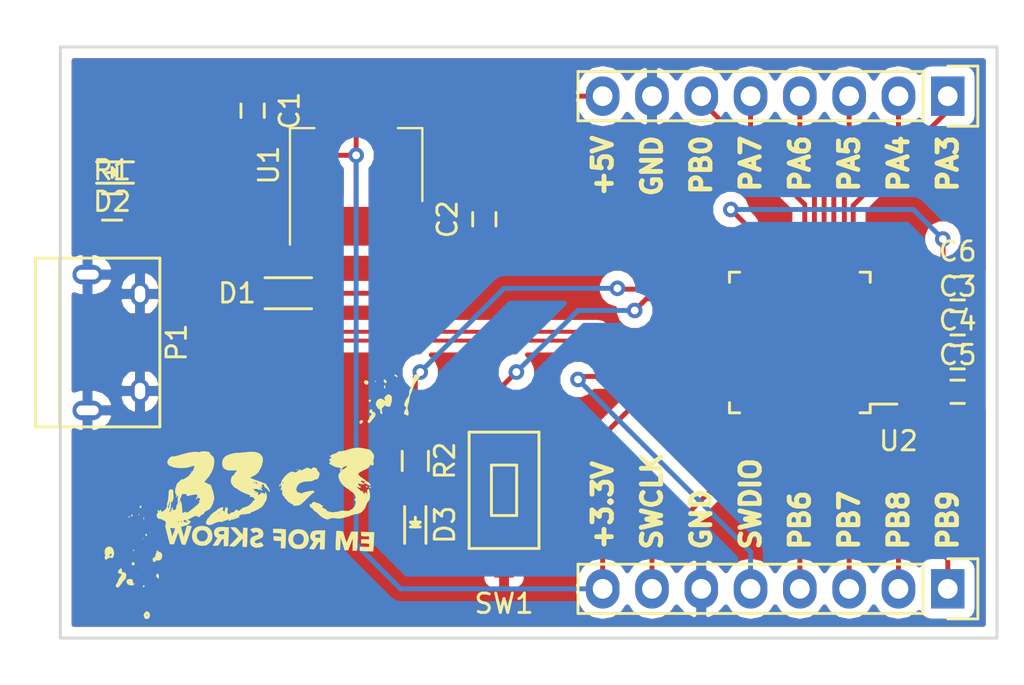
<source format=kicad_pcb>
(kicad_pcb (version 20160815) (host pcbnew "(2016-12-22 revision d365dc590)-makepkg")

  (general
    (links 55)
    (no_connects 0)
    (area 22.784999 22.784999 71.195001 53.415001)
    (thickness 1.6)
    (drawings 20)
    (tracks 153)
    (zones 0)
    (modules 18)
    (nets 47)
  )

  (page A4)
  (layers
    (0 F.Cu signal)
    (31 B.Cu signal)
    (32 B.Adhes user)
    (33 F.Adhes user)
    (34 B.Paste user)
    (35 F.Paste user)
    (36 B.SilkS user)
    (37 F.SilkS user)
    (38 B.Mask user)
    (39 F.Mask user)
    (40 Dwgs.User user)
    (41 Cmts.User user)
    (42 Eco1.User user)
    (43 Eco2.User user)
    (44 Edge.Cuts user)
    (45 Margin user)
    (46 B.CrtYd user)
    (47 F.CrtYd user)
    (48 B.Fab user)
    (49 F.Fab user)
  )

  (setup
    (last_trace_width 0.254)
    (trace_clearance 0.2032)
    (zone_clearance 0.508)
    (zone_45_only no)
    (trace_min 0.2)
    (segment_width 0.2)
    (edge_width 0.15)
    (via_size 0.8)
    (via_drill 0.4)
    (via_min_size 0.4)
    (via_min_drill 0.3)
    (uvia_size 0.3)
    (uvia_drill 0.1)
    (uvias_allowed no)
    (uvia_min_size 0)
    (uvia_min_drill 0)
    (pcb_text_width 0.3)
    (pcb_text_size 1.5 1.5)
    (mod_edge_width 0.15)
    (mod_text_size 1 1)
    (mod_text_width 0.15)
    (pad_size 1.524 1.524)
    (pad_drill 0.762)
    (pad_to_mask_clearance 0.2)
    (aux_axis_origin 0 0)
    (visible_elements FFFFFF7F)
    (pcbplotparams
      (layerselection 0x00030_ffffffff)
      (usegerberextensions false)
      (excludeedgelayer true)
      (linewidth 2.000000)
      (plotframeref false)
      (viasonmask false)
      (mode 1)
      (useauxorigin false)
      (hpglpennumber 1)
      (hpglpenspeed 20)
      (hpglpendiameter 15)
      (psnegative false)
      (psa4output false)
      (plotreference true)
      (plotvalue true)
      (plotinvisibletext false)
      (padsonsilk false)
      (subtractmaskfromsilk false)
      (outputformat 1)
      (mirror false)
      (drillshape 1)
      (scaleselection 1)
      (outputdirectory ""))
  )

  (net 0 "")
  (net 1 +3V3)
  (net 2 GND)
  (net 3 +5V)
  (net 4 "Net-(D1-Pad2)")
  (net 5 "Net-(P1-Pad4)")
  (net 6 /SWDIO)
  (net 7 /SWCLK)
  (net 8 /BOOT0)
  (net 9 "Net-(U2-Pad41)")
  (net 10 "Net-(U2-Pad40)")
  (net 11 "Net-(U2-Pad39)")
  (net 12 "Net-(U2-Pad38)")
  (net 13 "Net-(U2-Pad31)")
  (net 14 "Net-(U2-Pad30)")
  (net 15 "Net-(U2-Pad29)")
  (net 16 "Net-(U2-Pad28)")
  (net 17 "Net-(U2-Pad27)")
  (net 18 "Net-(U2-Pad22)")
  (net 19 "Net-(U2-Pad21)")
  (net 20 "Net-(U2-Pad20)")
  (net 21 "Net-(U2-Pad19)")
  (net 22 "Net-(U2-Pad12)")
  (net 23 "Net-(U2-Pad11)")
  (net 24 "Net-(U2-Pad10)")
  (net 25 /NRST)
  (net 26 "Net-(U2-Pad6)")
  (net 27 "Net-(U2-Pad5)")
  (net 28 "Net-(U2-Pad4)")
  (net 29 "Net-(U2-Pad3)")
  (net 30 "Net-(U2-Pad2)")
  (net 31 /USB_D+)
  (net 32 /USB_D-)
  (net 33 /PB9)
  (net 34 /PB8)
  (net 35 /PB7)
  (net 36 /PB6)
  (net 37 /PA7)
  (net 38 /PA6)
  (net 39 /PA5)
  (net 40 /PA4)
  (net 41 /PA3)
  (net 42 /PB0)
  (net 43 "Net-(D2-Pad2)")
  (net 44 "Net-(D3-Pad2)")
  (net 45 /LED1)
  (net 46 /BTN1)

  (net_class Default "This is the default net class."
    (clearance 0.2032)
    (trace_width 0.254)
    (via_dia 0.8)
    (via_drill 0.4)
    (uvia_dia 0.3)
    (uvia_drill 0.1)
    (diff_pair_gap 0.254)
    (diff_pair_width 0.254)
    (add_net +3V3)
    (add_net +5V)
    (add_net /BOOT0)
    (add_net /BTN1)
    (add_net /LED1)
    (add_net /NRST)
    (add_net /PA3)
    (add_net /PA4)
    (add_net /PA5)
    (add_net /PA6)
    (add_net /PA7)
    (add_net /PB0)
    (add_net /PB6)
    (add_net /PB7)
    (add_net /PB8)
    (add_net /PB9)
    (add_net /SWCLK)
    (add_net /SWDIO)
    (add_net /USB_D+)
    (add_net /USB_D-)
    (add_net GND)
    (add_net "Net-(D1-Pad2)")
    (add_net "Net-(D2-Pad2)")
    (add_net "Net-(D3-Pad2)")
    (add_net "Net-(P1-Pad4)")
    (add_net "Net-(U2-Pad10)")
    (add_net "Net-(U2-Pad11)")
    (add_net "Net-(U2-Pad12)")
    (add_net "Net-(U2-Pad19)")
    (add_net "Net-(U2-Pad2)")
    (add_net "Net-(U2-Pad20)")
    (add_net "Net-(U2-Pad21)")
    (add_net "Net-(U2-Pad22)")
    (add_net "Net-(U2-Pad27)")
    (add_net "Net-(U2-Pad28)")
    (add_net "Net-(U2-Pad29)")
    (add_net "Net-(U2-Pad3)")
    (add_net "Net-(U2-Pad30)")
    (add_net "Net-(U2-Pad31)")
    (add_net "Net-(U2-Pad38)")
    (add_net "Net-(U2-Pad39)")
    (add_net "Net-(U2-Pad4)")
    (add_net "Net-(U2-Pad40)")
    (add_net "Net-(U2-Pad41)")
    (add_net "Net-(U2-Pad5)")
    (add_net "Net-(U2-Pad6)")
  )

  (module 33c3_logo:33c3_logo (layer F.Cu) (tedit 0) (tstamp 58624CBE)
    (at 33.274 46.0375)
    (fp_text reference G*** (at 0 0) (layer F.SilkS) hide
      (effects (font (thickness 0.3)))
    )
    (fp_text value LOGO (at 0.75 0) (layer F.SilkS) hide
      (effects (font (thickness 0.3)))
    )
    (fp_poly (pts (xy 6.870185 -6.272616) (xy 6.914634 -6.239881) (xy 6.950948 -6.201674) (xy 6.963834 -6.174011)
      (xy 6.948729 -6.158565) (xy 6.912566 -6.163409) (xy 6.86907 -6.184704) (xy 6.840523 -6.208489)
      (xy 6.803203 -6.253984) (xy 6.799105 -6.278424) (xy 6.827794 -6.286425) (xy 6.833144 -6.2865)
      (xy 6.870185 -6.272616)) (layer F.SilkS) (width 0.01))
    (fp_poly (pts (xy 5.839612 -5.951856) (xy 5.842 -5.93725) (xy 5.830571 -5.909082) (xy 5.820834 -5.9055)
      (xy 5.802055 -5.922644) (xy 5.799667 -5.93725) (xy 5.811096 -5.965418) (xy 5.820834 -5.969)
      (xy 5.839612 -5.951856)) (layer F.SilkS) (width 0.01))
    (fp_poly (pts (xy 6.326847 -6.016014) (xy 6.364272 -5.976113) (xy 6.390104 -5.927136) (xy 6.395362 -5.883419)
      (xy 6.388872 -5.869579) (xy 6.347667 -5.843733) (xy 6.303893 -5.859169) (xy 6.277117 -5.889043)
      (xy 6.248971 -5.946804) (xy 6.245467 -5.996579) (xy 6.265871 -6.027486) (xy 6.286811 -6.0325)
      (xy 6.326847 -6.016014)) (layer F.SilkS) (width 0.01))
    (fp_poly (pts (xy 5.391907 -5.976318) (xy 5.420539 -5.956722) (xy 5.456194 -5.904919) (xy 5.451744 -5.846986)
      (xy 5.42805 -5.804376) (xy 5.393651 -5.767774) (xy 5.35691 -5.762862) (xy 5.307577 -5.790039)
      (xy 5.281949 -5.810044) (xy 5.241702 -5.848106) (xy 5.230512 -5.880754) (xy 5.240005 -5.920408)
      (xy 5.276033 -5.968994) (xy 5.331329 -5.988568) (xy 5.391907 -5.976318)) (layer F.SilkS) (width 0.01))
    (fp_poly (pts (xy 6.307987 -5.718088) (xy 6.323626 -5.675577) (xy 6.328197 -5.626217) (xy 6.318742 -5.587594)
      (xy 6.310619 -5.579241) (xy 6.282172 -5.578895) (xy 6.278869 -5.58152) (xy 6.268527 -5.610537)
      (xy 6.265529 -5.657335) (xy 6.269262 -5.704192) (xy 6.279111 -5.733388) (xy 6.284236 -5.736166)
      (xy 6.307987 -5.718088)) (layer F.SilkS) (width 0.01))
    (fp_poly (pts (xy 5.561933 -4.988576) (xy 5.581828 -4.954538) (xy 5.577357 -4.910477) (xy 5.550779 -4.873977)
      (xy 5.512301 -4.874991) (xy 5.482167 -4.900083) (xy 5.466487 -4.933961) (xy 5.482167 -4.963583)
      (xy 5.524819 -4.993763) (xy 5.561933 -4.988576)) (layer F.SilkS) (width 0.01))
    (fp_poly (pts (xy 6.533283 -5.256553) (xy 6.600571 -5.213957) (xy 6.62256 -5.191318) (xy 6.647457 -5.160074)
      (xy 6.661236 -5.128252) (xy 6.665779 -5.084142) (xy 6.662968 -5.016033) (xy 6.659009 -4.964574)
      (xy 6.649453 -4.882234) (xy 6.636474 -4.815846) (xy 6.622507 -4.777102) (xy 6.619119 -4.773083)
      (xy 6.600872 -4.736943) (xy 6.599829 -4.705724) (xy 6.589235 -4.658971) (xy 6.551426 -4.629796)
      (xy 6.500473 -4.626421) (xy 6.478392 -4.634755) (xy 6.424133 -4.652305) (xy 6.384193 -4.656666)
      (xy 6.335089 -4.670281) (xy 6.309362 -4.693708) (xy 6.292048 -4.713602) (xy 6.287144 -4.703212)
      (xy 6.272182 -4.673759) (xy 6.234865 -4.629866) (xy 6.209635 -4.605257) (xy 6.163359 -4.558757)
      (xy 6.14381 -4.522302) (xy 6.144083 -4.480227) (xy 6.147139 -4.463461) (xy 6.165722 -4.368878)
      (xy 6.175481 -4.308211) (xy 6.176309 -4.273949) (xy 6.168101 -4.258581) (xy 6.150749 -4.254598)
      (xy 6.144177 -4.2545) (xy 6.102998 -4.261033) (xy 6.088945 -4.268611) (xy 6.080594 -4.296525)
      (xy 6.075532 -4.351182) (xy 6.074834 -4.382957) (xy 6.072359 -4.444977) (xy 6.060093 -4.478685)
      (xy 6.030773 -4.49803) (xy 6.011054 -4.505425) (xy 5.961762 -4.532431) (xy 5.933368 -4.565704)
      (xy 5.910234 -4.61063) (xy 5.880731 -4.654229) (xy 5.848956 -4.716318) (xy 5.846327 -4.78835)
      (xy 5.872659 -4.88044) (xy 5.876374 -4.889885) (xy 5.926813 -4.96817) (xy 5.998392 -5.018813)
      (xy 6.080985 -5.03911) (xy 6.164463 -5.026355) (xy 6.231583 -4.98475) (xy 6.274258 -4.94985)
      (xy 6.305519 -4.932319) (xy 6.308757 -4.931833) (xy 6.327206 -4.946456) (xy 6.323737 -4.979228)
      (xy 6.300546 -5.013508) (xy 6.297641 -5.016037) (xy 6.2783 -5.039602) (xy 6.282427 -5.070242)
      (xy 6.296881 -5.100774) (xy 6.333738 -5.153672) (xy 6.385263 -5.208065) (xy 6.394925 -5.216515)
      (xy 6.465606 -5.257309) (xy 6.533283 -5.256553)) (layer F.SilkS) (width 0.01))
    (fp_poly (pts (xy 8.066421 -6.285237) (xy 8.107044 -6.279349) (xy 8.124397 -6.265684) (xy 8.128 -6.241812)
      (xy 8.114925 -6.202685) (xy 8.080925 -6.145887) (xy 8.041186 -6.093435) (xy 7.948511 -5.975437)
      (xy 7.876372 -5.863965) (xy 7.816233 -5.743745) (xy 7.75956 -5.599505) (xy 7.749876 -5.572125)
      (xy 7.715487 -5.474773) (xy 7.689739 -5.405455) (xy 7.667772 -5.352083) (xy 7.644721 -5.302572)
      (xy 7.627675 -5.268358) (xy 7.58729 -5.152945) (xy 7.565819 -5.004973) (xy 7.551545 -4.893122)
      (xy 7.528556 -4.799422) (xy 7.511722 -4.757708) (xy 7.480337 -4.667608) (xy 7.469492 -4.570571)
      (xy 7.479992 -4.483118) (xy 7.496377 -4.442961) (xy 7.512629 -4.396667) (xy 7.52225 -4.333431)
      (xy 7.524865 -4.267079) (xy 7.520097 -4.211441) (xy 7.50757 -4.180345) (xy 7.503584 -4.178127)
      (xy 7.472737 -4.181817) (xy 7.418473 -4.197836) (xy 7.387167 -4.209268) (xy 7.329639 -4.23435)
      (xy 7.302573 -4.258098) (xy 7.296062 -4.291917) (xy 7.29715 -4.312859) (xy 7.312631 -4.373094)
      (xy 7.344673 -4.440577) (xy 7.355358 -4.457511) (xy 7.394563 -4.523354) (xy 7.40462 -4.57089)
      (xy 7.385382 -4.612653) (xy 7.353127 -4.646351) (xy 7.321307 -4.678942) (xy 7.308488 -4.708778)
      (xy 7.311718 -4.75157) (xy 7.32349 -4.804094) (xy 7.349222 -4.882567) (xy 7.384247 -4.955967)
      (xy 7.399322 -4.979462) (xy 7.437279 -5.03552) (xy 7.465918 -5.084836) (xy 7.469088 -5.091453)
      (xy 7.500883 -5.140469) (xy 7.522545 -5.162836) (xy 7.54489 -5.199628) (xy 7.555282 -5.266891)
      (xy 7.5565 -5.314047) (xy 7.564838 -5.433096) (xy 7.592367 -5.524453) (xy 7.642857 -5.59985)
      (xy 7.651376 -5.609166) (xy 7.682296 -5.653013) (xy 7.700862 -5.711813) (xy 7.711348 -5.79914)
      (xy 7.711387 -5.799666) (xy 7.723099 -5.895709) (xy 7.743172 -5.999753) (xy 7.768547 -6.100095)
      (xy 7.796162 -6.185035) (xy 7.822955 -6.24287) (xy 7.829861 -6.252574) (xy 7.86285 -6.27354)
      (xy 7.923007 -6.284216) (xy 7.993009 -6.2865) (xy 8.066421 -6.285237)) (layer F.SilkS) (width 0.01))
    (fp_poly (pts (xy 5.635033 -4.49078) (xy 5.650432 -4.446166) (xy 5.6515 -4.422584) (xy 5.657566 -4.377683)
      (xy 5.68273 -4.361567) (xy 5.702905 -4.360333) (xy 5.764553 -4.343071) (xy 5.80483 -4.297968)
      (xy 5.821291 -4.235051) (xy 5.811492 -4.164346) (xy 5.772989 -4.095879) (xy 5.768617 -4.090824)
      (xy 5.711393 -4.024429) (xy 5.64729 -3.946776) (xy 5.587996 -3.872273) (xy 5.545667 -3.815989)
      (xy 5.512235 -3.784742) (xy 5.471088 -3.788102) (xy 5.466292 -3.789916) (xy 5.42806 -3.823627)
      (xy 5.420154 -3.874056) (xy 5.443019 -3.927932) (xy 5.461 -3.947583) (xy 5.493365 -3.993563)
      (xy 5.503334 -4.03262) (xy 5.516098 -4.076698) (xy 5.548352 -4.133963) (xy 5.566834 -4.15925)
      (xy 5.613015 -4.224784) (xy 5.626997 -4.267456) (xy 5.608946 -4.291693) (xy 5.572125 -4.300719)
      (xy 5.523854 -4.321839) (xy 5.505398 -4.364051) (xy 5.51789 -4.417309) (xy 5.553721 -4.46379)
      (xy 5.60236 -4.496838) (xy 5.635033 -4.49078)) (layer F.SilkS) (width 0.01))
    (fp_poly (pts (xy 5.160125 -3.914557) (xy 5.183438 -3.882131) (xy 5.169847 -3.833871) (xy 5.141726 -3.797528)
      (xy 5.089343 -3.757874) (xy 5.041089 -3.748529) (xy 5.006969 -3.770696) (xy 5.002038 -3.780727)
      (xy 4.998873 -3.825529) (xy 5.008503 -3.870685) (xy 5.030709 -3.909926) (xy 5.069717 -3.924952)
      (xy 5.101387 -3.926416) (xy 5.160125 -3.914557)) (layer F.SilkS) (width 0.01))
    (fp_poly (pts (xy 1.820334 -1.396336) (xy 1.803179 -1.378143) (xy 1.788584 -1.375833) (xy 1.760343 -1.380362)
      (xy 1.756834 -1.384152) (xy 1.773385 -1.3978) (xy 1.788584 -1.404654) (xy 1.815839 -1.405094)
      (xy 1.820334 -1.396336)) (layer F.SilkS) (width 0.01))
    (fp_poly (pts (xy -3.690055 -1.305278) (xy -3.687522 -1.280158) (xy -3.690055 -1.277055) (xy -3.702639 -1.279961)
      (xy -3.704166 -1.291166) (xy -3.696422 -1.308589) (xy -3.690055 -1.305278)) (layer F.SilkS) (width 0.01))
    (fp_poly (pts (xy 5.095434 -0.541955) (xy 5.089121 -0.532334) (xy 5.067653 -0.530838) (xy 5.045067 -0.536007)
      (xy 5.054865 -0.543626) (xy 5.087946 -0.546149) (xy 5.095434 -0.541955)) (layer F.SilkS) (width 0.01))
    (fp_poly (pts (xy 5.623278 -0.479778) (xy 5.620372 -0.467194) (xy 5.609167 -0.465666) (xy 5.591744 -0.473411)
      (xy 5.595056 -0.479778) (xy 5.620176 -0.482311) (xy 5.623278 -0.479778)) (layer F.SilkS) (width 0.01))
    (fp_poly (pts (xy 5.370817 -0.541297) (xy 5.392769 -0.507366) (xy 5.393865 -0.473206) (xy 5.38581 -0.449933)
      (xy 5.370654 -0.45809) (xy 5.349216 -0.486723) (xy 5.327498 -0.529235) (xy 5.335522 -0.547313)
      (xy 5.370817 -0.541297)) (layer F.SilkS) (width 0.01))
    (fp_poly (pts (xy 5.533146 -0.488429) (xy 5.535084 -0.486833) (xy 5.561692 -0.456278) (xy 5.566834 -0.441908)
      (xy 5.552625 -0.424359) (xy 5.523892 -0.431963) (xy 5.517445 -0.437444) (xy 5.504445 -0.469305)
      (xy 5.503334 -0.482369) (xy 5.509197 -0.501924) (xy 5.533146 -0.488429)) (layer F.SilkS) (width 0.01))
    (fp_poly (pts (xy 2.285416 -1.490139) (xy 2.286 -1.486283) (xy 2.304198 -1.472379) (xy 2.339622 -1.465295)
      (xy 2.399373 -1.4521) (xy 2.450747 -1.431833) (xy 2.509847 -1.412419) (xy 2.549056 -1.42057)
      (xy 2.561167 -1.449325) (xy 2.579699 -1.471143) (xy 2.625206 -1.488759) (xy 2.63421 -1.490658)
      (xy 2.711299 -1.485692) (xy 2.776202 -1.445484) (xy 2.819166 -1.377058) (xy 2.826248 -1.352399)
      (xy 2.853022 -1.296357) (xy 2.894316 -1.25246) (xy 2.923916 -1.228917) (xy 2.937885 -1.205419)
      (xy 2.938263 -1.169408) (xy 2.927091 -1.108324) (xy 2.921807 -1.083304) (xy 2.892386 -0.983352)
      (xy 2.851869 -0.919782) (xy 2.795503 -0.887121) (xy 2.745017 -0.879749) (xy 2.678957 -0.864533)
      (xy 2.616521 -0.831188) (xy 2.615308 -0.830245) (xy 2.581221 -0.807548) (xy 2.542115 -0.793487)
      (xy 2.487184 -0.786089) (xy 2.405619 -0.783381) (xy 2.357456 -0.783166) (xy 2.172952 -0.769983)
      (xy 2.020297 -0.730645) (xy 1.900103 -0.665475) (xy 1.81298 -0.574791) (xy 1.763409 -0.471808)
      (xy 1.744144 -0.405301) (xy 1.739427 -0.359963) (xy 1.749662 -0.31706) (xy 1.76769 -0.27456)
      (xy 1.797382 -0.219358) (xy 1.824702 -0.197532) (xy 1.848065 -0.19835) (xy 1.895938 -0.195382)
      (xy 1.938408 -0.176884) (xy 1.993515 -0.158572) (xy 2.052672 -0.163085) (xy 2.095197 -0.188801)
      (xy 2.0955 -0.189202) (xy 2.121179 -0.201104) (xy 2.178277 -0.217843) (xy 2.256477 -0.237178)
      (xy 2.345462 -0.25687) (xy 2.434913 -0.274679) (xy 2.514513 -0.288364) (xy 2.573944 -0.295685)
      (xy 2.588957 -0.296333) (xy 2.638568 -0.292118) (xy 2.658613 -0.273641) (xy 2.661709 -0.245047)
      (xy 2.646994 -0.199389) (xy 2.612587 -0.181432) (xy 2.582435 -0.1628) (xy 2.528809 -0.118614)
      (xy 2.457397 -0.054007) (xy 2.373888 0.02589) (xy 2.292441 0.107294) (xy 2.173866 0.226216)
      (xy 2.078939 0.316451) (xy 2.003582 0.381304) (xy 1.943721 0.42408) (xy 1.89528 0.448087)
      (xy 1.862667 0.455925) (xy 1.822957 0.460734) (xy 1.761002 0.468397) (xy 1.735667 0.471561)
      (xy 1.668159 0.476553) (xy 1.613039 0.474777) (xy 1.600303 0.472434) (xy 1.574424 0.460232)
      (xy 1.587847 0.444294) (xy 1.589126 0.443495) (xy 1.603732 0.426928) (xy 1.579708 0.41278)
      (xy 1.576324 0.411623) (xy 1.450711 0.358237) (xy 1.353438 0.289516) (xy 1.329123 0.266107)
      (xy 1.243619 0.177481) (xy 1.184335 0.113218) (xy 1.147075 0.068236) (xy 1.127642 0.037454)
      (xy 1.121841 0.015788) (xy 1.121834 0.015021) (xy 1.104203 -0.017877) (xy 1.080637 -0.031389)
      (xy 1.048233 -0.058666) (xy 1.028416 -0.119606) (xy 1.0259 -0.134762) (xy 1.018381 -0.198034)
      (xy 1.016063 -0.246297) (xy 1.016688 -0.255405) (xy 1.01914 -0.300151) (xy 1.018508 -0.33742)
      (xy 1.014748 -0.373269) (xy 1.002636 -0.369863) (xy 0.985762 -0.348004) (xy 0.962113 -0.319806)
      (xy 0.94902 -0.325783) (xy 0.940344 -0.346094) (xy 0.939515 -0.38754) (xy 0.9525 -0.402166)
      (xy 0.969621 -0.433352) (xy 0.966832 -0.452947) (xy 0.964248 -0.481544) (xy 0.971864 -0.486833)
      (xy 0.98908 -0.504841) (xy 0.999561 -0.53738) (xy 0.995788 -0.575012) (xy 0.972373 -0.583469)
      (xy 0.940988 -0.56206) (xy 0.926905 -0.541668) (xy 0.909305 -0.517642) (xy 0.891752 -0.526345)
      (xy 0.874785 -0.549095) (xy 0.854779 -0.592198) (xy 0.854243 -0.61967) (xy 0.867015 -0.624145)
      (xy 0.879399 -0.598196) (xy 0.898716 -0.56505) (xy 0.918633 -0.569173) (xy 0.930582 -0.606503)
      (xy 0.931334 -0.622811) (xy 0.94422 -0.674054) (xy 0.959818 -0.701183) (xy 1.023868 -0.701183)
      (xy 1.025328 -0.679364) (xy 1.051628 -0.656464) (xy 1.07212 -0.671204) (xy 1.0795 -0.713619)
      (xy 1.077047 -0.752351) (xy 1.064328 -0.754252) (xy 1.045246 -0.736817) (xy 1.023868 -0.701183)
      (xy 0.959818 -0.701183) (xy 0.974039 -0.725916) (xy 0.998454 -0.767426) (xy 0.997073 -0.792288)
      (xy 0.99613 -0.792948) (xy 0.983429 -0.819043) (xy 0.995553 -0.848466) (xy 1.022273 -0.860815)
      (xy 1.029315 -0.859131) (xy 1.053033 -0.865413) (xy 1.058334 -0.893804) (xy 1.073269 -0.92657)
      (xy 1.112581 -0.978037) (xy 1.168026 -1.039948) (xy 1.231364 -1.104046) (xy 1.294353 -1.162071)
      (xy 1.34875 -1.205767) (xy 1.386313 -1.226874) (xy 1.391547 -1.227666) (xy 1.429004 -1.238591)
      (xy 1.470409 -1.260921) (xy 1.518228 -1.282203) (xy 1.561659 -1.272449) (xy 1.565352 -1.270525)
      (xy 1.607124 -1.256548) (xy 1.628808 -1.258783) (xy 1.655593 -1.255866) (xy 1.66137 -1.249178)
      (xy 1.694845 -1.228716) (xy 1.745052 -1.245138) (xy 1.792913 -1.28206) (xy 1.842499 -1.32757)
      (xy 1.884471 -1.365977) (xy 1.887657 -1.368883) (xy 1.922153 -1.386711) (xy 1.951833 -1.384221)
      (xy 1.961783 -1.364783) (xy 1.957013 -1.353204) (xy 1.964265 -1.337668) (xy 1.988418 -1.3335)
      (xy 2.023485 -1.342136) (xy 2.032 -1.354666) (xy 2.043757 -1.372001) (xy 2.047875 -1.37164)
      (xy 2.082718 -1.373749) (xy 2.12128 -1.388905) (xy 2.146287 -1.408772) (xy 2.147475 -1.41969)
      (xy 2.145292 -1.437776) (xy 2.175054 -1.43095) (xy 2.202725 -1.417422) (xy 2.232779 -1.407065)
      (xy 2.24294 -1.427479) (xy 2.243667 -1.449172) (xy 2.250821 -1.489305) (xy 2.264834 -1.502833)
      (xy 2.285416 -1.490139)) (layer F.SilkS) (width 0.01))
    (fp_poly (pts (xy -6.24149 0.491043) (xy -6.230153 0.524913) (xy -6.240947 0.562097) (xy -6.272914 0.586835)
      (xy -6.282776 0.589053) (xy -6.317304 0.588343) (xy -6.327102 0.564477) (xy -6.325109 0.536136)
      (xy -6.310242 0.48997) (xy -6.276188 0.476251) (xy -6.275916 0.47625) (xy -6.24149 0.491043)) (layer F.SilkS) (width 0.01))
    (fp_poly (pts (xy -6.351909 0.935742) (xy -6.354503 0.955426) (xy -6.366161 0.97136) (xy -6.379994 0.955341)
      (xy -6.387761 0.92418) (xy -6.383869 0.915814) (xy -6.362944 0.912338) (xy -6.351909 0.935742)) (layer F.SilkS) (width 0.01))
    (fp_poly (pts (xy -6.696064 0.948053) (xy -6.688728 0.983932) (xy -6.698836 1.01755) (xy -6.706445 1.024489)
      (xy -6.734803 1.021753) (xy -6.747124 1.012576) (xy -6.761084 0.976442) (xy -6.746496 0.942822)
      (xy -6.718152 0.931334) (xy -6.696064 0.948053)) (layer F.SilkS) (width 0.01))
    (fp_poly (pts (xy -6.84024 1.02686) (xy -6.840103 1.04885) (xy -6.860404 1.085972) (xy -6.875896 1.096059)
      (xy -6.896926 1.089807) (xy -6.897063 1.067817) (xy -6.876762 1.030695) (xy -6.86127 1.020608)
      (xy -6.84024 1.02686)) (layer F.SilkS) (width 0.01))
    (fp_poly (pts (xy 5.022784 -2.507112) (xy 5.094198 -2.496804) (xy 5.190275 -2.480377) (xy 5.294324 -2.460748)
      (xy 5.334 -2.452743) (xy 5.430026 -2.431724) (xy 5.495186 -2.412899) (xy 5.540363 -2.391436)
      (xy 5.576437 -2.362504) (xy 5.604266 -2.33277) (xy 5.682059 -2.232016) (xy 5.73122 -2.140581)
      (xy 5.749052 -2.064142) (xy 5.745797 -2.034842) (xy 5.731935 -1.974026) (xy 5.725046 -1.933565)
      (xy 5.713384 -1.874045) (xy 5.70459 -1.842047) (xy 5.702032 -1.789795) (xy 5.71587 -1.733566)
      (xy 5.730545 -1.684635) (xy 5.720446 -1.649807) (xy 5.703766 -1.629114) (xy 5.673974 -1.601546)
      (xy 5.647111 -1.601767) (xy 5.612098 -1.622317) (xy 5.572944 -1.641102) (xy 5.552022 -1.63819)
      (xy 5.55175 -1.637498) (xy 5.497284 -1.531046) (xy 5.416772 -1.452425) (xy 5.375024 -1.42875)
      (xy 5.222212 -1.357297) (xy 5.105375 -1.299467) (xy 5.021626 -1.252093) (xy 4.96808 -1.212006)
      (xy 4.941851 -1.176037) (xy 4.940053 -1.141019) (xy 4.959799 -1.103783) (xy 4.998205 -1.061159)
      (xy 5.020569 -1.039601) (xy 5.073731 -0.993193) (xy 5.117375 -0.96174) (xy 5.137464 -0.953029)
      (xy 5.166962 -0.93592) (xy 5.185412 -0.910955) (xy 5.216827 -0.881382) (xy 5.240336 -0.881954)
      (xy 5.271674 -0.876812) (xy 5.28436 -0.851156) (xy 5.312124 -0.814094) (xy 5.37086 -0.775879)
      (xy 5.394222 -0.764857) (xy 5.477893 -0.715013) (xy 5.535989 -0.644788) (xy 5.541007 -0.636117)
      (xy 5.568229 -0.58209) (xy 5.571995 -0.555795) (xy 5.559464 -0.550333) (xy 5.526069 -0.566156)
      (xy 5.495773 -0.597958) (xy 5.474389 -0.623571) (xy 5.473011 -0.612551) (xy 5.474289 -0.608541)
      (xy 5.481146 -0.580366) (xy 5.471271 -0.575378) (xy 5.438566 -0.594753) (xy 5.3995 -0.622941)
      (xy 5.348694 -0.652838) (xy 5.307708 -0.664168) (xy 5.299868 -0.662907) (xy 5.260642 -0.665678)
      (xy 5.235819 -0.679766) (xy 5.215762 -0.701897) (xy 5.228586 -0.717949) (xy 5.255783 -0.730217)
      (xy 5.309889 -0.752333) (xy 5.246868 -0.788502) (xy 5.209019 -0.806992) (xy 5.195428 -0.806804)
      (xy 5.196673 -0.803919) (xy 5.194597 -0.784714) (xy 5.187083 -0.783166) (xy 5.165495 -0.795266)
      (xy 5.164667 -0.799717) (xy 5.146489 -0.81368) (xy 5.11175 -0.820646) (xy 5.070521 -0.817955)
      (xy 5.063701 -0.798903) (xy 5.091891 -0.761477) (xy 5.1435 -0.713994) (xy 5.191033 -0.671516)
      (xy 5.221751 -0.640626) (xy 5.228167 -0.631205) (xy 5.209303 -0.620585) (xy 5.156791 -0.62387)
      (xy 5.07675 -0.640451) (xy 5.041389 -0.649831) (xy 4.963169 -0.667997) (xy 4.921747 -0.667991)
      (xy 4.91546 -0.649332) (xy 4.935802 -0.619255) (xy 4.967778 -0.572597) (xy 4.980869 -0.545041)
      (xy 5.007216 -0.513676) (xy 5.026419 -0.508) (xy 5.054906 -0.491352) (xy 5.058834 -0.47625)
      (xy 5.044139 -0.448867) (xy 5.002202 -0.450623) (xy 4.936246 -0.481261) (xy 4.927053 -0.486754)
      (xy 4.867355 -0.519451) (xy 4.838835 -0.52644) (xy 4.84261 -0.508094) (xy 4.875253 -0.469491)
      (xy 4.908641 -0.428934) (xy 4.921439 -0.401362) (xy 4.920135 -0.397524) (xy 4.926051 -0.388669)
      (xy 4.943368 -0.388408) (xy 4.980896 -0.374386) (xy 5.002988 -0.34925) (xy 5.042272 -0.296991)
      (xy 5.084118 -0.280645) (xy 5.106249 -0.283438) (xy 5.141275 -0.273676) (xy 5.179944 -0.225957)
      (xy 5.189521 -0.20963) (xy 5.225866 -0.151375) (xy 5.250651 -0.130932) (xy 5.268371 -0.146939)
      (xy 5.279788 -0.182292) (xy 5.292149 -0.220257) (xy 5.309523 -0.221401) (xy 5.335 -0.200179)
      (xy 5.366341 -0.162293) (xy 5.376334 -0.135552) (xy 5.392153 -0.100038) (xy 5.399764 -0.093851)
      (xy 5.413266 -0.096708) (xy 5.410303 -0.134547) (xy 5.406822 -0.15081) (xy 5.395801 -0.236972)
      (xy 5.402338 -0.310223) (xy 5.424281 -0.361312) (xy 5.459478 -0.38099) (xy 5.460377 -0.381)
      (xy 5.480944 -0.361506) (xy 5.501168 -0.309645) (xy 5.518946 -0.235347) (xy 5.532173 -0.148539)
      (xy 5.538746 -0.059152) (xy 5.53872 -0.011146) (xy 5.53391 0.074913) (xy 5.524158 0.131649)
      (xy 5.505856 0.172048) (xy 5.478441 0.205873) (xy 5.403471 0.308524) (xy 5.342768 0.442986)
      (xy 5.320276 0.511975) (xy 5.278342 0.605721) (xy 5.212917 0.697709) (xy 5.132663 0.779849)
      (xy 5.046243 0.844048) (xy 4.96232 0.882213) (xy 4.916379 0.889251) (xy 4.835815 0.8989)
      (xy 4.726701 0.925669) (xy 4.598024 0.967103) (xy 4.5085 1.0006) (xy 4.424228 1.030043)
      (xy 4.316803 1.062314) (xy 4.204602 1.092031) (xy 4.161475 1.102229) (xy 4.058258 1.124235)
      (xy 3.981281 1.136036) (xy 3.915955 1.138612) (xy 3.847689 1.13294) (xy 3.801641 1.126356)
      (xy 3.705512 1.115776) (xy 3.61532 1.113375) (xy 3.540165 1.118548) (xy 3.48915 1.130694)
      (xy 3.471334 1.148256) (xy 3.454519 1.160461) (xy 3.428971 1.158026) (xy 3.400324 1.156632)
      (xy 3.39847 1.166141) (xy 3.393628 1.181211) (xy 3.355065 1.181529) (xy 3.288587 1.167495)
      (xy 3.24864 1.155832) (xy 3.151157 1.116841) (xy 3.057032 1.059765) (xy 2.957957 0.978628)
      (xy 2.845626 0.867453) (xy 2.840971 0.862542) (xy 2.793956 0.817092) (xy 2.756183 0.788033)
      (xy 2.742903 0.782463) (xy 2.704514 0.766198) (xy 2.65982 0.729013) (xy 2.625419 0.685591)
      (xy 2.619483 0.673275) (xy 2.592712 0.63717) (xy 2.547276 0.600011) (xy 2.546429 0.599466)
      (xy 2.486458 0.557609) (xy 2.454631 0.522752) (xy 2.441407 0.482617) (xy 2.439118 0.461424)
      (xy 2.444598 0.41345) (xy 2.463877 0.387135) (xy 2.488574 0.390979) (xy 2.497617 0.402086)
      (xy 2.515567 0.409239) (xy 2.539071 0.377245) (xy 2.542876 0.369709) (xy 2.575249 0.31576)
      (xy 2.612011 0.288614) (xy 2.662573 0.286491) (xy 2.736344 0.307611) (xy 2.780795 0.324694)
      (xy 2.857136 0.352919) (xy 2.922919 0.373123) (xy 2.96409 0.380998) (xy 2.964484 0.381)
      (xy 2.997992 0.393182) (xy 3.001303 0.418042) (xy 3.006261 0.444531) (xy 3.040053 0.451549)
      (xy 3.055153 0.450844) (xy 3.096388 0.452292) (xy 3.104806 0.469121) (xy 3.100426 0.482594)
      (xy 3.085782 0.530461) (xy 3.08269 0.548688) (xy 3.098872 0.575975) (xy 3.144501 0.609682)
      (xy 3.208817 0.642985) (xy 3.264959 0.664267) (xy 3.294855 0.69236) (xy 3.302 0.721267)
      (xy 3.311851 0.754562) (xy 3.33132 0.755278) (xy 3.368705 0.758201) (xy 3.410377 0.778864)
      (xy 3.465475 0.799488) (xy 3.550683 0.810612) (xy 3.654914 0.812491) (xy 3.767086 0.805383)
      (xy 3.876113 0.789543) (xy 3.96875 0.765955) (xy 4.045231 0.743661) (xy 4.113437 0.733644)
      (xy 4.191804 0.734295) (xy 4.263064 0.740286) (xy 4.349147 0.747778) (xy 4.408595 0.747702)
      (xy 4.4568 0.737588) (xy 4.509151 0.714967) (xy 4.548814 0.694437) (xy 4.667545 0.611859)
      (xy 4.750614 0.509658) (xy 4.796187 0.390627) (xy 4.804834 0.304694) (xy 4.803453 0.237416)
      (xy 4.796948 0.203388) (xy 4.781771 0.193557) (xy 4.7625 0.196633) (xy 4.728685 0.199112)
      (xy 4.720167 0.191799) (xy 4.734254 0.16723) (xy 4.7625 0.137584) (xy 4.798175 0.079909)
      (xy 4.799222 0.008487) (xy 4.76847 -0.070706) (xy 4.708749 -0.151692) (xy 4.622888 -0.228495)
      (xy 4.573365 -0.262029) (xy 4.510165 -0.303631) (xy 4.464333 -0.338743) (xy 4.445112 -0.360231)
      (xy 4.445 -0.36113) (xy 4.428201 -0.380076) (xy 4.418542 -0.381717) (xy 4.383542 -0.396421)
      (xy 4.327822 -0.434518) (xy 4.259865 -0.488754) (xy 4.188157 -0.551877) (xy 4.121183 -0.616634)
      (xy 4.067429 -0.675773) (xy 4.053113 -0.694066) (xy 3.986062 -0.806977) (xy 3.938486 -0.931723)
      (xy 3.916589 -1.05111) (xy 3.915834 -1.074386) (xy 3.931771 -1.147281) (xy 3.976101 -1.206524)
      (xy 4.023704 -1.264109) (xy 4.060395 -1.325208) (xy 4.063336 -1.331896) (xy 4.088241 -1.376859)
      (xy 4.1118 -1.39737) (xy 4.126122 -1.388053) (xy 4.1275 -1.37559) (xy 4.142357 -1.379461)
      (xy 4.180826 -1.403459) (xy 4.233753 -1.440905) (xy 4.291987 -1.48512) (xy 4.346374 -1.529422)
      (xy 4.3815 -1.560956) (xy 4.375909 -1.567532) (xy 4.341501 -1.56446) (xy 4.289973 -1.554357)
      (xy 4.233026 -1.539842) (xy 4.182359 -1.523531) (xy 4.15197 -1.509592) (xy 4.115381 -1.472787)
      (xy 4.07514 -1.41243) (xy 4.052648 -1.368751) (xy 4.023217 -1.310194) (xy 4.006335 -1.291733)
      (xy 4.001719 -1.305664) (xy 4.008418 -1.361448) (xy 4.021383 -1.406837) (xy 4.031447 -1.448679)
      (xy 4.012834 -1.471571) (xy 3.988255 -1.482298) (xy 3.92906 -1.496711) (xy 3.859623 -1.50351)
      (xy 3.856247 -1.503559) (xy 3.784908 -1.517143) (xy 3.68718 -1.555312) (xy 3.610035 -1.593518)
      (xy 3.51828 -1.645697) (xy 3.457708 -1.687778) (xy 3.430481 -1.717759) (xy 3.438761 -1.733639)
      (xy 3.456518 -1.735666) (xy 3.488466 -1.7517) (xy 3.499687 -1.787837) (xy 3.488011 -1.826135)
      (xy 3.469424 -1.842522) (xy 3.433461 -1.876003) (xy 3.43647 -1.910164) (xy 3.476264 -1.935777)
      (xy 3.4925 -1.939925) (xy 3.53968 -1.962033) (xy 3.55667 -1.99557) (xy 3.540929 -2.028213)
      (xy 3.513667 -2.042583) (xy 3.479163 -2.062833) (xy 3.473635 -2.084669) (xy 3.499892 -2.095475)
      (xy 3.501883 -2.0955) (xy 3.537596 -2.111277) (xy 3.560092 -2.13446) (xy 3.598478 -2.162742)
      (xy 3.659888 -2.184175) (xy 3.678093 -2.187688) (xy 3.753671 -2.211019) (xy 3.838473 -2.254369)
      (xy 3.874277 -2.277995) (xy 3.937149 -2.32001) (xy 3.977363 -2.337374) (xy 4.003963 -2.333494)
      (xy 4.010122 -2.329131) (xy 4.049297 -2.315284) (xy 4.082422 -2.326864) (xy 4.138757 -2.345406)
      (xy 4.175376 -2.3495) (xy 4.221592 -2.357314) (xy 4.290042 -2.377593) (xy 4.351393 -2.400265)
      (xy 4.451737 -2.433328) (xy 4.575601 -2.46296) (xy 4.709634 -2.487035) (xy 4.840484 -2.503429)
      (xy 4.954797 -2.510016) (xy 5.022784 -2.507112)) (layer F.SilkS) (width 0.01))
    (fp_poly (pts (xy -6.115181 1.094185) (xy -6.099217 1.132837) (xy -6.099932 1.156627) (xy -6.107477 1.184373)
      (xy -6.117036 1.172148) (xy -6.123084 1.157144) (xy -6.137685 1.107864) (xy -6.134657 1.084828)
      (xy -6.115181 1.094185)) (layer F.SilkS) (width 0.01))
    (fp_poly (pts (xy -0.363904 -2.28618) (xy -0.247315 -2.255398) (xy -0.152643 -2.206719) (xy -0.098652 -2.163169)
      (xy -0.020217 -2.06704) (xy 0.017289 -1.965569) (xy 0.021167 -1.918018) (xy 0.015345 -1.839453)
      (xy -0.000038 -1.744702) (xy -0.021854 -1.64709) (xy -0.046977 -1.559947) (xy -0.072281 -1.496598)
      (xy -0.0812 -1.481666) (xy -0.113081 -1.430689) (xy -0.15048 -1.362026) (xy -0.167069 -1.328667)
      (xy -0.230771 -1.230587) (xy -0.324172 -1.144919) (xy -0.452844 -1.066849) (xy -0.493092 -1.047046)
      (xy -0.573624 -1.006359) (xy -0.61706 -0.977147) (xy -0.626169 -0.956639) (xy -0.603718 -0.94206)
      (xy -0.5993 -0.940657) (xy -0.556337 -0.924753) (xy -0.49587 -0.899121) (xy -0.47625 -0.890268)
      (xy -0.415953 -0.86558) (xy -0.330918 -0.834471) (xy -0.236965 -0.802664) (xy -0.211666 -0.794555)
      (xy -0.124524 -0.765314) (xy -0.048312 -0.736701) (xy 0.00439 -0.713545) (xy 0.01513 -0.70751)
      (xy 0.066328 -0.684077) (xy 0.101808 -0.677333) (xy 0.145855 -0.661835) (xy 0.187998 -0.625811)
      (xy 0.210915 -0.584969) (xy 0.211667 -0.577717) (xy 0.226371 -0.547517) (xy 0.246785 -0.526467)
      (xy 0.275758 -0.490203) (xy 0.311101 -0.42997) (xy 0.345357 -0.360778) (xy 0.371069 -0.297638)
      (xy 0.380793 -0.2567) (xy 0.370949 -0.241788) (xy 0.346156 -0.255894) (xy 0.314201 -0.292322)
      (xy 0.28599 -0.338203) (xy 0.248347 -0.384711) (xy 0.192299 -0.428274) (xy 0.180635 -0.434994)
      (xy 0.120566 -0.480443) (xy 0.092564 -0.529166) (xy 0.077882 -0.590198) (xy 0.062678 -0.618557)
      (xy 0.038155 -0.62309) (xy 0.006531 -0.615673) (xy -0.037408 -0.594107) (xy -0.045835 -0.559824)
      (xy -0.045686 -0.558964) (xy -0.0309 -0.521965) (xy -0.019228 -0.511528) (xy 0.001834 -0.493198)
      (xy -0.008987 -0.475267) (xy -0.042739 -0.469306) (xy -0.050984 -0.470478) (xy -0.087322 -0.47196)
      (xy -0.092196 -0.452456) (xy -0.09036 -0.446487) (xy -0.063999 -0.403701) (xy -0.048099 -0.38789)
      (xy -0.025439 -0.347976) (xy -0.024841 -0.324633) (xy -0.032975 -0.302064) (xy -0.050319 -0.306717)
      (xy -0.083587 -0.337587) (xy -0.122333 -0.368155) (xy -0.142601 -0.36558) (xy -0.143316 -0.363802)
      (xy -0.164347 -0.343476) (xy -0.194336 -0.339671) (xy -0.211495 -0.354533) (xy -0.211666 -0.357064)
      (xy -0.230491 -0.373133) (xy -0.277656 -0.385561) (xy -0.339201 -0.392333) (xy -0.401164 -0.39143)
      (xy -0.425546 -0.387966) (xy -0.471 -0.37204) (xy -0.485951 -0.353527) (xy -0.467168 -0.340547)
      (xy -0.445164 -0.338666) (xy -0.414736 -0.327998) (xy -0.414557 -0.309839) (xy -0.403481 -0.284152)
      (xy -0.352018 -0.25261) (xy -0.307288 -0.232984) (xy -0.242842 -0.205506) (xy -0.21162 -0.186347)
      (xy -0.207159 -0.169097) (xy -0.222012 -0.14843) (xy -0.243565 -0.117293) (xy -0.233386 -0.094414)
      (xy -0.2242 -0.086285) (xy -0.195119 -0.073678) (xy -0.194401 -0.074083) (xy 0.127 -0.074083)
      (xy 0.137584 -0.0635) (xy 0.148167 -0.074083) (xy 0.137584 -0.084666) (xy 0.127 -0.074083)
      (xy -0.194401 -0.074083) (xy -0.162612 -0.091996) (xy -0.150063 -0.103937) (xy -0.110156 -0.133283)
      (xy -0.079855 -0.140572) (xy -0.064541 -0.139517) (xy -0.068791 -0.142816) (xy -0.083373 -0.167373)
      (xy -0.08067 -0.198346) (xy -0.064552 -0.211666) (xy -0.038505 -0.195577) (xy -0.022606 -0.174625)
      (xy -0.00154 -0.150888) (xy 0.01735 -0.165033) (xy 0.017356 -0.165043) (xy 0.037305 -0.180472)
      (xy 0.062669 -0.159752) (xy 0.101494 -0.128907) (xy 0.131576 -0.130301) (xy 0.142461 -0.16127)
      (xy 0.139616 -0.179353) (xy 0.13592 -0.217821) (xy 0.148161 -0.225553) (xy 0.169551 -0.207529)
      (xy 0.193298 -0.168727) (xy 0.208648 -0.12873) (xy 0.229715 0.007604) (xy 0.209361 0.1405)
      (xy 0.14716 0.272693) (xy 0.145601 0.275167) (xy 0.115368 0.324917) (xy 0.076208 0.39184)
      (xy 0.05596 0.42726) (xy 0.018445 0.483428) (xy -0.029889 0.532664) (xy -0.098974 0.583745)
      (xy -0.174717 0.631155) (xy -0.267657 0.682711) (xy -0.363925 0.729258) (xy -0.447096 0.763055)
      (xy -0.470451 0.770547) (xy -0.548398 0.799054) (xy -0.600547 0.830848) (xy -0.613654 0.846332)
      (xy -0.640412 0.874023) (xy -0.689009 0.885023) (xy -0.727084 0.885607) (xy -0.796504 0.890383)
      (xy -0.855503 0.904534) (xy -0.866569 0.90949) (xy -0.928279 0.924829) (xy -0.987839 0.921473)
      (xy -1.043917 0.918282) (xy -1.100621 0.934749) (xy -1.160235 0.966432) (xy -1.215413 1.002355)
      (xy -1.233994 1.023872) (xy -1.222375 1.032698) (xy -1.190891 1.052531) (xy -1.185333 1.068487)
      (xy -1.201397 1.087681) (xy -1.229833 1.085067) (xy -1.274082 1.087381) (xy -1.291981 1.101985)
      (xy -1.323781 1.123984) (xy -1.376632 1.138168) (xy -1.379613 1.138532) (xy -1.431179 1.149637)
      (xy -1.461374 1.165749) (xy -1.462197 1.166913) (xy -1.489425 1.180279) (xy -1.542623 1.189392)
      (xy -1.565327 1.190913) (xy -1.624958 1.19911) (xy -1.661727 1.21544) (xy -1.666275 1.221678)
      (xy -1.688395 1.240553) (xy -1.723625 1.249166) (xy -1.751735 1.244477) (xy -1.756833 1.235292)
      (xy -1.74217 1.212994) (xy -1.719791 1.192634) (xy -1.698951 1.173687) (xy -1.710276 1.170512)
      (xy -1.74625 1.177583) (xy -1.80735 1.197557) (xy -1.851501 1.220241) (xy -1.905773 1.242756)
      (xy -1.948762 1.248834) (xy -2.0055 1.264248) (xy -2.042516 1.291092) (xy -2.078876 1.318877)
      (xy -2.107361 1.311273) (xy -2.152803 1.297087) (xy -2.225338 1.300254) (xy -2.314464 1.318668)
      (xy -2.409681 1.350222) (xy -2.492761 1.388577) (xy -2.619346 1.446754) (xy -2.723255 1.471809)
      (xy -2.807491 1.464274) (xy -2.840171 1.450173) (xy -2.897064 1.401502) (xy -2.912832 1.343334)
      (xy -2.887109 1.277299) (xy -2.88086 1.26844) (xy -2.850257 1.214903) (xy -2.836404 1.166681)
      (xy -2.836333 1.164096) (xy -2.824287 1.129642) (xy -2.801244 1.126197) (xy -2.767974 1.112928)
      (xy -2.7655 1.107722) (xy -1.580444 1.107722) (xy -1.577539 1.120306) (xy -1.566333 1.121834)
      (xy -1.548911 1.114089) (xy -1.552222 1.107722) (xy -1.577342 1.105189) (xy -1.580444 1.107722)
      (xy -2.7655 1.107722) (xy -2.762406 1.10121) (xy -1.534583 1.10121) (xy -1.462043 1.090135)
      (xy -1.410458 1.079953) (xy -1.380465 1.069739) (xy -1.37914 1.068696) (xy -1.373415 1.052724)
      (xy -1.4001 1.052897) (xy -1.452581 1.068946) (xy -1.4605 1.072005) (xy -1.534583 1.10121)
      (xy -2.762406 1.10121) (xy -2.750912 1.077026) (xy -2.726118 1.032307) (xy -2.677269 0.973039)
      (xy -2.614579 0.909527) (xy -2.554225 0.857235) (xy -2.257302 0.857235) (xy -2.247779 0.90114)
      (xy -2.233088 0.906406) (xy -2.223107 0.873027) (xy -2.222908 0.867834) (xy -1.989666 0.867834)
      (xy -1.981922 0.885256) (xy -1.975555 0.881945) (xy -1.973022 0.856825) (xy -1.975555 0.853722)
      (xy -1.988139 0.856628) (xy -1.989666 0.867834) (xy -2.222908 0.867834) (xy -2.2225 0.85725)
      (xy -2.228984 0.81746) (xy -2.241427 0.804334) (xy -2.254589 0.822358) (xy -2.257302 0.857235)
      (xy -2.554225 0.857235) (xy -2.548264 0.852071) (xy -2.488541 0.810976) (xy -2.485407 0.809264)
      (xy -2.432633 0.774839) (xy -2.383482 0.735181) (xy -2.287217 0.655778) (xy -2.201358 0.604909)
      (xy -2.121836 0.577194) (xy -2.056668 0.567528) (xy -2.018961 0.575405) (xy -2.013771 0.598483)
      (xy -2.029611 0.619911) (xy -2.049736 0.658201) (xy -2.051764 0.702204) (xy -2.036978 0.734428)
      (xy -2.020734 0.740834) (xy -1.988874 0.75845) (xy -1.971054 0.787459) (xy -1.959862 0.809559)
      (xy -1.95171 0.799219) (xy -1.943882 0.751927) (xy -1.942381 0.739834) (xy -1.928686 0.664671)
      (xy -1.90894 0.595651) (xy -1.903616 0.582084) (xy -1.884667 0.541547) (xy -1.874918 0.53744)
      (xy -1.867999 0.566209) (xy -1.852196 0.605614) (xy -1.83026 0.610849) (xy -1.814412 0.587375)
      (xy -1.800801 0.562856) (xy -1.792275 0.573455) (xy -1.789706 0.612167) (xy -1.793967 0.671987)
      (xy -1.799217 0.709391) (xy -1.807391 0.77754) (xy -1.807939 0.827409) (xy -1.802504 0.845671)
      (xy -1.781326 0.873654) (xy -1.771478 0.895205) (xy -1.755113 0.920403) (xy -1.726021 0.915796)
      (xy -1.709959 0.907737) (xy -1.660971 0.876302) (xy -1.63405 0.853907) (xy -1.589199 0.829226)
      (xy -1.565817 0.8255) (xy -1.518376 0.817875) (xy -1.470597 0.799593) (xy -1.436722 0.777544)
      (xy -1.430088 0.759835) (xy -1.42219 0.73762) (xy -1.38851 0.708509) (xy -1.340185 0.686566)
      (xy -1.297373 0.695274) (xy -1.292586 0.697741) (xy -1.258368 0.724067) (xy -1.248833 0.742323)
      (xy -1.235013 0.751685) (xy -1.199185 0.7359) (xy -1.149799 0.699223) (xy -1.132416 0.683681)
      (xy -1.079994 0.641217) (xy -1.019939 0.601585) (xy -0.963991 0.571489) (xy -0.92389 0.557635)
      (xy -0.913671 0.558751) (xy -0.884536 0.55634) (xy -0.855076 0.539745) (xy -0.808867 0.515112)
      (xy -0.780172 0.508673) (xy -0.741229 0.493541) (xy -0.684918 0.455159) (xy -0.621342 0.402484)
      (xy -0.560604 0.344477) (xy -0.512809 0.290095) (xy -0.488688 0.250222) (xy -0.463339 0.207091)
      (xy -0.437233 0.20274) (xy -0.405502 0.200818) (xy -0.386249 0.179586) (xy -0.391867 0.154797)
      (xy -0.396602 0.151092) (xy -0.419402 0.121511) (xy -0.431765 0.092244) (xy -0.467171 0.045919)
      (xy -0.534226 0.021812) (xy -0.60325 0.019884) (xy -0.644404 0.020015) (xy -0.649788 0.008954)
      (xy -0.640291 -0.002509) (xy -0.61752 -0.033205) (xy -0.613833 -0.044565) (xy -0.632363 -0.057846)
      (xy -0.681996 -0.080904) (xy -0.753796 -0.109764) (xy -0.793951 -0.124671) (xy -0.937909 -0.179604)
      (xy -0.990176 -0.202925) (xy -0.375364 -0.202925) (xy -0.370416 -0.1905) (xy -0.341003 -0.174084)
      (xy -0.310959 -0.170821) (xy -0.278528 -0.173293) (xy -0.287062 -0.181709) (xy -0.306916 -0.1905)
      (xy -0.358498 -0.208455) (xy -0.375364 -0.202925) (xy -0.990176 -0.202925) (xy -1.050795 -0.229972)
      (xy -1.142738 -0.280931) (xy -1.223867 -0.337634) (xy -1.244291 -0.353833) (xy -1.267328 -0.370416)
      (xy -0.592666 -0.370416) (xy -0.582083 -0.359833) (xy -0.5715 -0.370416) (xy -0.582083 -0.381)
      (xy -0.592666 -0.370416) (xy -1.267328 -0.370416) (xy -1.296734 -0.391583) (xy -0.550333 -0.391583)
      (xy -0.53975 -0.381) (xy -0.529166 -0.391583) (xy -0.53975 -0.402166) (xy -0.550333 -0.391583)
      (xy -1.296734 -0.391583) (xy -1.306692 -0.39875) (xy -1.366164 -0.432448) (xy -1.369942 -0.433916)
      (xy -0.423333 -0.433916) (xy -0.41275 -0.423333) (xy -0.402166 -0.433916) (xy -0.41275 -0.4445)
      (xy -0.423333 -0.433916) (xy -1.369942 -0.433916) (xy -1.392457 -0.442664) (xy -1.413843 -0.455083)
      (xy -0.148166 -0.455083) (xy -0.137583 -0.4445) (xy -0.127 -0.455083) (xy -0.137583 -0.465666)
      (xy -0.148166 -0.455083) (xy -1.413843 -0.455083) (xy -1.4424 -0.471665) (xy -1.499596 -0.527761)
      (xy -1.554804 -0.599058) (xy -1.598782 -0.673666) (xy -1.601137 -0.6802) (xy -0.465045 -0.6802)
      (xy -0.454112 -0.651959) (xy -0.451555 -0.649111) (xy -0.430057 -0.635433) (xy -0.430156 -0.649813)
      (xy -0.432434 -0.653768) (xy -0.42789 -0.680411) (xy -0.410091 -0.700707) (xy -0.381333 -0.716016)
      (xy -0.354648 -0.700915) (xy -0.338139 -0.681938) (xy -0.298528 -0.644923) (xy -0.267647 -0.636747)
      (xy -0.25408 -0.659394) (xy -0.254 -0.662516) (xy -0.271099 -0.702931) (xy -0.311966 -0.731548)
      (xy -0.360952 -0.742776) (xy -0.402409 -0.731024) (xy -0.412963 -0.719321) (xy -0.43833 -0.707111)
      (xy -0.445962 -0.709987) (xy -0.461739 -0.705955) (xy -0.465045 -0.6802) (xy -1.601137 -0.6802)
      (xy -1.621979 -0.738003) (xy -1.62501 -0.800261) (xy -1.617787 -0.880069) (xy -1.609697 -0.924415)
      (xy -1.588869 -0.997798) (xy -1.563867 -1.039582) (xy -1.53381 -1.058627) (xy -1.490495 -1.090097)
      (xy -1.4517 -1.141439) (xy -1.448561 -1.147382) (xy -1.409424 -1.210439) (xy -1.359442 -1.273834)
      (xy -1.352185 -1.281706) (xy -1.290944 -1.346328) (xy -1.550347 -1.345206) (xy -1.660983 -1.345303)
      (xy -1.739181 -1.347754) (xy -1.794826 -1.354109) (xy -1.837805 -1.365917) (xy -1.878005 -1.38473)
      (xy -1.906687 -1.401072) (xy -1.978839 -1.446766) (xy -2.023617 -1.488503) (xy -2.048834 -1.539245)
      (xy -2.062303 -1.611958) (xy -2.067724 -1.668263) (xy -2.06485 -1.808509) (xy -2.029205 -1.924603)
      (xy -1.95896 -2.021283) (xy -1.917115 -2.058501) (xy -1.834644 -2.10897) (xy -1.723308 -2.156802)
      (xy -1.596548 -2.197828) (xy -1.467807 -2.227881) (xy -1.350525 -2.242794) (xy -1.319794 -2.243692)
      (xy -1.241845 -2.246317) (xy -1.135666 -2.253452) (xy -1.014986 -2.26402) (xy -0.89354 -2.276945)
      (xy -0.889 -2.277479) (xy -0.680364 -2.296587) (xy -0.506793 -2.299698) (xy -0.363904 -2.28618)) (layer F.SilkS) (width 0.01))
    (fp_poly (pts (xy -5.764389 1.848556) (xy -5.767294 1.861139) (xy -5.7785 1.862667) (xy -5.795922 1.854922)
      (xy -5.792611 1.848556) (xy -5.767491 1.846022) (xy -5.764389 1.848556)) (layer F.SilkS) (width 0.01))
    (fp_poly (pts (xy -5.956506 1.942851) (xy -5.947833 1.977531) (xy -5.956926 2.019548) (xy -5.98945 2.03198)
      (xy -5.991639 2.032) (xy -6.024529 2.021842) (xy -6.02871 1.984802) (xy -6.02868 1.984591)
      (xy -6.010747 1.942831) (xy -5.982014 1.928509) (xy -5.956506 1.942851)) (layer F.SilkS) (width 0.01))
    (fp_poly (pts (xy -6.145609 2.171968) (xy -6.148916 2.180167) (xy -6.167937 2.200359) (xy -6.171332 2.201334)
      (xy -6.180424 2.184957) (xy -6.180666 2.180167) (xy -6.164395 2.159814) (xy -6.158251 2.159)
      (xy -6.145609 2.171968)) (layer F.SilkS) (width 0.01))
    (fp_poly (pts (xy -2.989546 -2.323423) (xy -2.963296 -2.321547) (xy -2.861915 -2.312289) (xy -2.793905 -2.300647)
      (xy -2.750328 -2.28281) (xy -2.722246 -2.254972) (xy -2.70072 -2.213324) (xy -2.698841 -2.20887)
      (xy -2.660028 -2.148693) (xy -2.607347 -2.101797) (xy -2.604823 -2.100312) (xy -2.550219 -2.056072)
      (xy -2.51413 -1.992642) (xy -2.494077 -1.902988) (xy -2.487583 -1.780073) (xy -2.487578 -1.767416)
      (xy -2.50752 -1.581094) (xy -2.563981 -1.388553) (xy -2.653492 -1.197474) (xy -2.772585 -1.015539)
      (xy -2.887905 -0.880617) (xy -2.941167 -0.821438) (xy -2.977867 -0.773152) (xy -2.992115 -0.743812)
      (xy -2.990933 -0.739705) (xy -2.963955 -0.724006) (xy -2.909316 -0.698126) (xy -2.838672 -0.667575)
      (xy -2.836333 -0.666605) (xy -2.738602 -0.622756) (xy -2.675236 -0.584403) (xy -2.639768 -0.545869)
      (xy -2.62573 -0.501476) (xy -2.624666 -0.480759) (xy -2.613317 -0.420209) (xy -2.585521 -0.354772)
      (xy -2.580809 -0.346783) (xy -2.56005 -0.298023) (xy -2.5391 -0.223814) (xy -2.519748 -0.134856)
      (xy -2.503785 -0.041852) (xy -2.493001 0.044495) (xy -2.489185 0.113484) (xy -2.494128 0.154413)
      (xy -2.496326 0.158292) (xy -2.5108 0.191867) (xy -2.525393 0.24801) (xy -2.528389 0.263415)
      (xy -2.551286 0.347809) (xy -2.588082 0.437908) (xy -2.633496 0.524789) (xy -2.682246 0.599532)
      (xy -2.729049 0.653215) (xy -2.768625 0.676915) (xy -2.77345 0.677334) (xy -2.818349 0.69193)
      (xy -2.851384 0.717041) (xy -2.900228 0.754345) (xy -2.936875 0.771384) (xy -2.973924 0.793786)
      (xy -2.9845 0.815519) (xy -3.000754 0.853174) (xy -3.038881 0.894688) (xy -3.082932 0.924911)
      (xy -3.10642 0.931334) (xy -3.14006 0.944321) (xy -3.178166 0.973559) (xy -3.203304 1.00446)
      (xy -3.205796 1.014488) (xy -3.221564 1.032025) (xy -3.254377 1.052282) (xy -3.293042 1.067123)
      (xy -3.311956 1.055529) (xy -3.315803 1.046991) (xy -3.343971 1.022604) (xy -3.376584 1.016)
      (xy -3.419115 1.005846) (xy -3.436148 0.989542) (xy -3.445712 0.973944) (xy -3.448495 0.989542)
      (xy -3.467517 1.011804) (xy -3.488356 1.016) (xy -3.526395 1.026884) (xy -3.584533 1.054969)
      (xy -3.631231 1.082418) (xy -3.703936 1.125039) (xy -3.775677 1.16158) (xy -3.81 1.176176)
      (xy -3.847769 1.193459) (xy -3.853243 1.203855) (xy -3.846377 1.205009) (xy -3.807728 1.222312)
      (xy -3.796246 1.238881) (xy -3.768827 1.261371) (xy -3.743993 1.258621) (xy -3.712608 1.258274)
      (xy -3.704166 1.290405) (xy -3.717544 1.331713) (xy -3.735916 1.347012) (xy -3.763245 1.376009)
      (xy -3.767666 1.396775) (xy -3.780266 1.418199) (xy -3.820318 1.44272) (xy -3.891201 1.471692)
      (xy -3.996296 1.506472) (xy -4.138981 1.548416) (xy -4.161439 1.554737) (xy -4.179198 1.561069)
      (xy -4.189281 1.572642) (xy -4.190932 1.596266) (xy -4.183392 1.638755) (xy -4.165903 1.706919)
      (xy -4.137709 1.807572) (xy -4.13048 1.833042) (xy -4.054998 2.098866) (xy -3.887162 1.503346)
      (xy -3.769206 1.516613) (xy -3.704044 1.524465) (xy -3.659123 1.530866) (xy -3.646314 1.53364)
      (xy -3.651335 1.553869) (xy -3.668079 1.608672) (xy -3.694766 1.692503) (xy -3.729616 1.799813)
      (xy -3.770849 1.925056) (xy -3.801591 2.017533) (xy -3.85469 2.17485) (xy -3.897019 2.295663)
      (xy -3.930207 2.383948) (xy -3.955884 2.443679) (xy -3.975679 2.478829) (xy -3.991221 2.493373)
      (xy -3.997027 2.494279) (xy -4.043461 2.489167) (xy -4.096617 2.482685) (xy -4.121685 2.478307)
      (xy -4.14122 2.468348) (xy -4.158177 2.446547) (xy -4.175509 2.406645) (xy -4.196172 2.34238)
      (xy -4.223119 2.247492) (xy -4.244783 2.168694) (xy -4.27466 2.062103) (xy -4.301275 1.971678)
      (xy -4.322442 1.904501) (xy -4.335975 1.867658) (xy -4.339166 1.862825) (xy -4.34951 1.881649)
      (xy -4.370951 1.933553) (xy -4.400795 2.011595) (xy -4.436348 2.108833) (xy -4.454736 2.160535)
      (xy -4.492222 2.265247) (xy -4.525368 2.354815) (xy -4.551439 2.422074) (xy -4.567698 2.459863)
      (xy -4.571177 2.465408) (xy -4.597328 2.467487) (xy -4.65009 2.464526) (xy -4.678164 2.46172)
      (xy -4.773697 2.450952) (xy -4.884909 2.013934) (xy -4.918677 1.881337) (xy -4.949535 1.760348)
      (xy -4.975733 1.657813) (xy -4.984551 1.623397) (xy -4.753922 1.623397) (xy -4.753021 1.634226)
      (xy -4.744905 1.665626) (xy -4.730198 1.728058) (xy -4.711302 1.811184) (xy -4.698354 1.869417)
      (xy -4.678695 1.955602) (xy -4.662077 2.022945) (xy -4.650645 2.063072) (xy -4.646889 2.0705)
      (xy -4.637973 2.048996) (xy -4.618236 1.996061) (xy -4.590812 1.920231) (xy -4.565976 1.85032)
      (xy -4.490703 1.636889) (xy -4.547226 1.636801) (xy -4.607379 1.632682) (xy -4.677419 1.622784)
      (xy -4.682806 1.621791) (xy -4.734874 1.615284) (xy -4.753922 1.623397) (xy -4.984551 1.623397)
      (xy -4.995523 1.580578) (xy -5.007153 1.535489) (xy -5.008779 1.529292) (xy -5.010715 1.492026)
      (xy -4.984348 1.480123) (xy -4.981927 1.479996) (xy -4.959875 1.47475) (xy -4.966177 1.468548)
      (xy -4.980164 1.441075) (xy -4.980298 1.42875) (xy -4.360333 1.42875) (xy -4.34975 1.439334)
      (xy -4.339166 1.42875) (xy -3.915833 1.42875) (xy -3.90525 1.439334) (xy -3.894666 1.42875)
      (xy -3.90525 1.418167) (xy -3.915833 1.42875) (xy -4.339166 1.42875) (xy -4.34975 1.418167)
      (xy -4.360333 1.42875) (xy -4.980298 1.42875) (xy -4.980528 1.407584) (xy -4.296833 1.407584)
      (xy -4.28625 1.418167) (xy -4.275666 1.407584) (xy -4.28625 1.397) (xy -4.296833 1.407584)
      (xy -4.980528 1.407584) (xy -4.980758 1.386417) (xy -4.212166 1.386417) (xy -4.201583 1.397)
      (xy -4.191 1.386417) (xy -4.195516 1.381901) (xy -3.848921 1.381901) (xy -3.843771 1.39373)
      (xy -3.822458 1.416453) (xy -3.810206 1.411792) (xy -3.81 1.408833) (xy -3.825034 1.39093)
      (xy -3.834437 1.384396) (xy -3.848921 1.381901) (xy -4.195516 1.381901) (xy -4.201583 1.375834)
      (xy -4.212166 1.386417) (xy -4.980758 1.386417) (xy -4.980829 1.379952) (xy -4.9793 1.364385)
      (xy -4.975421 1.307717) (xy -4.3815 1.307717) (xy -4.363322 1.32168) (xy -4.328583 1.328646)
      (xy -4.288956 1.32483) (xy -4.275666 1.312096) (xy -4.293782 1.296363) (xy -4.328583 1.291167)
      (xy -4.368384 1.29684) (xy -4.3815 1.307717) (xy -4.975421 1.307717) (xy -4.975247 1.30519)
      (xy -4.980267 1.285875) (xy -4.206885 1.285875) (xy -4.202335 1.308157) (xy -4.17806 1.310688)
      (xy -4.150817 1.295188) (xy -4.140422 1.279046) (xy -4.140813 1.253764) (xy -4.162862 1.252587)
      (xy -4.19839 1.272422) (xy -4.206885 1.285875) (xy -4.980267 1.285875) (xy -4.982533 1.277157)
      (xy -5.003881 1.270001) (xy -5.004287 1.27) (xy -5.043018 1.258631) (xy -5.061918 1.24874)
      (xy -4.071336 1.24874) (xy -4.069231 1.267157) (xy -4.045666 1.306258) (xy -4.033794 1.317301)
      (xy -3.991123 1.329695) (xy -3.928403 1.332077) (xy -3.866587 1.324962) (xy -3.831166 1.312334)
      (xy -3.821159 1.298944) (xy -3.84708 1.292271) (xy -3.884083 1.290818) (xy -3.936042 1.288892)
      (xy -3.951599 1.281948) (xy -3.936678 1.265684) (xy -3.927962 1.258962) (xy -3.898969 1.229282)
      (xy -3.909543 1.214226) (xy -3.95948 1.213915) (xy -3.99607 1.21883) (xy -4.05089 1.231401)
      (xy -4.071336 1.24874) (xy -5.061918 1.24874) (xy -5.0975 1.23012) (xy -5.117786 1.217084)
      (xy -5.176054 1.184153) (xy -5.227833 1.165642) (xy -5.240505 1.164167) (xy -5.333959 1.148438)
      (xy -5.402968 1.103772) (xy -5.436271 1.04963) (xy -5.447984 0.98723) (xy -5.445755 0.963084)
      (xy -3.386666 0.963084) (xy -3.376083 0.973667) (xy -3.374705 0.972289) (xy -3.275644 0.972289)
      (xy -3.272748 0.973667) (xy -3.253432 0.958766) (xy -3.249083 0.9525) (xy -3.243689 0.932712)
      (xy -3.246585 0.931334) (xy -3.265901 0.946234) (xy -3.27025 0.9525) (xy -3.275644 0.972289)
      (xy -3.374705 0.972289) (xy -3.3655 0.963084) (xy -3.376083 0.9525) (xy -3.386666 0.963084)
      (xy -5.445755 0.963084) (xy -5.442438 0.92716) (xy -5.437998 0.917222) (xy -3.337278 0.917222)
      (xy -3.334372 0.929806) (xy -3.323166 0.931334) (xy -3.305744 0.923589) (xy -3.309055 0.917222)
      (xy -3.334175 0.914689) (xy -3.337278 0.917222) (xy -5.437998 0.917222) (xy -5.430117 0.899584)
      (xy -4.042833 0.899584) (xy -4.03225 0.910167) (xy -4.021666 0.899584) (xy -4.03225 0.889)
      (xy -4.042833 0.899584) (xy -5.430117 0.899584) (xy -5.422676 0.882931) (xy -5.408103 0.874889)
      (xy -4.268611 0.874889) (xy -4.265705 0.887473) (xy -4.2545 0.889) (xy -4.237077 0.881256)
      (xy -4.238553 0.878417) (xy -4.0005 0.878417) (xy -3.989916 0.889) (xy -3.979333 0.878417)
      (xy -3.989916 0.867834) (xy -4.0005 0.878417) (xy -4.238553 0.878417) (xy -4.240389 0.874889)
      (xy -4.265509 0.872356) (xy -4.268611 0.874889) (xy -5.408103 0.874889) (xy -5.395318 0.867834)
      (xy -5.380677 0.850212) (xy -5.3819 0.814917) (xy -4.275666 0.814917) (xy -4.265083 0.8255)
      (xy -4.2545 0.814917) (xy -4.265083 0.804334) (xy -4.275666 0.814917) (xy -5.3819 0.814917)
      (xy -5.382558 0.795941) (xy -5.382884 0.79375) (xy -4.847166 0.79375) (xy -4.836583 0.804334)
      (xy -4.826 0.79375) (xy -4.836583 0.783167) (xy -4.847166 0.79375) (xy -5.382884 0.79375)
      (xy -5.384461 0.783167) (xy -5.388571 0.722926) (xy -5.376451 0.700879) (xy -5.349361 0.71784)
      (xy -5.327108 0.746125) (xy -5.303055 0.775181) (xy -5.293589 0.768825) (xy -5.292777 0.7593)
      (xy -5.276596 0.717269) (xy -5.259916 0.6985) (xy -5.237057 0.685739) (xy -5.228857 0.70553)
      (xy -5.228166 0.728908) (xy -5.222203 0.766103) (xy -5.208808 0.773701) (xy -5.185674 0.778224)
      (xy -5.179762 0.788327) (xy -5.159862 0.793268) (xy -5.117197 0.76393) (xy -5.097188 0.745753)
      (xy -5.09113 0.740834) (xy -5.037666 0.740834) (xy -5.029922 0.758256) (xy -5.023555 0.754945)
      (xy -5.021022 0.729825) (xy -5.023555 0.726722) (xy -5.036139 0.729628) (xy -5.037666 0.740834)
      (xy -5.09113 0.740834) (xy -5.051232 0.708439) (xy -5.016359 0.691355) (xy -5.006423 0.692836)
      (xy -4.998177 0.694178) (xy -5.002877 0.684073) (xy -4.99922 0.654198) (xy -4.977557 0.631157)
      (xy -4.931251 0.573549) (xy -4.917885 0.520711) (xy -4.881812 0.520711) (xy -4.873625 0.528494)
      (xy -4.854574 0.547877) (xy -4.847166 0.596195) (xy -4.844659 0.64339) (xy -4.8371 0.649038)
      (xy -4.824433 0.613008) (xy -4.806602 0.535173) (xy -4.794648 0.47488) (xy -4.775005 0.365966)
      (xy -4.765196 0.293607) (xy -4.765011 0.253232) (xy -4.774241 0.240271) (xy -4.784012 0.24363)
      (xy -4.795851 0.269578) (xy -4.792771 0.27756) (xy -4.793939 0.308378) (xy -4.813353 0.349072)
      (xy -4.833644 0.397416) (xy -4.83369 0.433825) (xy -4.83867 0.473578) (xy -4.860387 0.497761)
      (xy -4.881812 0.520711) (xy -4.917885 0.520711) (xy -4.909155 0.486205) (xy -4.908549 0.419481)
      (xy -4.906411 0.356197) (xy -4.894334 0.305688) (xy -4.892541 0.302016) (xy -4.874224 0.247262)
      (xy -4.858115 0.161155) (xy -4.855348 0.137584) (xy -4.699 0.137584) (xy -4.688416 0.148167)
      (xy -4.677833 0.137584) (xy -4.688416 0.127) (xy -4.699 0.137584) (xy -4.855348 0.137584)
      (xy -4.845613 0.054671) (xy -4.838113 -0.061216) (xy -4.836583 -0.137583) (xy -4.835858 -0.148166)
      (xy -4.759158 -0.148166) (xy -4.755831 -0.118118) (xy -4.748482 -0.121708) (xy -4.745686 -0.165044)
      (xy -4.748482 -0.174625) (xy -4.756207 -0.177284) (xy -4.759158 -0.148166) (xy -4.835858 -0.148166)
      (xy -4.829218 -0.245019) (xy -4.805562 -0.316055) (xy -4.763272 -0.354259) (xy -4.700008 -0.363199)
      (xy -4.689124 -0.362296) (xy -4.639668 -0.352113) (xy -4.611593 -0.327949) (xy -4.598591 -0.279875)
      (xy -4.594701 -0.213664) (xy -4.592026 -0.13685) (xy -4.587792 -0.043037) (xy -4.58459 0.017491)
      (xy -4.582812 0.097425) (xy -4.589572 0.143251) (xy -4.606 0.162541) (xy -4.606229 0.16263)
      (xy -4.627648 0.189822) (xy -4.6355 0.233116) (xy -4.640475 0.274527) (xy -4.661868 0.284198)
      (xy -4.681144 0.280434) (xy -4.711051 0.276658) (xy -4.72036 0.294171) (xy -4.715265 0.340624)
      (xy -4.712455 0.405752) (xy -4.718809 0.485897) (xy -4.724055 0.518584) (xy -4.737592 0.595016)
      (xy -4.748196 0.66516) (xy -4.750952 0.687917) (xy -4.761075 0.731212) (xy -4.776374 0.747658)
      (xy -4.776791 0.74759) (xy -4.794002 0.761801) (xy -4.799033 0.783428) (xy -4.79131 0.811784)
      (xy -4.776969 0.812546) (xy -4.751439 0.791146) (xy -4.721147 0.752496) (xy -4.69377 0.708917)
      (xy -4.676982 0.672733) (xy -4.678461 0.656264) (xy -4.679552 0.656167) (xy -4.688605 0.641222)
      (xy -4.677833 0.613834) (xy -4.64947 0.579015) (xy -4.624909 0.574739) (xy -4.615012 0.601927)
      (xy -4.61544 0.608542) (xy -4.61847 0.672774) (xy -4.613911 0.716112) (xy -4.603221 0.730147)
      (xy -4.595598 0.722876) (xy -4.562108 0.702424) (xy -4.537713 0.702019) (xy -4.499209 0.689973)
      (xy -4.463932 0.645788) (xy -4.43719 0.579605) (xy -4.424288 0.501567) (xy -4.423833 0.484318)
      (xy -4.42211 0.430819) (xy -4.41397 0.4122) (xy -4.39496 0.421055) (xy -4.388781 0.426033)
      (xy -4.370619 0.437823) (xy -4.361403 0.430119) (xy -4.359667 0.395801) (xy -4.363948 0.327752)
      (xy -4.365226 0.311594) (xy -4.366841 0.264584) (xy -4.318 0.264584) (xy -4.30657 0.292751)
      (xy -4.296833 0.296334) (xy -4.277685 0.313901) (xy -4.273211 0.333375) (xy -4.27013 0.358383)
      (xy -4.263639 0.342748) (xy -4.260838 0.332139) (xy -4.258199 0.283014) (xy -4.262629 0.263347)
      (xy -4.285372 0.236055) (xy -4.309395 0.239272) (xy -4.318 0.264584) (xy -4.366841 0.264584)
      (xy -4.368307 0.221915) (xy -4.365887 0.16478) (xy -4.257683 0.16478) (xy -4.210376 0.257015)
      (xy -4.185013 0.31905) (xy -4.166373 0.397233) (xy -4.15245 0.501594) (xy -4.145442 0.582084)
      (xy -4.137969 0.67875) (xy -4.131347 0.76069) (xy -4.126383 0.818128) (xy -4.12413 0.840006)
      (xy -4.106108 0.849462) (xy -4.057493 0.832601) (xy -4.038579 0.82333) (xy -3.983982 0.800436)
      (xy -3.944038 0.792517) (xy -3.935929 0.794412) (xy -3.924489 0.819822) (xy -3.92732 0.826963)
      (xy -3.932924 0.848818) (xy -3.910368 0.847312) (xy -3.864631 0.825429) (xy -3.800687 0.786153)
      (xy -3.723515 0.732469) (xy -3.638091 0.667363) (xy -3.574802 0.615538) (xy -3.499496 0.552674)
      (xy -3.426268 0.492713) (xy -3.368707 0.446758) (xy -3.359671 0.439764) (xy -3.315443 0.399609)
      (xy -3.276195 0.353705) (xy -3.247271 0.310517) (xy -3.23402 0.278515) (xy -3.241785 0.266165)
      (xy -3.251499 0.26844) (xy -3.277446 0.270188) (xy -3.274207 0.247551) (xy -3.242827 0.205774)
      (xy -3.237947 0.200495) (xy -3.208385 0.154744) (xy -3.212628 0.107378) (xy -3.213212 0.105776)
      (xy -3.227875 0.072445) (xy -3.239124 0.076953) (xy -3.248429 0.097145) (xy -3.262063 0.123027)
      (xy -3.271737 0.111843) (xy -3.278817 0.087177) (xy -3.29214 0.03677) (xy -3.358334 0.092468)
      (xy -3.410816 0.133801) (xy -3.434377 0.144495) (xy -3.429706 0.124167) (xy -3.397494 0.072432)
      (xy -3.396612 0.07113) (xy -3.354748 -0.005355) (xy -3.348409 -0.059435) (xy -3.377564 -0.091682)
      (xy -3.387897 -0.09564) (xy -3.445494 -0.101718) (xy -3.531027 -0.095883) (xy -3.632303 -0.079707)
      (xy -3.737131 -0.054759) (xy -3.762118 -0.047441) (xy -3.833318 -0.027929) (xy -3.873994 -0.025568)
      (xy -3.893264 -0.042655) (xy -3.900246 -0.08149) (xy -3.900306 -0.082274) (xy -3.906979 -0.108043)
      (xy -3.928941 -0.121473) (xy -3.976616 -0.126424) (xy -4.020879 -0.126931) (xy -4.138083 -0.126862)
      (xy -4.257683 0.16478) (xy -4.365887 0.16478) (xy -4.364622 0.134922) (xy -4.357042 0.080505)
      (xy -4.346066 0.010179) (xy -4.348071 -0.035934) (xy -4.361053 -0.052664) (xy -4.38301 -0.034842)
      (xy -4.394391 -0.015875) (xy -4.423142 0.030634) (xy -4.438777 0.03692) (xy -4.441147 0.00306)
      (xy -4.436052 -0.037041) (xy -4.432967 -0.097427) (xy -4.441769 -0.143256) (xy -4.444451 -0.148166)
      (xy -4.461394 -0.168115) (xy -4.465825 -0.151194) (xy -4.465842 -0.14993) (xy -4.472719 -0.130093)
      (xy -4.478626 -0.132404) (xy -4.487781 -0.162147) (xy -4.492487 -0.219537) (xy -4.493073 -0.291283)
      (xy -4.489869 -0.364094) (xy -4.483206 -0.424681) (xy -4.473414 -0.459753) (xy -4.47041 -0.463044)
      (xy -4.446974 -0.497895) (xy -4.430452 -0.562414) (xy -4.425406 -0.610874) (xy -4.407985 -0.643283)
      (xy -4.357704 -0.700011) (xy -4.274202 -0.781442) (xy -4.183083 -0.864763) (xy -4.147112 -0.891428)
      (xy -4.128299 -0.894456) (xy -4.1275 -0.891221) (xy -4.110962 -0.869272) (xy -4.102268 -0.867833)
      (xy -4.070882 -0.879182) (xy -4.017299 -0.908929) (xy -3.950969 -0.950622) (xy -3.881346 -0.997813)
      (xy -3.817879 -1.04405) (xy -3.77002 -1.082884) (xy -3.747221 -1.107863) (xy -3.7465 -1.110638)
      (xy -3.732081 -1.143043) (xy -3.704166 -1.17475) (xy -3.672401 -1.21237) (xy -3.661833 -1.239096)
      (xy -3.64573 -1.268578) (xy -3.610756 -1.298598) (xy -3.569893 -1.343227) (xy -3.544812 -1.401574)
      (xy -3.528388 -1.457632) (xy -3.509341 -1.496654) (xy -3.508854 -1.497272) (xy -3.496893 -1.538309)
      (xy -3.50025 -1.556) (xy -3.512856 -1.572849) (xy -3.538155 -1.578708) (xy -3.582719 -1.572617)
      (xy -3.653124 -1.553612) (xy -3.755942 -1.520731) (xy -3.767666 -1.51684) (xy -3.876998 -1.49129)
      (xy -4.013563 -1.475473) (xy -4.164791 -1.469323) (xy -4.318109 -1.472773) (xy -4.460947 -1.485755)
      (xy -4.580733 -1.508203) (xy -4.623784 -1.521382) (xy -4.727144 -1.56242) (xy -4.798167 -1.600924)
      (xy -4.845961 -1.643) (xy -4.878138 -1.691828) (xy -4.896497 -1.735556) (xy -4.897878 -1.775884)
      (xy -4.882231 -1.832187) (xy -4.877752 -1.845087) (xy -4.826957 -1.944445) (xy -4.757168 -2.017505)
      (xy -4.675433 -2.058966) (xy -4.5888 -2.063528) (xy -4.587578 -2.063303) (xy -4.531973 -2.062728)
      (xy -4.449551 -2.07812) (xy -4.335332 -2.110498) (xy -4.296833 -2.122793) (xy -4.106605 -2.18035)
      (xy -3.922504 -2.22783) (xy -3.750611 -2.264178) (xy -3.597009 -2.288341) (xy -3.467779 -2.299261)
      (xy -3.369003 -2.295885) (xy -3.336205 -2.289446) (xy -3.270288 -2.277487) (xy -3.217027 -2.287384)
      (xy -3.188966 -2.300307) (xy -3.140004 -2.318513) (xy -3.077732 -2.325823) (xy -2.989546 -2.323423)) (layer F.SilkS) (width 0.01))
    (fp_poly (pts (xy -2.94638 1.540697) (xy -2.814853 1.589712) (xy -2.71121 1.669435) (xy -2.63723 1.778254)
      (xy -2.594691 1.914558) (xy -2.585709 1.993543) (xy -2.586636 2.116294) (xy -2.606263 2.214234)
      (xy -2.612745 2.232525) (xy -2.661794 2.319545) (xy -2.735969 2.403824) (xy -2.822448 2.473229)
      (xy -2.908409 2.515627) (xy -2.913492 2.517109) (xy -3.01733 2.534634) (xy -3.13494 2.537345)
      (xy -3.246196 2.525615) (xy -3.307334 2.509801) (xy -3.43446 2.443917) (xy -3.531546 2.349372)
      (xy -3.596324 2.229458) (xy -3.626526 2.087465) (xy -3.62848 2.043923) (xy -3.627077 2.029839)
      (xy -3.386587 2.029839) (xy -3.368455 2.140755) (xy -3.318742 2.22942) (xy -3.244177 2.291595)
      (xy -3.151491 2.323038) (xy -3.047414 2.319507) (xy -2.969139 2.292898) (xy -2.903171 2.241209)
      (xy -2.850622 2.162309) (xy -2.820025 2.071037) (xy -2.815631 2.026029) (xy -2.833941 1.921285)
      (xy -2.88593 1.833677) (xy -2.964566 1.770355) (xy -3.062813 1.738468) (xy -3.100916 1.736058)
      (xy -3.209708 1.754901) (xy -3.296499 1.807496) (xy -3.356503 1.88892) (xy -3.384932 1.994251)
      (xy -3.386587 2.029839) (xy -3.627077 2.029839) (xy -3.613745 1.89611) (xy -3.567905 1.767586)
      (xy -3.493505 1.664973) (xy -3.47679 1.649339) (xy -3.390801 1.585137) (xy -3.301962 1.546046)
      (xy -3.196382 1.527395) (xy -3.104013 1.524) (xy -2.94638 1.540697)) (layer F.SilkS) (width 0.01))
    (fp_poly (pts (xy -1.962254 1.579471) (xy -1.733759 1.59307) (xy -1.747004 2.05066) (xy -1.751274 2.186685)
      (xy -1.755745 2.309091) (xy -1.760128 2.411309) (xy -1.76413 2.486768) (xy -1.767461 2.528897)
      (xy -1.768461 2.534709) (xy -1.794828 2.552099) (xy -1.856302 2.560581) (xy -1.883169 2.561167)
      (xy -1.989666 2.561167) (xy -1.989666 2.369195) (xy -1.990169 2.278659) (xy -1.992986 2.222653)
      (xy -2.000087 2.193375) (xy -2.013436 2.183022) (xy -2.035002 2.183792) (xy -2.036356 2.183986)
      (xy -2.069922 2.202202) (xy -2.111598 2.250676) (xy -2.164688 2.333459) (xy -2.180185 2.360084)
      (xy -2.277326 2.529417) (xy -2.42112 2.535718) (xy -2.498057 2.537484) (xy -2.539366 2.533573)
      (xy -2.5515 2.522913) (xy -2.548545 2.514552) (xy -2.530449 2.485493) (xy -2.495448 2.430267)
      (xy -2.449537 2.358312) (xy -2.422692 2.316403) (xy -2.313208 2.145723) (xy -2.37219 2.111872)
      (xy -2.440387 2.050257) (xy -2.482225 1.965889) (xy -2.495717 1.875331) (xy -2.264833 1.875331)
      (xy -2.24557 1.915683) (xy -2.194923 1.9466) (xy -2.123607 1.963096) (xy -2.074333 1.963937)
      (xy -1.979083 1.957917) (xy -1.972574 1.867959) (xy -1.966066 1.778) (xy -2.076741 1.778)
      (xy -2.166678 1.788079) (xy -2.230815 1.816048) (xy -2.262577 1.858505) (xy -2.264833 1.875331)
      (xy -2.495717 1.875331) (xy -2.496502 1.870063) (xy -2.482017 1.774073) (xy -2.437567 1.689214)
      (xy -2.419347 1.668745) (xy -2.364097 1.624621) (xy -2.297214 1.595178) (xy -2.211131 1.578937)
      (xy -2.09828 1.57442) (xy -1.962254 1.579471)) (layer F.SilkS) (width 0.01))
    (fp_poly (pts (xy -1.415878 1.595656) (xy -1.359819 1.619021) (xy -1.302982 1.663145) (xy -1.236042 1.732999)
      (xy -1.183609 1.793485) (xy -1.116128 1.87234) (xy -1.071001 1.922586) (xy -1.043139 1.947853)
      (xy -1.027453 1.951766) (xy -1.018856 1.937953) (xy -1.0133 1.914887) (xy -1.005272 1.857944)
      (xy -0.999266 1.779976) (xy -0.997337 1.729269) (xy -0.994833 1.606455) (xy -0.883708 1.612852)
      (xy -0.772583 1.61925) (xy -0.778355 1.957917) (xy -0.781182 2.088124) (xy -0.785052 2.217129)
      (xy -0.789532 2.332862) (xy -0.794188 2.423253) (xy -0.796036 2.450042) (xy -0.807945 2.6035)
      (xy -0.908445 2.6035) (xy -0.97033 2.60096) (xy -1.012853 2.594519) (xy -1.022018 2.590426)
      (xy -1.026302 2.565045) (xy -1.027392 2.507078) (xy -1.025287 2.426153) (xy -1.022091 2.363947)
      (xy -1.00909 2.150541) (xy -1.207818 2.366437) (xy -1.292014 2.456854) (xy -1.35613 2.519904)
      (xy -1.408567 2.559542) (xy -1.457726 2.579724) (xy -1.512005 2.584404) (xy -1.579805 2.577538)
      (xy -1.636906 2.568459) (xy -1.718063 2.55505) (xy -1.551865 2.383483) (xy -1.47612 2.304883)
      (xy -1.403404 2.228718) (xy -1.343519 2.165288) (xy -1.314286 2.133768) (xy -1.242905 2.055619)
      (xy -1.44838 1.826851) (xy -1.653855 1.598084) (xy -1.562945 1.59134) (xy -1.480479 1.588085)
      (xy -1.415878 1.595656)) (layer F.SilkS) (width 0.01))
    (fp_poly (pts (xy -0.200289 1.633673) (xy -0.091918 1.675607) (xy -0.01468 1.745008) (xy 0.030301 1.840928)
      (xy 0.042334 1.941449) (xy 0.030127 2.033374) (xy -0.009955 2.102992) (xy -0.083109 2.15667)
      (xy -0.159966 2.189301) (xy -0.265358 2.227934) (xy -0.336178 2.258102) (xy -0.378489 2.283211)
      (xy -0.398352 2.306669) (xy -0.402166 2.325399) (xy -0.384561 2.379315) (xy -0.337998 2.41255)
      (xy -0.271856 2.422376) (xy -0.195516 2.406067) (xy -0.167837 2.393531) (xy -0.08337 2.349504)
      (xy -0.015227 2.427115) (xy 0.024635 2.476481) (xy 0.049171 2.514509) (xy 0.052917 2.52558)
      (xy 0.033405 2.557234) (xy -0.018509 2.586595) (xy -0.092895 2.611464) (xy -0.179823 2.629644)
      (xy -0.269361 2.638937) (xy -0.35158 2.637143) (xy -0.403996 2.626714) (xy -0.512983 2.574637)
      (xy -0.58675 2.499367) (xy -0.626592 2.399125) (xy -0.635 2.309842) (xy -0.616957 2.203651)
      (xy -0.564452 2.120705) (xy -0.47992 2.064363) (xy -0.449099 2.053278) (xy -0.336924 2.017559)
      (xy -0.260555 1.988691) (xy -0.214549 1.964016) (xy -0.19346 1.940874) (xy -0.1905 1.927008)
      (xy -0.208656 1.876148) (xy -0.25562 1.842852) (xy -0.320135 1.831013) (xy -0.390945 1.84452)
      (xy -0.40761 1.851958) (xy -0.47625 1.886532) (xy -0.545041 1.807573) (xy -0.584939 1.758588)
      (xy -0.609763 1.721968) (xy -0.613833 1.711517) (xy -0.594381 1.683012) (xy -0.542826 1.656372)
      (xy -0.469373 1.634987) (xy -0.384225 1.622243) (xy -0.338666 1.620156) (xy -0.200289 1.633673)) (layer F.SilkS) (width 0.01))
    (fp_poly (pts (xy 0.85532 1.673735) (xy 0.964433 1.677901) (xy 1.056197 1.683859) (xy 1.076395 1.685765)
      (xy 1.2065 1.699364) (xy 1.2065 1.894085) (xy 1.205386 1.993575) (xy 1.202356 2.119003)
      (xy 1.197878 2.254043) (xy 1.192635 2.377903) (xy 1.178771 2.667) (xy 0.9525 2.667)
      (xy 0.9525 2.286) (xy 0.795481 2.286) (xy 0.696063 2.284775) (xy 0.631473 2.278174)
      (xy 0.594219 2.261805) (xy 0.576808 2.231279) (xy 0.571746 2.182204) (xy 0.5715 2.15476)
      (xy 0.5715 2.049216) (xy 0.772584 2.064292) (xy 0.973667 2.079368) (xy 0.973667 1.99483)
      (xy 0.97046 1.939567) (xy 0.954425 1.912297) (xy 0.915942 1.898802) (xy 0.907521 1.897063)
      (xy 0.851653 1.890174) (xy 0.771899 1.88539) (xy 0.695854 1.883834) (xy 0.550334 1.883834)
      (xy 0.550334 1.672167) (xy 0.748312 1.672167) (xy 0.85532 1.673735)) (layer F.SilkS) (width 0.01))
    (fp_poly (pts (xy 2.009773 1.710631) (xy 2.142422 1.760438) (xy 2.248584 1.842431) (xy 2.326814 1.955613)
      (xy 2.361868 2.044993) (xy 2.384702 2.13802) (xy 2.389428 2.218525) (xy 2.375812 2.305749)
      (xy 2.357917 2.372117) (xy 2.30689 2.482634) (xy 2.227707 2.579941) (xy 2.130766 2.653152)
      (xy 2.060549 2.683454) (xy 1.957508 2.702592) (xy 1.838435 2.707163) (xy 1.723033 2.697415)
      (xy 1.643058 2.678237) (xy 1.528752 2.616061) (xy 1.436035 2.522766) (xy 1.370335 2.406358)
      (xy 1.337082 2.274846) (xy 1.334083 2.2225) (xy 1.337448 2.176213) (xy 1.575213 2.176213)
      (xy 1.580548 2.27796) (xy 1.616547 2.373506) (xy 1.624023 2.385563) (xy 1.688127 2.447616)
      (xy 1.775637 2.485065) (xy 1.873685 2.495134) (xy 1.969405 2.475047) (xy 1.991654 2.464889)
      (xy 2.068032 2.402736) (xy 2.118499 2.31332) (xy 2.137638 2.206423) (xy 2.137675 2.201334)
      (xy 2.119697 2.090587) (xy 2.070189 2.002295) (xy 1.99579 1.940606) (xy 1.90314 1.909668)
      (xy 1.79888 1.913627) (xy 1.720134 1.940518) (xy 1.647311 1.996815) (xy 1.598236 2.078939)
      (xy 1.575213 2.176213) (xy 1.337448 2.176213) (xy 1.344007 2.086025) (xy 1.37727 1.975638)
      (xy 1.437736 1.87984) (xy 1.456617 1.85786) (xy 1.550204 1.773328) (xy 1.653781 1.721164)
      (xy 1.777941 1.696979) (xy 1.852084 1.694005) (xy 2.009773 1.710631)) (layer F.SilkS) (width 0.01))
    (fp_poly (pts (xy 3.037417 1.753206) (xy 3.227917 1.756763) (xy 3.21438 2.121923) (xy 3.20967 2.252459)
      (xy 3.205375 2.377872) (xy 3.20183 2.487962) (xy 3.199366 2.572532) (xy 3.198505 2.608792)
      (xy 3.196167 2.7305) (xy 2.959121 2.7305) (xy 2.966519 2.539989) (xy 2.969428 2.449686)
      (xy 2.968589 2.393572) (xy 2.96248 2.36356) (xy 2.949578 2.351565) (xy 2.930647 2.349489)
      (xy 2.902838 2.360464) (xy 2.868566 2.396654) (xy 2.823858 2.462979) (xy 2.78248 2.533025)
      (xy 2.736149 2.610862) (xy 2.695711 2.672931) (xy 2.666623 2.711162) (xy 2.656417 2.719403)
      (xy 2.624615 2.719673) (xy 2.566062 2.71727) (xy 2.522309 2.714626) (xy 2.469042 2.71048)
      (xy 2.4363 2.702631) (xy 2.424608 2.685125) (xy 2.434492 2.652003) (xy 2.466478 2.597312)
      (xy 2.521091 2.515093) (xy 2.542752 2.483005) (xy 2.595888 2.400831) (xy 2.624449 2.347314)
      (xy 2.630426 2.318155) (xy 2.622817 2.310113) (xy 2.574438 2.278523) (xy 2.524055 2.222961)
      (xy 2.48424 2.1592) (xy 2.469243 2.117423) (xy 2.466646 2.039095) (xy 2.709334 2.039095)
      (xy 2.720477 2.091378) (xy 2.757777 2.122644) (xy 2.82704 2.136409) (xy 2.872317 2.137834)
      (xy 2.9845 2.137834) (xy 2.9845 1.947334) (xy 2.887859 1.947334) (xy 2.791446 1.9565)
      (xy 2.732351 1.984314) (xy 2.709658 2.031245) (xy 2.709334 2.039095) (xy 2.466646 2.039095)
      (xy 2.465937 2.017739) (xy 2.489653 1.917242) (xy 2.514792 1.866877) (xy 2.548898 1.824627)
      (xy 2.592934 1.79342) (xy 2.653005 1.771927) (xy 2.735216 1.758821) (xy 2.845669 1.752774)
      (xy 2.990469 1.752459) (xy 3.037417 1.753206)) (layer F.SilkS) (width 0.01))
    (fp_poly (pts (xy 3.97277 1.782879) (xy 4.051089 1.790674) (xy 4.11199 1.801899) (xy 4.143923 1.814324)
      (xy 4.145539 1.816217) (xy 4.156512 1.844122) (xy 4.176962 1.904356) (xy 4.204195 1.9887)
      (xy 4.235516 2.088939) (xy 4.243331 2.114412) (xy 4.274659 2.21363) (xy 4.302364 2.295289)
      (xy 4.32392 2.352393) (xy 4.336804 2.377945) (xy 4.338581 2.378433) (xy 4.349884 2.355709)
      (xy 4.373269 2.300875) (xy 4.405675 2.221355) (xy 4.444042 2.124571) (xy 4.458088 2.088569)
      (xy 4.50142 1.978329) (xy 4.533495 1.901718) (xy 4.557875 1.85271) (xy 4.578121 1.825278)
      (xy 4.597796 1.813397) (xy 4.620463 1.81104) (xy 4.62213 1.811073) (xy 4.675482 1.812563)
      (xy 4.749949 1.814899) (xy 4.793891 1.816365) (xy 4.909948 1.820334) (xy 4.898944 2.153709)
      (xy 4.894236 2.283158) (xy 4.888801 2.411579) (xy 4.883209 2.526718) (xy 4.878028 2.616324)
      (xy 4.876331 2.640542) (xy 4.864722 2.794) (xy 4.640309 2.794) (xy 4.65125 2.471209)
      (xy 4.654354 2.36081) (xy 4.655735 2.268054) (xy 4.655391 2.199874) (xy 4.653318 2.163204)
      (xy 4.651417 2.159) (xy 4.640719 2.181579) (xy 4.618378 2.236787) (xy 4.587188 2.317459)
      (xy 4.549943 2.416429) (xy 4.529676 2.471209) (xy 4.41871 2.772834) (xy 4.235895 2.772834)
      (xy 4.179153 2.587625) (xy 4.145806 2.478919) (xy 4.109661 2.361304) (xy 4.077739 2.257623)
      (xy 4.073435 2.243667) (xy 4.02446 2.084917) (xy 4.022954 2.2225) (xy 4.020753 2.308112)
      (xy 4.016196 2.416779) (xy 4.010128 2.529347) (xy 4.007782 2.566459) (xy 4.000513 2.6659)
      (xy 3.990674 2.729557) (xy 3.972476 2.763855) (xy 3.940134 2.775222) (xy 3.887861 2.770082)
      (xy 3.833849 2.759612) (xy 3.76774 2.74639) (xy 3.77918 2.37332) (xy 3.783659 2.242391)
      (xy 3.78877 2.117487) (xy 3.794054 2.008388) (xy 3.799048 1.924876) (xy 3.802166 1.886461)
      (xy 3.813712 1.772671) (xy 3.97277 1.782879)) (layer F.SilkS) (width 0.01))
    (fp_poly (pts (xy -6.607572 2.762433) (xy -6.604 2.771584) (xy -6.618005 2.799224) (xy -6.645152 2.805843)
      (xy -6.653964 2.80048) (xy -6.66684 2.769754) (xy -6.644185 2.752281) (xy -6.63575 2.751667)
      (xy -6.607572 2.762433)) (layer F.SilkS) (width 0.01))
    (fp_poly (pts (xy 5.222875 1.827706) (xy 5.313553 1.834092) (xy 5.425456 1.838888) (xy 5.537484 1.841243)
      (xy 5.560851 1.84135) (xy 5.755952 1.8415) (xy 5.745378 2.121959) (xy 5.737475 2.321971)
      (xy 5.730202 2.483154) (xy 5.723272 2.609004) (xy 5.716393 2.703015) (xy 5.709277 2.768682)
      (xy 5.701632 2.809499) (xy 5.69317 2.828962) (xy 5.686505 2.831733) (xy 5.657097 2.829575)
      (xy 5.594176 2.826966) (xy 5.506558 2.824212) (xy 5.403058 2.821623) (xy 5.386917 2.821272)
      (xy 5.253466 2.817946) (xy 5.156545 2.813613) (xy 5.090354 2.806929) (xy 5.04909 2.796547)
      (xy 5.026953 2.781121) (xy 5.01814 2.759305) (xy 5.016789 2.735389) (xy 5.021902 2.671829)
      (xy 5.029899 2.629736) (xy 5.037095 2.608855) (xy 5.050427 2.595714) (xy 5.0777 2.589225)
      (xy 5.126721 2.588301) (xy 5.205294 2.591855) (xy 5.273027 2.595877) (xy 5.503334 2.609865)
      (xy 5.503334 2.440197) (xy 5.373229 2.426599) (xy 5.286856 2.41904) (xy 5.203484 2.414102)
      (xy 5.160402 2.413) (xy 5.077681 2.413) (xy 5.084132 2.312459) (xy 5.090584 2.211917)
      (xy 5.503387 2.211917) (xy 5.50336 2.132542) (xy 5.503334 2.053167) (xy 5.325148 2.053167)
      (xy 5.220317 2.052229) (xy 5.150641 2.046834) (xy 5.108947 2.03311) (xy 5.08806 2.007184)
      (xy 5.080808 1.965184) (xy 5.08 1.920841) (xy 5.08 1.814212) (xy 5.222875 1.827706)) (layer F.SilkS) (width 0.01))
    (fp_poly (pts (xy -7.79521 2.612382) (xy -7.72401 2.671563) (xy -7.699549 2.706911) (xy -7.677957 2.76118)
      (xy -7.660944 2.834181) (xy -7.650254 2.91202) (xy -7.647628 2.9808) (xy -7.654808 3.026625)
      (xy -7.658642 3.033244) (xy -7.677721 3.073215) (xy -7.686763 3.1115) (xy -7.694184 3.142045)
      (xy -7.712909 3.156899) (xy -7.754171 3.160457) (xy -7.806538 3.158363) (xy -7.880367 3.158216)
      (xy -7.93119 3.170977) (xy -7.977592 3.201669) (xy -7.982787 3.205988) (xy -8.032583 3.244821)
      (xy -8.064156 3.257222) (xy -8.089802 3.246092) (xy -8.1026 3.234267) (xy -8.123744 3.188684)
      (xy -8.12558 3.129267) (xy -8.108044 3.079682) (xy -8.103028 3.073828) (xy -8.096402 3.059674)
      (xy -7.895166 3.059674) (xy -7.880831 3.085949) (xy -7.846377 3.085999) (xy -7.804636 3.060182)
      (xy -7.801428 3.057072) (xy -7.772495 3.018494) (xy -7.77313 2.977672) (xy -7.78119 2.954024)
      (xy -7.794308 2.935956) (xy -7.816194 2.946047) (xy -7.84469 2.97455) (xy -7.878956 3.01972)
      (xy -7.895002 3.057017) (xy -7.895166 3.059674) (xy -8.096402 3.059674) (xy -8.089255 3.044411)
      (xy -8.103695 3.001021) (xy -8.106088 2.996475) (xy -8.123923 2.929064) (xy -8.122204 2.82791)
      (xy -8.121562 2.821423) (xy -8.10968 2.743532) (xy -8.089001 2.691322) (xy -8.052405 2.648175)
      (xy -8.044084 2.640542) (xy -7.965106 2.594972) (xy -7.878862 2.586219) (xy -7.79521 2.612382)) (layer F.SilkS) (width 0.01))
    (fp_poly (pts (xy -5.397753 2.791818) (xy -5.377374 2.818895) (xy -5.376333 2.828015) (xy -5.358422 2.851301)
      (xy -5.328708 2.858173) (xy -5.257279 2.879388) (xy -5.199601 2.938934) (xy -5.189291 2.95665)
      (xy -5.166377 3.039595) (xy -5.179015 3.138728) (xy -5.197764 3.193362) (xy -5.243836 3.261875)
      (xy -5.312169 3.294652) (xy -5.401384 3.291073) (xy -5.410519 3.288914) (xy -5.456254 3.289084)
      (xy -5.49683 3.321107) (xy -5.505237 3.331363) (xy -5.554137 3.376976) (xy -5.596115 3.381301)
      (xy -5.629588 3.345725) (xy -5.648474 3.282721) (xy -5.648196 3.265734) (xy -5.584588 3.265734)
      (xy -5.579438 3.277563) (xy -5.558125 3.300286) (xy -5.545873 3.295625) (xy -5.545666 3.292666)
      (xy -5.560701 3.274763) (xy -5.570104 3.268229) (xy -5.584588 3.265734) (xy -5.648196 3.265734)
      (xy -5.647389 3.216456) (xy -5.634703 3.181346) (xy -5.603361 3.154573) (xy -5.568951 3.137593)
      (xy -5.532672 3.112532) (xy -5.515237 3.064146) (xy -5.512102 3.038506) (xy -5.499708 2.976093)
      (xy -5.478735 2.928211) (xy -5.475107 2.923509) (xy -5.45505 2.884313) (xy -5.455175 2.862094)
      (xy -5.45708 2.818677) (xy -5.453214 2.804242) (xy -5.429509 2.784931) (xy -5.397753 2.791818)) (layer F.SilkS) (width 0.01))
    (fp_poly (pts (xy -6.617301 3.404638) (xy -6.590115 3.444658) (xy -6.5865 3.494969) (xy -6.601403 3.535736)
      (xy -6.636109 3.547374) (xy -6.678083 3.540775) (xy -6.728995 3.520129) (xy -6.743155 3.485499)
      (xy -6.73231 3.44303) (xy -6.700188 3.399624) (xy -6.657922 3.388227) (xy -6.617301 3.404638)) (layer F.SilkS) (width 0.01))
    (fp_poly (pts (xy -6.455833 4.09575) (xy -6.466416 4.106334) (xy -6.477 4.09575) (xy -6.466416 4.085167)
      (xy -6.455833 4.09575)) (layer F.SilkS) (width 0.01))
    (fp_poly (pts (xy -5.383116 3.9913) (xy -5.381042 3.992573) (xy -5.357444 4.024635) (xy -5.341811 4.07762)
      (xy -5.335059 4.13805) (xy -5.338107 4.192449) (xy -5.351873 4.227339) (xy -5.364644 4.233334)
      (xy -5.393185 4.216261) (xy -5.3975 4.199602) (xy -5.415305 4.167751) (xy -5.440911 4.154518)
      (xy -5.470053 4.139373) (xy -5.475436 4.106796) (xy -5.470431 4.077125) (xy -5.449385 4.010013)
      (xy -5.421236 3.982309) (xy -5.383116 3.9913)) (layer F.SilkS) (width 0.01))
    (fp_poly (pts (xy -6.547555 4.473222) (xy -6.550461 4.485806) (xy -6.561666 4.487334) (xy -6.579089 4.479589)
      (xy -6.575778 4.473222) (xy -6.550658 4.470689) (xy -6.547555 4.473222)) (layer F.SilkS) (width 0.01))
    (fp_poly (pts (xy -6.752312 4.261745) (xy -6.699178 4.288397) (xy -6.680549 4.339552) (xy -6.683464 4.370803)
      (xy -6.67785 4.43055) (xy -6.645054 4.478111) (xy -6.613641 4.520697) (xy -6.615724 4.549303)
      (xy -6.619372 4.553505) (xy -6.660455 4.572394) (xy -6.725582 4.581858) (xy -6.797294 4.580819)
      (xy -6.857989 4.568251) (xy -6.939146 4.521252) (xy -6.99067 4.456338) (xy -7.006166 4.390986)
      (xy -6.995286 4.329146) (xy -6.958572 4.289196) (xy -6.88992 4.266308) (xy -6.839967 4.259585)
      (xy -6.752312 4.261745)) (layer F.SilkS) (width 0.01))
    (fp_poly (pts (xy -6.081773 4.579178) (xy -6.077674 4.611899) (xy -6.078406 4.617526) (xy -6.098697 4.659163)
      (xy -6.124177 4.674209) (xy -6.15256 4.670656) (xy -6.156659 4.637934) (xy -6.155927 4.632308)
      (xy -6.135636 4.59067) (xy -6.110156 4.575625) (xy -6.081773 4.579178)) (layer F.SilkS) (width 0.01))
    (fp_poly (pts (xy -7.27137 3.724819) (xy -7.248712 3.765242) (xy -7.239048 3.828824) (xy -7.239 3.833759)
      (xy -7.236455 3.886898) (xy -7.221786 3.910098) (xy -7.184441 3.915724) (xy -7.168962 3.915834)
      (xy -7.094914 3.925172) (xy -7.049866 3.957416) (xy -7.028262 4.018905) (xy -7.024121 4.081058)
      (xy -7.031551 4.162312) (xy -7.052197 4.232505) (xy -7.081664 4.28087) (xy -7.112222 4.296834)
      (xy -7.134286 4.313336) (xy -7.167985 4.355446) (xy -7.188863 4.386792) (xy -7.238998 4.460426)
      (xy -7.297539 4.537589) (xy -7.317191 4.561417) (xy -7.362536 4.615008) (xy -7.398403 4.658002)
      (xy -7.41023 4.672542) (xy -7.452245 4.696986) (xy -7.500772 4.690106) (xy -7.534588 4.658058)
      (xy -7.554406 4.600806) (xy -7.543359 4.548081) (xy -7.504414 4.492181) (xy -7.46556 4.429946)
      (xy -7.435895 4.355024) (xy -7.432057 4.340059) (xy -7.406501 4.268336) (xy -7.368846 4.204737)
      (xy -7.359729 4.19396) (xy -7.298447 4.11535) (xy -7.264854 4.043566) (xy -7.260166 4.012475)
      (xy -7.274649 3.988253) (xy -7.322326 3.979492) (xy -7.333505 3.979334) (xy -7.39936 3.965442)
      (xy -7.434605 3.928121) (xy -7.438538 3.873901) (xy -7.410458 3.809312) (xy -7.358283 3.748685)
      (xy -7.317525 3.716506) (xy -7.289184 3.713487) (xy -7.27137 3.724819)) (layer F.SilkS) (width 0.01))
    (fp_poly (pts (xy -5.896602 5.94691) (xy -5.855674 5.978573) (xy -5.817215 6.025451) (xy -5.801452 6.082376)
      (xy -5.799666 6.124395) (xy -5.813305 6.215796) (xy -5.855611 6.276852) (xy -5.928666 6.310164)
      (xy -5.951933 6.314455) (xy -6.004705 6.318152) (xy -6.037628 6.303243) (xy -6.068546 6.260575)
      (xy -6.073642 6.252016) (xy -6.108195 6.177888) (xy -6.112557 6.115403) (xy -5.990166 6.115403)
      (xy -5.97672 6.15179) (xy -5.956864 6.1595) (xy -5.931433 6.14363) (xy -5.930406 6.124213)
      (xy -5.948082 6.08893) (xy -5.972539 6.081046) (xy -5.988998 6.102741) (xy -5.990166 6.115403)
      (xy -6.112557 6.115403) (xy -6.112765 6.112437) (xy -6.08717 6.039455) (xy -6.070936 6.008924)
      (xy -6.020163 5.946614) (xy -5.961776 5.925904) (xy -5.896602 5.94691)) (layer F.SilkS) (width 0.01))
  )

  (module Capacitors_SMD:C_0603 (layer F.Cu) (tedit 5415D631) (tstamp 58610622)
    (at 32.766 26.15 270)
    (descr "Capacitor SMD 0603, reflow soldering, AVX (see smccp.pdf)")
    (tags "capacitor 0603")
    (path /5861268D)
    (attr smd)
    (fp_text reference C1 (at 0 -1.9 270) (layer F.SilkS)
      (effects (font (size 1 1) (thickness 0.15)))
    )
    (fp_text value 100n (at 0 1.9 270) (layer F.Fab)
      (effects (font (size 1 1) (thickness 0.15)))
    )
    (fp_line (start -0.8 0.4) (end -0.8 -0.4) (layer F.Fab) (width 0.15))
    (fp_line (start 0.8 0.4) (end -0.8 0.4) (layer F.Fab) (width 0.15))
    (fp_line (start 0.8 -0.4) (end 0.8 0.4) (layer F.Fab) (width 0.15))
    (fp_line (start -0.8 -0.4) (end 0.8 -0.4) (layer F.Fab) (width 0.15))
    (fp_line (start -1.45 -0.75) (end 1.45 -0.75) (layer F.CrtYd) (width 0.05))
    (fp_line (start -1.45 0.75) (end 1.45 0.75) (layer F.CrtYd) (width 0.05))
    (fp_line (start -1.45 -0.75) (end -1.45 0.75) (layer F.CrtYd) (width 0.05))
    (fp_line (start 1.45 -0.75) (end 1.45 0.75) (layer F.CrtYd) (width 0.05))
    (fp_line (start -0.35 -0.6) (end 0.35 -0.6) (layer F.SilkS) (width 0.15))
    (fp_line (start 0.35 0.6) (end -0.35 0.6) (layer F.SilkS) (width 0.15))
    (pad 1 smd rect (at -0.75 0 270) (size 0.8 0.75) (layers F.Cu F.Paste F.Mask)
      (net 1 +3V3))
    (pad 2 smd rect (at 0.75 0 270) (size 0.8 0.75) (layers F.Cu F.Paste F.Mask)
      (net 2 GND))
    (model Capacitors_SMD.3dshapes/C_0603.wrl
      (at (xyz 0 0 0))
      (scale (xyz 1 1 1))
      (rotate (xyz 0 0 0))
    )
  )

  (module Capacitors_SMD:C_0603 (layer F.Cu) (tedit 5415D631) (tstamp 58610628)
    (at 44.704 31.75 90)
    (descr "Capacitor SMD 0603, reflow soldering, AVX (see smccp.pdf)")
    (tags "capacitor 0603")
    (path /586105E2)
    (attr smd)
    (fp_text reference C2 (at 0 -1.9 90) (layer F.SilkS)
      (effects (font (size 1 1) (thickness 0.15)))
    )
    (fp_text value 100n (at 0 1.9 90) (layer F.Fab)
      (effects (font (size 1 1) (thickness 0.15)))
    )
    (fp_line (start 0.35 0.6) (end -0.35 0.6) (layer F.SilkS) (width 0.15))
    (fp_line (start -0.35 -0.6) (end 0.35 -0.6) (layer F.SilkS) (width 0.15))
    (fp_line (start 1.45 -0.75) (end 1.45 0.75) (layer F.CrtYd) (width 0.05))
    (fp_line (start -1.45 -0.75) (end -1.45 0.75) (layer F.CrtYd) (width 0.05))
    (fp_line (start -1.45 0.75) (end 1.45 0.75) (layer F.CrtYd) (width 0.05))
    (fp_line (start -1.45 -0.75) (end 1.45 -0.75) (layer F.CrtYd) (width 0.05))
    (fp_line (start -0.8 -0.4) (end 0.8 -0.4) (layer F.Fab) (width 0.15))
    (fp_line (start 0.8 -0.4) (end 0.8 0.4) (layer F.Fab) (width 0.15))
    (fp_line (start 0.8 0.4) (end -0.8 0.4) (layer F.Fab) (width 0.15))
    (fp_line (start -0.8 0.4) (end -0.8 -0.4) (layer F.Fab) (width 0.15))
    (pad 2 smd rect (at 0.75 0 90) (size 0.8 0.75) (layers F.Cu F.Paste F.Mask)
      (net 2 GND))
    (pad 1 smd rect (at -0.75 0 90) (size 0.8 0.75) (layers F.Cu F.Paste F.Mask)
      (net 3 +5V))
    (model Capacitors_SMD.3dshapes/C_0603.wrl
      (at (xyz 0 0 0))
      (scale (xyz 1 1 1))
      (rotate (xyz 0 0 0))
    )
  )

  (module Capacitors_SMD:C_0603 (layer F.Cu) (tedit 5415D631) (tstamp 5861062E)
    (at 69.088 37.112952)
    (descr "Capacitor SMD 0603, reflow soldering, AVX (see smccp.pdf)")
    (tags "capacitor 0603")
    (path /586124F2)
    (attr smd)
    (fp_text reference C3 (at 0 -1.9) (layer F.SilkS)
      (effects (font (size 1 1) (thickness 0.15)))
    )
    (fp_text value 100n (at 0 1.9) (layer F.Fab)
      (effects (font (size 1 1) (thickness 0.15)))
    )
    (fp_line (start 0.35 0.6) (end -0.35 0.6) (layer F.SilkS) (width 0.15))
    (fp_line (start -0.35 -0.6) (end 0.35 -0.6) (layer F.SilkS) (width 0.15))
    (fp_line (start 1.45 -0.75) (end 1.45 0.75) (layer F.CrtYd) (width 0.05))
    (fp_line (start -1.45 -0.75) (end -1.45 0.75) (layer F.CrtYd) (width 0.05))
    (fp_line (start -1.45 0.75) (end 1.45 0.75) (layer F.CrtYd) (width 0.05))
    (fp_line (start -1.45 -0.75) (end 1.45 -0.75) (layer F.CrtYd) (width 0.05))
    (fp_line (start -0.8 -0.4) (end 0.8 -0.4) (layer F.Fab) (width 0.15))
    (fp_line (start 0.8 -0.4) (end 0.8 0.4) (layer F.Fab) (width 0.15))
    (fp_line (start 0.8 0.4) (end -0.8 0.4) (layer F.Fab) (width 0.15))
    (fp_line (start -0.8 0.4) (end -0.8 -0.4) (layer F.Fab) (width 0.15))
    (pad 2 smd rect (at 0.75 0) (size 0.8 0.75) (layers F.Cu F.Paste F.Mask)
      (net 2 GND))
    (pad 1 smd rect (at -0.75 0) (size 0.8 0.75) (layers F.Cu F.Paste F.Mask)
      (net 1 +3V3))
    (model Capacitors_SMD.3dshapes/C_0603.wrl
      (at (xyz 0 0 0))
      (scale (xyz 1 1 1))
      (rotate (xyz 0 0 0))
    )
  )

  (module Capacitors_SMD:C_0603 (layer F.Cu) (tedit 5415D631) (tstamp 58610634)
    (at 69.088 38.862)
    (descr "Capacitor SMD 0603, reflow soldering, AVX (see smccp.pdf)")
    (tags "capacitor 0603")
    (path /586125FE)
    (attr smd)
    (fp_text reference C4 (at 0 -1.9) (layer F.SilkS)
      (effects (font (size 1 1) (thickness 0.15)))
    )
    (fp_text value 100n (at 0 1.9) (layer F.Fab)
      (effects (font (size 1 1) (thickness 0.15)))
    )
    (fp_line (start -0.8 0.4) (end -0.8 -0.4) (layer F.Fab) (width 0.15))
    (fp_line (start 0.8 0.4) (end -0.8 0.4) (layer F.Fab) (width 0.15))
    (fp_line (start 0.8 -0.4) (end 0.8 0.4) (layer F.Fab) (width 0.15))
    (fp_line (start -0.8 -0.4) (end 0.8 -0.4) (layer F.Fab) (width 0.15))
    (fp_line (start -1.45 -0.75) (end 1.45 -0.75) (layer F.CrtYd) (width 0.05))
    (fp_line (start -1.45 0.75) (end 1.45 0.75) (layer F.CrtYd) (width 0.05))
    (fp_line (start -1.45 -0.75) (end -1.45 0.75) (layer F.CrtYd) (width 0.05))
    (fp_line (start 1.45 -0.75) (end 1.45 0.75) (layer F.CrtYd) (width 0.05))
    (fp_line (start -0.35 -0.6) (end 0.35 -0.6) (layer F.SilkS) (width 0.15))
    (fp_line (start 0.35 0.6) (end -0.35 0.6) (layer F.SilkS) (width 0.15))
    (pad 1 smd rect (at -0.75 0) (size 0.8 0.75) (layers F.Cu F.Paste F.Mask)
      (net 1 +3V3))
    (pad 2 smd rect (at 0.75 0) (size 0.8 0.75) (layers F.Cu F.Paste F.Mask)
      (net 2 GND))
    (model Capacitors_SMD.3dshapes/C_0603.wrl
      (at (xyz 0 0 0))
      (scale (xyz 1 1 1))
      (rotate (xyz 0 0 0))
    )
  )

  (module Capacitors_SMD:C_0603 (layer F.Cu) (tedit 5415D631) (tstamp 5861063A)
    (at 69.088 40.64)
    (descr "Capacitor SMD 0603, reflow soldering, AVX (see smccp.pdf)")
    (tags "capacitor 0603")
    (path /58612687)
    (attr smd)
    (fp_text reference C5 (at 0 -1.9) (layer F.SilkS)
      (effects (font (size 1 1) (thickness 0.15)))
    )
    (fp_text value 4.7u (at 0 1.9) (layer F.Fab)
      (effects (font (size 1 1) (thickness 0.15)))
    )
    (fp_line (start 0.35 0.6) (end -0.35 0.6) (layer F.SilkS) (width 0.15))
    (fp_line (start -0.35 -0.6) (end 0.35 -0.6) (layer F.SilkS) (width 0.15))
    (fp_line (start 1.45 -0.75) (end 1.45 0.75) (layer F.CrtYd) (width 0.05))
    (fp_line (start -1.45 -0.75) (end -1.45 0.75) (layer F.CrtYd) (width 0.05))
    (fp_line (start -1.45 0.75) (end 1.45 0.75) (layer F.CrtYd) (width 0.05))
    (fp_line (start -1.45 -0.75) (end 1.45 -0.75) (layer F.CrtYd) (width 0.05))
    (fp_line (start -0.8 -0.4) (end 0.8 -0.4) (layer F.Fab) (width 0.15))
    (fp_line (start 0.8 -0.4) (end 0.8 0.4) (layer F.Fab) (width 0.15))
    (fp_line (start 0.8 0.4) (end -0.8 0.4) (layer F.Fab) (width 0.15))
    (fp_line (start -0.8 0.4) (end -0.8 -0.4) (layer F.Fab) (width 0.15))
    (pad 2 smd rect (at 0.75 0) (size 0.8 0.75) (layers F.Cu F.Paste F.Mask)
      (net 2 GND))
    (pad 1 smd rect (at -0.75 0) (size 0.8 0.75) (layers F.Cu F.Paste F.Mask)
      (net 1 +3V3))
    (model Capacitors_SMD.3dshapes/C_0603.wrl
      (at (xyz 0 0 0))
      (scale (xyz 1 1 1))
      (rotate (xyz 0 0 0))
    )
  )

  (module Capacitors_SMD:C_0603 (layer F.Cu) (tedit 5415D631) (tstamp 58610640)
    (at 69.088 35.306)
    (descr "Capacitor SMD 0603, reflow soldering, AVX (see smccp.pdf)")
    (tags "capacitor 0603")
    (path /586106AA)
    (attr smd)
    (fp_text reference C6 (at 0 -1.9) (layer F.SilkS)
      (effects (font (size 1 1) (thickness 0.15)))
    )
    (fp_text value 100n (at 0 1.9) (layer F.Fab)
      (effects (font (size 1 1) (thickness 0.15)))
    )
    (fp_line (start -0.8 0.4) (end -0.8 -0.4) (layer F.Fab) (width 0.15))
    (fp_line (start 0.8 0.4) (end -0.8 0.4) (layer F.Fab) (width 0.15))
    (fp_line (start 0.8 -0.4) (end 0.8 0.4) (layer F.Fab) (width 0.15))
    (fp_line (start -0.8 -0.4) (end 0.8 -0.4) (layer F.Fab) (width 0.15))
    (fp_line (start -1.45 -0.75) (end 1.45 -0.75) (layer F.CrtYd) (width 0.05))
    (fp_line (start -1.45 0.75) (end 1.45 0.75) (layer F.CrtYd) (width 0.05))
    (fp_line (start -1.45 -0.75) (end -1.45 0.75) (layer F.CrtYd) (width 0.05))
    (fp_line (start 1.45 -0.75) (end 1.45 0.75) (layer F.CrtYd) (width 0.05))
    (fp_line (start -0.35 -0.6) (end 0.35 -0.6) (layer F.SilkS) (width 0.15))
    (fp_line (start 0.35 0.6) (end -0.35 0.6) (layer F.SilkS) (width 0.15))
    (pad 1 smd rect (at -0.75 0) (size 0.8 0.75) (layers F.Cu F.Paste F.Mask)
      (net 1 +3V3))
    (pad 2 smd rect (at 0.75 0) (size 0.8 0.75) (layers F.Cu F.Paste F.Mask)
      (net 2 GND))
    (model Capacitors_SMD.3dshapes/C_0603.wrl
      (at (xyz 0 0 0))
      (scale (xyz 1 1 1))
      (rotate (xyz 0 0 0))
    )
  )

  (module Connect:USB_Micro-B (layer F.Cu) (tedit 5543E447) (tstamp 58610653)
    (at 25.4 38.1 270)
    (descr "Micro USB Type B Receptacle")
    (tags "USB USB_B USB_micro USB_OTG")
    (path /5860FF52)
    (attr smd)
    (fp_text reference P1 (at 0 -3.45 270) (layer F.SilkS)
      (effects (font (size 1 1) (thickness 0.15)))
    )
    (fp_text value USB_OTG (at 0 4.8 270) (layer F.Fab)
      (effects (font (size 1 1) (thickness 0.15)))
    )
    (fp_line (start -4.3509 3.81746) (end -4.3509 -2.58754) (layer F.SilkS) (width 0.15))
    (fp_line (start 4.3491 2.58746) (end -4.3509 2.58746) (layer F.SilkS) (width 0.15))
    (fp_line (start 4.3491 -2.58754) (end 4.3491 3.81746) (layer F.SilkS) (width 0.15))
    (fp_line (start -4.3509 -2.58754) (end 4.3491 -2.58754) (layer F.SilkS) (width 0.15))
    (fp_line (start -4.3509 3.81746) (end 4.3491 3.81746) (layer F.SilkS) (width 0.15))
    (fp_line (start -4.6 4.05) (end -4.6 -2.8) (layer F.CrtYd) (width 0.05))
    (fp_line (start 4.6 4.05) (end -4.6 4.05) (layer F.CrtYd) (width 0.05))
    (fp_line (start 4.6 -2.8) (end 4.6 4.05) (layer F.CrtYd) (width 0.05))
    (fp_line (start -4.6 -2.8) (end 4.6 -2.8) (layer F.CrtYd) (width 0.05))
    (pad 6 thru_hole oval (at 3.4991 1.13746) (size 1.55 1) (drill oval 1.15 0.5) (layers *.Cu *.Mask)
      (net 2 GND))
    (pad 6 thru_hole oval (at -3.5009 1.13746) (size 1.55 1) (drill oval 1.15 0.5) (layers *.Cu *.Mask)
      (net 2 GND))
    (pad 6 thru_hole oval (at 2.4991 -1.56254) (size 0.95 1.25) (drill oval 0.55 0.85) (layers *.Cu *.Mask)
      (net 2 GND))
    (pad 6 thru_hole oval (at -2.5009 -1.56254) (size 0.95 1.25) (drill oval 0.55 0.85) (layers *.Cu *.Mask)
      (net 2 GND))
    (pad 5 smd rect (at 1.2991 -1.56254) (size 1.35 0.4) (layers F.Cu F.Paste F.Mask)
      (net 2 GND))
    (pad 4 smd rect (at 0.6491 -1.56254) (size 1.35 0.4) (layers F.Cu F.Paste F.Mask)
      (net 5 "Net-(P1-Pad4)"))
    (pad 3 smd rect (at -0.0009 -1.56254) (size 1.35 0.4) (layers F.Cu F.Paste F.Mask)
      (net 31 /USB_D+))
    (pad 2 smd rect (at -0.6509 -1.56254) (size 1.35 0.4) (layers F.Cu F.Paste F.Mask)
      (net 32 /USB_D-))
    (pad 1 smd rect (at -1.3009 -1.56254) (size 1.35 0.4) (layers F.Cu F.Paste F.Mask)
      (net 4 "Net-(D1-Pad2)"))
    (model ${KIPRJMOD}/../lib/molex.3dshapes/105017-0001.wrl
      (at (xyz 0 -0.03838582677165354 0.05905511811023623))
      (scale (xyz 0.4 0.4 0.4))
      (rotate (xyz -90 0 0))
    )
  )

  (module Pin_Headers:Pin_Header_Straight_1x08 (layer F.Cu) (tedit 58624E71) (tstamp 5861065F)
    (at 68.58 25.4 270)
    (descr "Through hole pin header")
    (tags "pin header")
    (path /58613257)
    (fp_text reference P2 (at 0 -5.1 270) (layer F.SilkS) hide
      (effects (font (size 1 1) (thickness 0.15)))
    )
    (fp_text value CONN_01X08 (at 0 -3.1 270) (layer F.Fab)
      (effects (font (size 1 1) (thickness 0.15)))
    )
    (fp_line (start -1.55 -1.55) (end 1.55 -1.55) (layer F.SilkS) (width 0.15))
    (fp_line (start -1.55 0) (end -1.55 -1.55) (layer F.SilkS) (width 0.15))
    (fp_line (start 1.27 1.27) (end -1.27 1.27) (layer F.SilkS) (width 0.15))
    (fp_line (start 1.55 -1.55) (end 1.55 0) (layer F.SilkS) (width 0.15))
    (fp_line (start -1.27 19.05) (end -1.27 1.27) (layer F.SilkS) (width 0.15))
    (fp_line (start 1.27 19.05) (end -1.27 19.05) (layer F.SilkS) (width 0.15))
    (fp_line (start 1.27 1.27) (end 1.27 19.05) (layer F.SilkS) (width 0.15))
    (fp_line (start -1.75 19.55) (end 1.75 19.55) (layer F.CrtYd) (width 0.05))
    (fp_line (start -1.75 -1.75) (end 1.75 -1.75) (layer F.CrtYd) (width 0.05))
    (fp_line (start 1.75 -1.75) (end 1.75 19.55) (layer F.CrtYd) (width 0.05))
    (fp_line (start -1.75 -1.75) (end -1.75 19.55) (layer F.CrtYd) (width 0.05))
    (pad 8 thru_hole oval (at 0 17.78 270) (size 2.032 1.7272) (drill 1.016) (layers *.Cu *.Mask)
      (net 3 +5V))
    (pad 7 thru_hole oval (at 0 15.24 270) (size 2.032 1.7272) (drill 1.016) (layers *.Cu *.Mask)
      (net 2 GND))
    (pad 6 thru_hole oval (at 0 12.7 270) (size 2.032 1.7272) (drill 1.016) (layers *.Cu *.Mask)
      (net 42 /PB0))
    (pad 5 thru_hole oval (at 0 10.16 270) (size 2.032 1.7272) (drill 1.016) (layers *.Cu *.Mask)
      (net 37 /PA7))
    (pad 4 thru_hole oval (at 0 7.62 270) (size 2.032 1.7272) (drill 1.016) (layers *.Cu *.Mask)
      (net 38 /PA6))
    (pad 3 thru_hole oval (at 0 5.08 270) (size 2.032 1.7272) (drill 1.016) (layers *.Cu *.Mask)
      (net 39 /PA5))
    (pad 2 thru_hole oval (at 0 2.54 270) (size 2.032 1.7272) (drill 1.016) (layers *.Cu *.Mask)
      (net 40 /PA4))
    (pad 1 thru_hole rect (at 0 0 270) (size 2.032 1.7272) (drill 1.016) (layers *.Cu *.Mask)
      (net 41 /PA3))
    (model Pin_Headers.3dshapes/Pin_Header_Straight_1x08.wrl
      (at (xyz 0 -0.35 0))
      (scale (xyz 1 1 1))
      (rotate (xyz 0 0 90))
    )
  )

  (module Pin_Headers:Pin_Header_Straight_1x08 (layer F.Cu) (tedit 58624E6E) (tstamp 5861066B)
    (at 68.58 50.8 270)
    (descr "Through hole pin header")
    (tags "pin header")
    (path /586132F1)
    (fp_text reference P3 (at 0 -5.1 270) (layer F.SilkS) hide
      (effects (font (size 1 1) (thickness 0.15)))
    )
    (fp_text value CONN_01X08 (at 0 -3.1 270) (layer F.Fab)
      (effects (font (size 1 1) (thickness 0.15)))
    )
    (fp_line (start -1.75 -1.75) (end -1.75 19.55) (layer F.CrtYd) (width 0.05))
    (fp_line (start 1.75 -1.75) (end 1.75 19.55) (layer F.CrtYd) (width 0.05))
    (fp_line (start -1.75 -1.75) (end 1.75 -1.75) (layer F.CrtYd) (width 0.05))
    (fp_line (start -1.75 19.55) (end 1.75 19.55) (layer F.CrtYd) (width 0.05))
    (fp_line (start 1.27 1.27) (end 1.27 19.05) (layer F.SilkS) (width 0.15))
    (fp_line (start 1.27 19.05) (end -1.27 19.05) (layer F.SilkS) (width 0.15))
    (fp_line (start -1.27 19.05) (end -1.27 1.27) (layer F.SilkS) (width 0.15))
    (fp_line (start 1.55 -1.55) (end 1.55 0) (layer F.SilkS) (width 0.15))
    (fp_line (start 1.27 1.27) (end -1.27 1.27) (layer F.SilkS) (width 0.15))
    (fp_line (start -1.55 0) (end -1.55 -1.55) (layer F.SilkS) (width 0.15))
    (fp_line (start -1.55 -1.55) (end 1.55 -1.55) (layer F.SilkS) (width 0.15))
    (pad 1 thru_hole rect (at 0 0 270) (size 2.032 1.7272) (drill 1.016) (layers *.Cu *.Mask)
      (net 33 /PB9))
    (pad 2 thru_hole oval (at 0 2.54 270) (size 2.032 1.7272) (drill 1.016) (layers *.Cu *.Mask)
      (net 34 /PB8))
    (pad 3 thru_hole oval (at 0 5.08 270) (size 2.032 1.7272) (drill 1.016) (layers *.Cu *.Mask)
      (net 35 /PB7))
    (pad 4 thru_hole oval (at 0 7.62 270) (size 2.032 1.7272) (drill 1.016) (layers *.Cu *.Mask)
      (net 36 /PB6))
    (pad 5 thru_hole oval (at 0 10.16 270) (size 2.032 1.7272) (drill 1.016) (layers *.Cu *.Mask)
      (net 6 /SWDIO))
    (pad 6 thru_hole oval (at 0 12.7 270) (size 2.032 1.7272) (drill 1.016) (layers *.Cu *.Mask)
      (net 2 GND))
    (pad 7 thru_hole oval (at 0 15.24 270) (size 2.032 1.7272) (drill 1.016) (layers *.Cu *.Mask)
      (net 7 /SWCLK))
    (pad 8 thru_hole oval (at 0 17.78 270) (size 2.032 1.7272) (drill 1.016) (layers *.Cu *.Mask)
      (net 1 +3V3))
    (model Pin_Headers.3dshapes/Pin_Header_Straight_1x08.wrl
      (at (xyz 0 -0.35 0))
      (scale (xyz 1 1 1))
      (rotate (xyz 0 0 90))
    )
  )

  (module TO_SOT_Packages_SMD:SOT-223 (layer F.Cu) (tedit 583F3B4E) (tstamp 58610673)
    (at 38.1 28.956 90)
    (descr "module CMS SOT223 4 pins")
    (tags "CMS SOT")
    (path /5860FD26)
    (attr smd)
    (fp_text reference U1 (at 0 -4.5 90) (layer F.SilkS)
      (effects (font (size 1 1) (thickness 0.15)))
    )
    (fp_text value AP111733 (at 0 4.5 90) (layer F.Fab)
      (effects (font (size 1 1) (thickness 0.15)))
    )
    (fp_line (start 1.85 -3.35) (end 1.85 3.35) (layer F.Fab) (width 0.15))
    (fp_line (start -1.85 3.35) (end 1.85 3.35) (layer F.Fab) (width 0.15))
    (fp_line (start -4.1 -3.41) (end 1.91 -3.41) (layer F.SilkS) (width 0.12))
    (fp_line (start -1.85 -3.35) (end 1.85 -3.35) (layer F.Fab) (width 0.15))
    (fp_line (start -1.85 3.41) (end 1.91 3.41) (layer F.SilkS) (width 0.12))
    (fp_line (start -1.85 -3.35) (end -1.85 3.35) (layer F.Fab) (width 0.15))
    (fp_line (start -4.4 -3.6) (end -4.4 3.6) (layer F.CrtYd) (width 0.05))
    (fp_line (start -4.4 3.6) (end 4.4 3.6) (layer F.CrtYd) (width 0.05))
    (fp_line (start 4.4 3.6) (end 4.4 -3.6) (layer F.CrtYd) (width 0.05))
    (fp_line (start 4.4 -3.6) (end -4.4 -3.6) (layer F.CrtYd) (width 0.05))
    (fp_line (start 1.91 -3.41) (end 1.91 -2.15) (layer F.SilkS) (width 0.12))
    (fp_line (start 1.91 3.41) (end 1.91 2.15) (layer F.SilkS) (width 0.12))
    (pad 1 smd rect (at -3.15 -2.3 90) (size 2 1.5) (layers F.Cu F.Paste F.Mask)
      (net 2 GND))
    (pad 3 smd rect (at -3.15 2.3 90) (size 2 1.5) (layers F.Cu F.Paste F.Mask)
      (net 3 +5V))
    (pad 2 smd rect (at -3.15 0 90) (size 2 1.5) (layers F.Cu F.Paste F.Mask)
      (net 1 +3V3))
    (pad 4 smd rect (at 3.15 0 90) (size 2 3.8) (layers F.Cu F.Paste F.Mask)
      (net 1 +3V3))
    (model TO_SOT_Packages_SMD.3dshapes/SOT-223.wrl
      (at (xyz 0 0 0))
      (scale (xyz 0.4 0.4 0.4))
      (rotate (xyz 0 0 90))
    )
  )

  (module Housings_QFP:LQFP-48_7x7mm_Pitch0.5mm (layer F.Cu) (tedit 54130A77) (tstamp 586106A7)
    (at 60.96 38.1 180)
    (descr "48 LEAD LQFP 7x7mm (see MICREL LQFP7x7-48LD-PL-1.pdf)")
    (tags "QFP 0.5")
    (path /58624F62)
    (attr smd)
    (fp_text reference U2 (at -5.08 -5.08 180) (layer F.SilkS)
      (effects (font (size 1 1) (thickness 0.15)))
    )
    (fp_text value STM32F072C8Tx (at 0 6 180) (layer F.Fab)
      (effects (font (size 1 1) (thickness 0.15)))
    )
    (fp_line (start -3.625 -3.175) (end -5 -3.175) (layer F.SilkS) (width 0.15))
    (fp_line (start 3.625 -3.625) (end 3.1 -3.625) (layer F.SilkS) (width 0.15))
    (fp_line (start 3.625 3.625) (end 3.1 3.625) (layer F.SilkS) (width 0.15))
    (fp_line (start -3.625 3.625) (end -3.1 3.625) (layer F.SilkS) (width 0.15))
    (fp_line (start -3.625 -3.625) (end -3.1 -3.625) (layer F.SilkS) (width 0.15))
    (fp_line (start -3.625 3.625) (end -3.625 3.1) (layer F.SilkS) (width 0.15))
    (fp_line (start 3.625 3.625) (end 3.625 3.1) (layer F.SilkS) (width 0.15))
    (fp_line (start 3.625 -3.625) (end 3.625 -3.1) (layer F.SilkS) (width 0.15))
    (fp_line (start -3.625 -3.625) (end -3.625 -3.175) (layer F.SilkS) (width 0.15))
    (fp_line (start -5.25 5.25) (end 5.25 5.25) (layer F.CrtYd) (width 0.05))
    (fp_line (start -5.25 -5.25) (end 5.25 -5.25) (layer F.CrtYd) (width 0.05))
    (fp_line (start 5.25 -5.25) (end 5.25 5.25) (layer F.CrtYd) (width 0.05))
    (fp_line (start -5.25 -5.25) (end -5.25 5.25) (layer F.CrtYd) (width 0.05))
    (fp_line (start -3.5 -2.5) (end -2.5 -3.5) (layer F.Fab) (width 0.15))
    (fp_line (start -3.5 3.5) (end -3.5 -2.5) (layer F.Fab) (width 0.15))
    (fp_line (start 3.5 3.5) (end -3.5 3.5) (layer F.Fab) (width 0.15))
    (fp_line (start 3.5 -3.5) (end 3.5 3.5) (layer F.Fab) (width 0.15))
    (fp_line (start -2.5 -3.5) (end 3.5 -3.5) (layer F.Fab) (width 0.15))
    (fp_text user %R (at 0 0 180) (layer F.Fab)
      (effects (font (size 1 1) (thickness 0.15)))
    )
    (pad 48 smd rect (at -2.75 -4.35 270) (size 1.3 0.25) (layers F.Cu F.Paste F.Mask)
      (net 1 +3V3))
    (pad 47 smd rect (at -2.25 -4.35 270) (size 1.3 0.25) (layers F.Cu F.Paste F.Mask)
      (net 2 GND))
    (pad 46 smd rect (at -1.75 -4.35 270) (size 1.3 0.25) (layers F.Cu F.Paste F.Mask)
      (net 33 /PB9))
    (pad 45 smd rect (at -1.25 -4.35 270) (size 1.3 0.25) (layers F.Cu F.Paste F.Mask)
      (net 34 /PB8))
    (pad 44 smd rect (at -0.75 -4.35 270) (size 1.3 0.25) (layers F.Cu F.Paste F.Mask)
      (net 8 /BOOT0))
    (pad 43 smd rect (at -0.25 -4.35 270) (size 1.3 0.25) (layers F.Cu F.Paste F.Mask)
      (net 35 /PB7))
    (pad 42 smd rect (at 0.25 -4.35 270) (size 1.3 0.25) (layers F.Cu F.Paste F.Mask)
      (net 36 /PB6))
    (pad 41 smd rect (at 0.75 -4.35 270) (size 1.3 0.25) (layers F.Cu F.Paste F.Mask)
      (net 9 "Net-(U2-Pad41)"))
    (pad 40 smd rect (at 1.25 -4.35 270) (size 1.3 0.25) (layers F.Cu F.Paste F.Mask)
      (net 10 "Net-(U2-Pad40)"))
    (pad 39 smd rect (at 1.75 -4.35 270) (size 1.3 0.25) (layers F.Cu F.Paste F.Mask)
      (net 11 "Net-(U2-Pad39)"))
    (pad 38 smd rect (at 2.25 -4.35 270) (size 1.3 0.25) (layers F.Cu F.Paste F.Mask)
      (net 12 "Net-(U2-Pad38)"))
    (pad 37 smd rect (at 2.75 -4.35 270) (size 1.3 0.25) (layers F.Cu F.Paste F.Mask)
      (net 7 /SWCLK))
    (pad 36 smd rect (at 4.35 -2.75 180) (size 1.3 0.25) (layers F.Cu F.Paste F.Mask)
      (net 1 +3V3))
    (pad 35 smd rect (at 4.35 -2.25 180) (size 1.3 0.25) (layers F.Cu F.Paste F.Mask)
      (net 2 GND))
    (pad 34 smd rect (at 4.35 -1.75 180) (size 1.3 0.25) (layers F.Cu F.Paste F.Mask)
      (net 6 /SWDIO))
    (pad 33 smd rect (at 4.35 -1.25 180) (size 1.3 0.25) (layers F.Cu F.Paste F.Mask)
      (net 31 /USB_D+))
    (pad 32 smd rect (at 4.35 -0.75 180) (size 1.3 0.25) (layers F.Cu F.Paste F.Mask)
      (net 32 /USB_D-))
    (pad 31 smd rect (at 4.35 -0.25 180) (size 1.3 0.25) (layers F.Cu F.Paste F.Mask)
      (net 13 "Net-(U2-Pad31)"))
    (pad 30 smd rect (at 4.35 0.25 180) (size 1.3 0.25) (layers F.Cu F.Paste F.Mask)
      (net 14 "Net-(U2-Pad30)"))
    (pad 29 smd rect (at 4.35 0.75 180) (size 1.3 0.25) (layers F.Cu F.Paste F.Mask)
      (net 15 "Net-(U2-Pad29)"))
    (pad 28 smd rect (at 4.35 1.25 180) (size 1.3 0.25) (layers F.Cu F.Paste F.Mask)
      (net 16 "Net-(U2-Pad28)"))
    (pad 27 smd rect (at 4.35 1.75 180) (size 1.3 0.25) (layers F.Cu F.Paste F.Mask)
      (net 17 "Net-(U2-Pad27)"))
    (pad 26 smd rect (at 4.35 2.25 180) (size 1.3 0.25) (layers F.Cu F.Paste F.Mask)
      (net 46 /BTN1))
    (pad 25 smd rect (at 4.35 2.75 180) (size 1.3 0.25) (layers F.Cu F.Paste F.Mask)
      (net 45 /LED1))
    (pad 24 smd rect (at 2.75 4.35 270) (size 1.3 0.25) (layers F.Cu F.Paste F.Mask)
      (net 1 +3V3))
    (pad 23 smd rect (at 2.25 4.35 270) (size 1.3 0.25) (layers F.Cu F.Paste F.Mask)
      (net 2 GND))
    (pad 22 smd rect (at 1.75 4.35 270) (size 1.3 0.25) (layers F.Cu F.Paste F.Mask)
      (net 18 "Net-(U2-Pad22)"))
    (pad 21 smd rect (at 1.25 4.35 270) (size 1.3 0.25) (layers F.Cu F.Paste F.Mask)
      (net 19 "Net-(U2-Pad21)"))
    (pad 20 smd rect (at 0.75 4.35 270) (size 1.3 0.25) (layers F.Cu F.Paste F.Mask)
      (net 20 "Net-(U2-Pad20)"))
    (pad 19 smd rect (at 0.25 4.35 270) (size 1.3 0.25) (layers F.Cu F.Paste F.Mask)
      (net 21 "Net-(U2-Pad19)"))
    (pad 18 smd rect (at -0.25 4.35 270) (size 1.3 0.25) (layers F.Cu F.Paste F.Mask)
      (net 42 /PB0))
    (pad 17 smd rect (at -0.75 4.35 270) (size 1.3 0.25) (layers F.Cu F.Paste F.Mask)
      (net 37 /PA7))
    (pad 16 smd rect (at -1.25 4.35 270) (size 1.3 0.25) (layers F.Cu F.Paste F.Mask)
      (net 38 /PA6))
    (pad 15 smd rect (at -1.75 4.35 270) (size 1.3 0.25) (layers F.Cu F.Paste F.Mask)
      (net 39 /PA5))
    (pad 14 smd rect (at -2.25 4.35 270) (size 1.3 0.25) (layers F.Cu F.Paste F.Mask)
      (net 40 /PA4))
    (pad 13 smd rect (at -2.75 4.35 270) (size 1.3 0.25) (layers F.Cu F.Paste F.Mask)
      (net 41 /PA3))
    (pad 12 smd rect (at -4.35 2.75 180) (size 1.3 0.25) (layers F.Cu F.Paste F.Mask)
      (net 22 "Net-(U2-Pad12)"))
    (pad 11 smd rect (at -4.35 2.25 180) (size 1.3 0.25) (layers F.Cu F.Paste F.Mask)
      (net 23 "Net-(U2-Pad11)"))
    (pad 10 smd rect (at -4.35 1.75 180) (size 1.3 0.25) (layers F.Cu F.Paste F.Mask)
      (net 24 "Net-(U2-Pad10)"))
    (pad 9 smd rect (at -4.35 1.25 180) (size 1.3 0.25) (layers F.Cu F.Paste F.Mask)
      (net 1 +3V3))
    (pad 8 smd rect (at -4.35 0.75 180) (size 1.3 0.25) (layers F.Cu F.Paste F.Mask)
      (net 2 GND))
    (pad 7 smd rect (at -4.35 0.25 180) (size 1.3 0.25) (layers F.Cu F.Paste F.Mask)
      (net 25 /NRST))
    (pad 6 smd rect (at -4.35 -0.25 180) (size 1.3 0.25) (layers F.Cu F.Paste F.Mask)
      (net 26 "Net-(U2-Pad6)"))
    (pad 5 smd rect (at -4.35 -0.75 180) (size 1.3 0.25) (layers F.Cu F.Paste F.Mask)
      (net 27 "Net-(U2-Pad5)"))
    (pad 4 smd rect (at -4.35 -1.25 180) (size 1.3 0.25) (layers F.Cu F.Paste F.Mask)
      (net 28 "Net-(U2-Pad4)"))
    (pad 3 smd rect (at -4.35 -1.75 180) (size 1.3 0.25) (layers F.Cu F.Paste F.Mask)
      (net 29 "Net-(U2-Pad3)"))
    (pad 2 smd rect (at -4.35 -2.25 180) (size 1.3 0.25) (layers F.Cu F.Paste F.Mask)
      (net 30 "Net-(U2-Pad2)"))
    (pad 1 smd rect (at -4.35 -2.75 180) (size 1.3 0.25) (layers F.Cu F.Paste F.Mask)
      (net 1 +3V3))
    (model Housings_QFP.3dshapes/LQFP-48_7x7mm_Pitch0.5mm.wrl
      (at (xyz 0 0 0))
      (scale (xyz 1 1 1))
      (rotate (xyz 0 0 0))
    )
  )

  (module LEDs:LED_0603 (layer F.Cu) (tedit 55BDE255) (tstamp 58612650)
    (at 25.527 29.337 180)
    (descr "LED 0603 smd package")
    (tags "LED led 0603 SMD smd SMT smt smdled SMDLED smtled SMTLED")
    (path /5861808C)
    (attr smd)
    (fp_text reference D2 (at 0 -1.5 180) (layer F.SilkS)
      (effects (font (size 1 1) (thickness 0.15)))
    )
    (fp_text value LED (at 0 1.5 180) (layer F.Fab)
      (effects (font (size 1 1) (thickness 0.15)))
    )
    (fp_line (start -1.4 -0.75) (end 1.4 -0.75) (layer F.CrtYd) (width 0.05))
    (fp_line (start -1.4 0.75) (end -1.4 -0.75) (layer F.CrtYd) (width 0.05))
    (fp_line (start 1.4 0.75) (end -1.4 0.75) (layer F.CrtYd) (width 0.05))
    (fp_line (start 1.4 -0.75) (end 1.4 0.75) (layer F.CrtYd) (width 0.05))
    (fp_line (start 0 0.25) (end -0.25 0) (layer F.SilkS) (width 0.15))
    (fp_line (start 0 -0.25) (end 0 0.25) (layer F.SilkS) (width 0.15))
    (fp_line (start -0.25 0) (end 0 -0.25) (layer F.SilkS) (width 0.15))
    (fp_line (start -0.25 -0.25) (end -0.25 0.25) (layer F.SilkS) (width 0.15))
    (fp_line (start -0.2 0) (end 0.25 0) (layer F.SilkS) (width 0.15))
    (fp_line (start -1.1 -0.55) (end 0.8 -0.55) (layer F.SilkS) (width 0.15))
    (fp_line (start -1.1 0.55) (end 0.8 0.55) (layer F.SilkS) (width 0.15))
    (fp_line (start -0.8 0.4) (end -0.8 -0.4) (layer F.Fab) (width 0.15))
    (fp_line (start -0.8 -0.4) (end 0.8 -0.4) (layer F.Fab) (width 0.15))
    (fp_line (start 0.8 -0.4) (end 0.8 0.4) (layer F.Fab) (width 0.15))
    (fp_line (start 0.8 0.4) (end -0.8 0.4) (layer F.Fab) (width 0.15))
    (fp_line (start 0.1 -0.2) (end 0.1 0.2) (layer F.Fab) (width 0.15))
    (fp_line (start 0.1 0.2) (end -0.2 0) (layer F.Fab) (width 0.15))
    (fp_line (start -0.2 0) (end 0.1 -0.2) (layer F.Fab) (width 0.15))
    (fp_line (start -0.3 -0.2) (end -0.3 0.2) (layer F.Fab) (width 0.15))
    (pad 1 smd rect (at -0.7493 0) (size 0.79756 0.79756) (layers F.Cu F.Paste F.Mask)
      (net 2 GND))
    (pad 2 smd rect (at 0.7493 0) (size 0.79756 0.79756) (layers F.Cu F.Paste F.Mask)
      (net 43 "Net-(D2-Pad2)"))
    (model LEDs.3dshapes/LED_0603.wrl
      (at (xyz 0 0 0))
      (scale (xyz 1 1 1))
      (rotate (xyz 0 0 180))
    )
  )

  (module Resistors_SMD:R_0603 (layer F.Cu) (tedit 58307A47) (tstamp 58612656)
    (at 25.527 31.115)
    (descr "Resistor SMD 0603, reflow soldering, Vishay (see dcrcw.pdf)")
    (tags "resistor 0603")
    (path /5861812D)
    (attr smd)
    (fp_text reference R1 (at 0 -1.9) (layer F.SilkS)
      (effects (font (size 1 1) (thickness 0.15)))
    )
    (fp_text value 360 (at 0 1.9) (layer F.Fab)
      (effects (font (size 1 1) (thickness 0.15)))
    )
    (fp_line (start -0.5 -0.675) (end 0.5 -0.675) (layer F.SilkS) (width 0.15))
    (fp_line (start 0.5 0.675) (end -0.5 0.675) (layer F.SilkS) (width 0.15))
    (fp_line (start 1.3 -0.8) (end 1.3 0.8) (layer F.CrtYd) (width 0.05))
    (fp_line (start -1.3 -0.8) (end -1.3 0.8) (layer F.CrtYd) (width 0.05))
    (fp_line (start -1.3 0.8) (end 1.3 0.8) (layer F.CrtYd) (width 0.05))
    (fp_line (start -1.3 -0.8) (end 1.3 -0.8) (layer F.CrtYd) (width 0.05))
    (fp_line (start -0.8 -0.4) (end 0.8 -0.4) (layer F.Fab) (width 0.1))
    (fp_line (start 0.8 -0.4) (end 0.8 0.4) (layer F.Fab) (width 0.1))
    (fp_line (start 0.8 0.4) (end -0.8 0.4) (layer F.Fab) (width 0.1))
    (fp_line (start -0.8 0.4) (end -0.8 -0.4) (layer F.Fab) (width 0.1))
    (pad 2 smd rect (at 0.75 0) (size 0.5 0.9) (layers F.Cu F.Paste F.Mask)
      (net 1 +3V3))
    (pad 1 smd rect (at -0.75 0) (size 0.5 0.9) (layers F.Cu F.Paste F.Mask)
      (net 43 "Net-(D2-Pad2)"))
    (model Resistors_SMD.3dshapes/R_0603.wrl
      (at (xyz 0 0 0))
      (scale (xyz 1 1 1))
      (rotate (xyz 0 0 0))
    )
  )

  (module Diodes_SMD:SOD-323 (layer F.Cu) (tedit 58620FDE) (tstamp 58621FE6)
    (at 34.505 35.56 180)
    (descr SOD-323)
    (tags SOD-323)
    (path /58610FC8)
    (attr smd)
    (fp_text reference D1 (at 2.54 0 180) (layer F.SilkS)
      (effects (font (size 1 1) (thickness 0.15)))
    )
    (fp_text value D (at 0.1 1.9 180) (layer F.Fab)
      (effects (font (size 1 1) (thickness 0.15)))
    )
    (fp_line (start -1.3 -0.8) (end 1.1 -0.8) (layer F.SilkS) (width 0.15))
    (fp_line (start -1.3 0.8) (end 1.1 0.8) (layer F.SilkS) (width 0.15))
    (fp_line (start -1.5 -0.95) (end -1.5 0.95) (layer F.CrtYd) (width 0.05))
    (fp_line (start -1.5 0.95) (end 1.5 0.95) (layer F.CrtYd) (width 0.05))
    (fp_line (start 1.5 -0.95) (end 1.5 0.95) (layer F.CrtYd) (width 0.05))
    (fp_line (start -1.5 -0.95) (end 1.5 -0.95) (layer F.CrtYd) (width 0.05))
    (fp_line (start -0.85 -0.65) (end 0.85 -0.65) (layer F.Fab) (width 0.15))
    (fp_line (start 0.85 -0.65) (end 0.85 0.65) (layer F.Fab) (width 0.15))
    (fp_line (start 0.85 0.65) (end -0.85 0.65) (layer F.Fab) (width 0.15))
    (fp_line (start -0.85 0.65) (end -0.85 -0.65) (layer F.Fab) (width 0.15))
    (fp_line (start -0.3 -0.35) (end -0.3 0.35) (layer F.Fab) (width 0.15))
    (fp_line (start -0.3 0) (end -0.5 0) (layer F.Fab) (width 0.15))
    (fp_line (start -0.3 0) (end 0.2 -0.35) (layer F.Fab) (width 0.15))
    (fp_line (start 0.2 -0.35) (end 0.2 0.35) (layer F.Fab) (width 0.15))
    (fp_line (start 0.2 0.35) (end -0.3 0) (layer F.Fab) (width 0.15))
    (fp_line (start 0.2 0) (end 0.45 0) (layer F.Fab) (width 0.15))
    (pad 2 smd rect (at 1.055 0 180) (size 0.59 0.45) (layers F.Cu F.Paste F.Mask)
      (net 4 "Net-(D1-Pad2)"))
    (pad 1 smd rect (at -1.055 0 180) (size 0.59 0.45) (layers F.Cu F.Paste F.Mask)
      (net 3 +5V))
    (model Diodes_SMD.3dshapes/SOD-323.wrl
      (at (xyz 0 0 0))
      (scale (xyz 1 1 1))
      (rotate (xyz 0 0 180))
    )
  )

  (module LEDs:LED_0603 (layer F.Cu) (tedit 55BDE255) (tstamp 58624E28)
    (at 41.148 47.3583 90)
    (descr "LED 0603 smd package")
    (tags "LED led 0603 SMD smd SMT smt smdled SMDLED smtled SMTLED")
    (path /58621A8C)
    (attr smd)
    (fp_text reference D3 (at -0.1397 1.524 90) (layer F.SilkS)
      (effects (font (size 1 1) (thickness 0.15)))
    )
    (fp_text value LED (at -3.0607 0 90) (layer F.Fab)
      (effects (font (size 1 1) (thickness 0.15)))
    )
    (fp_line (start -0.3 -0.2) (end -0.3 0.2) (layer F.Fab) (width 0.15))
    (fp_line (start -0.2 0) (end 0.1 -0.2) (layer F.Fab) (width 0.15))
    (fp_line (start 0.1 0.2) (end -0.2 0) (layer F.Fab) (width 0.15))
    (fp_line (start 0.1 -0.2) (end 0.1 0.2) (layer F.Fab) (width 0.15))
    (fp_line (start 0.8 0.4) (end -0.8 0.4) (layer F.Fab) (width 0.15))
    (fp_line (start 0.8 -0.4) (end 0.8 0.4) (layer F.Fab) (width 0.15))
    (fp_line (start -0.8 -0.4) (end 0.8 -0.4) (layer F.Fab) (width 0.15))
    (fp_line (start -0.8 0.4) (end -0.8 -0.4) (layer F.Fab) (width 0.15))
    (fp_line (start -1.1 0.55) (end 0.8 0.55) (layer F.SilkS) (width 0.15))
    (fp_line (start -1.1 -0.55) (end 0.8 -0.55) (layer F.SilkS) (width 0.15))
    (fp_line (start -0.2 0) (end 0.25 0) (layer F.SilkS) (width 0.15))
    (fp_line (start -0.25 -0.25) (end -0.25 0.25) (layer F.SilkS) (width 0.15))
    (fp_line (start -0.25 0) (end 0 -0.25) (layer F.SilkS) (width 0.15))
    (fp_line (start 0 -0.25) (end 0 0.25) (layer F.SilkS) (width 0.15))
    (fp_line (start 0 0.25) (end -0.25 0) (layer F.SilkS) (width 0.15))
    (fp_line (start 1.4 -0.75) (end 1.4 0.75) (layer F.CrtYd) (width 0.05))
    (fp_line (start 1.4 0.75) (end -1.4 0.75) (layer F.CrtYd) (width 0.05))
    (fp_line (start -1.4 0.75) (end -1.4 -0.75) (layer F.CrtYd) (width 0.05))
    (fp_line (start -1.4 -0.75) (end 1.4 -0.75) (layer F.CrtYd) (width 0.05))
    (pad 2 smd rect (at 0.7493 0 270) (size 0.79756 0.79756) (layers F.Cu F.Paste F.Mask)
      (net 44 "Net-(D3-Pad2)"))
    (pad 1 smd rect (at -0.7493 0 270) (size 0.79756 0.79756) (layers F.Cu F.Paste F.Mask)
      (net 2 GND))
    (model LEDs.3dshapes/LED_0603.wrl
      (at (xyz 0 0 0))
      (scale (xyz 1 1 1))
      (rotate (xyz 0 0 180))
    )
  )

  (module Resistors_SMD:R_0603 (layer F.Cu) (tedit 58307A47) (tstamp 58624E38)
    (at 41.148 44.208 90)
    (descr "Resistor SMD 0603, reflow soldering, Vishay (see dcrcw.pdf)")
    (tags "resistor 0603")
    (path /58621A92)
    (attr smd)
    (fp_text reference R2 (at 0.012 1.524 90) (layer F.SilkS)
      (effects (font (size 1 1) (thickness 0.15)))
    )
    (fp_text value 360 (at 2.933 0.127 90) (layer F.Fab)
      (effects (font (size 1 1) (thickness 0.15)))
    )
    (fp_line (start -0.8 0.4) (end -0.8 -0.4) (layer F.Fab) (width 0.1))
    (fp_line (start 0.8 0.4) (end -0.8 0.4) (layer F.Fab) (width 0.1))
    (fp_line (start 0.8 -0.4) (end 0.8 0.4) (layer F.Fab) (width 0.1))
    (fp_line (start -0.8 -0.4) (end 0.8 -0.4) (layer F.Fab) (width 0.1))
    (fp_line (start -1.3 -0.8) (end 1.3 -0.8) (layer F.CrtYd) (width 0.05))
    (fp_line (start -1.3 0.8) (end 1.3 0.8) (layer F.CrtYd) (width 0.05))
    (fp_line (start -1.3 -0.8) (end -1.3 0.8) (layer F.CrtYd) (width 0.05))
    (fp_line (start 1.3 -0.8) (end 1.3 0.8) (layer F.CrtYd) (width 0.05))
    (fp_line (start 0.5 0.675) (end -0.5 0.675) (layer F.SilkS) (width 0.15))
    (fp_line (start -0.5 -0.675) (end 0.5 -0.675) (layer F.SilkS) (width 0.15))
    (pad 1 smd rect (at -0.75 0 90) (size 0.5 0.9) (layers F.Cu F.Paste F.Mask)
      (net 44 "Net-(D3-Pad2)"))
    (pad 2 smd rect (at 0.75 0 90) (size 0.5 0.9) (layers F.Cu F.Paste F.Mask)
      (net 45 /LED1))
    (model Resistors_SMD.3dshapes/R_0603.wrl
      (at (xyz 0 0 0))
      (scale (xyz 1 1 1))
      (rotate (xyz 0 0 0))
    )
  )

  (module smallbutton:SmallButton (layer F.Cu) (tedit 57C5C193) (tstamp 58624E46)
    (at 45.72 45.72)
    (path /586219E4)
    (fp_text reference SW1 (at 0 5.842) (layer F.SilkS)
      (effects (font (size 1 1) (thickness 0.15)))
    )
    (fp_text value SW_Push (at 0 -5.15) (layer F.Fab)
      (effects (font (size 1 1) (thickness 0.15)))
    )
    (fp_line (start -1.8 -3) (end 1.8 -3) (layer F.SilkS) (width 0.15))
    (fp_line (start 1.8 -3) (end 1.8 3) (layer F.SilkS) (width 0.15))
    (fp_line (start 1.8 3) (end -1.8 3) (layer F.SilkS) (width 0.15))
    (fp_line (start -1.8 3) (end -1.8 -3) (layer F.SilkS) (width 0.15))
    (fp_line (start -0.65 -1.3) (end 0.65 -1.3) (layer F.SilkS) (width 0.15))
    (fp_line (start 0.65 -1.3) (end 0.65 1.3) (layer F.SilkS) (width 0.15))
    (fp_line (start 0.65 1.3) (end -0.65 1.3) (layer F.SilkS) (width 0.15))
    (fp_line (start -0.65 1.3) (end -0.65 -1.3) (layer F.SilkS) (width 0.15))
    (pad 2 smd rect (at 0 3.8) (size 1 1.4) (layers F.Cu F.Paste F.Mask)
      (net 2 GND))
    (pad 1 smd rect (at 0 -3.8) (size 1 1.4) (layers F.Cu F.Paste F.Mask)
      (net 46 /BTN1))
  )

  (gr_text +5V (at 50.8 27.305 90) (layer F.SilkS) (tstamp 58621DD3)
    (effects (font (size 1 1) (thickness 0.25)) (justify right))
  )
  (gr_text GND (at 53.34 27.305 90) (layer F.SilkS) (tstamp 58621DD2)
    (effects (font (size 1 1) (thickness 0.25)) (justify right))
  )
  (gr_text PB0 (at 55.88 27.305 90) (layer F.SilkS) (tstamp 58621DD1)
    (effects (font (size 1 1) (thickness 0.25)) (justify right))
  )
  (gr_text PA7 (at 58.42 27.305 90) (layer F.SilkS) (tstamp 58621DD0)
    (effects (font (size 1 1) (thickness 0.25)) (justify right))
  )
  (gr_text PA6 (at 60.96 27.305 90) (layer F.SilkS) (tstamp 58621DCF)
    (effects (font (size 1 1) (thickness 0.25)) (justify right))
  )
  (gr_text PA5 (at 63.5 27.305 90) (layer F.SilkS) (tstamp 58621DCE)
    (effects (font (size 1 1) (thickness 0.25)) (justify right))
  )
  (gr_text PA4 (at 66.04 27.305 90) (layer F.SilkS) (tstamp 58621DCD)
    (effects (font (size 1 1) (thickness 0.25)) (justify right))
  )
  (gr_text PA3 (at 68.58 27.305 90) (layer F.SilkS) (tstamp 58621DB5)
    (effects (font (size 1 1) (thickness 0.25)) (justify right))
  )
  (gr_text PB9 (at 68.58 48.895 90) (layer F.SilkS) (tstamp 58621DB2)
    (effects (font (size 1 1) (thickness 0.25)) (justify left))
  )
  (gr_text PB8 (at 66.04 48.895 90) (layer F.SilkS) (tstamp 58621DAF)
    (effects (font (size 1 1) (thickness 0.25)) (justify left))
  )
  (gr_text PB7 (at 63.5 48.895 90) (layer F.SilkS) (tstamp 58621DAC)
    (effects (font (size 1 1) (thickness 0.25)) (justify left))
  )
  (gr_text PB6 (at 60.96 48.895 90) (layer F.SilkS) (tstamp 58621DA9)
    (effects (font (size 1 1) (thickness 0.25)) (justify left))
  )
  (gr_text SWDIO (at 58.42 48.895 90) (layer F.SilkS) (tstamp 58621DA6)
    (effects (font (size 1 1) (thickness 0.25)) (justify left))
  )
  (gr_text GND (at 55.88 48.895 90) (layer F.SilkS) (tstamp 58621D7F)
    (effects (font (size 1 1) (thickness 0.25)) (justify left))
  )
  (gr_text SWCLK (at 53.34 48.895 90) (layer F.SilkS) (tstamp 58621D7C)
    (effects (font (size 1 1) (thickness 0.25)) (justify left))
  )
  (gr_text +3.3V (at 50.8 48.895 90) (layer F.SilkS)
    (effects (font (size 1 1) (thickness 0.25)) (justify left))
  )
  (gr_line (start 71.12 53.34) (end 71.12 22.86) (layer Edge.Cuts) (width 0.15))
  (gr_line (start 22.86 53.34) (end 71.12 53.34) (layer Edge.Cuts) (width 0.15))
  (gr_line (start 22.86 22.86) (end 22.86 53.34) (layer Edge.Cuts) (width 0.15))
  (gr_line (start 71.12 22.86) (end 22.86 22.86) (layer Edge.Cuts) (width 0.15))

  (segment (start 58.21 33.75) (end 58.21 40.154) (width 0.254) (layer F.Cu) (net 1))
  (segment (start 58.21 40.154) (end 57.514 40.85) (width 0.254) (layer F.Cu) (net 1))
  (segment (start 57.514 40.85) (end 56.61 40.85) (width 0.254) (layer F.Cu) (net 1))
  (segment (start 26.277 31.115) (end 32.385 31.115) (width 0.254) (layer F.Cu) (net 1))
  (segment (start 35.052 28.448) (end 37.534315 28.448) (width 0.254) (layer F.Cu) (net 1))
  (segment (start 32.385 31.115) (end 35.052 28.448) (width 0.254) (layer F.Cu) (net 1))
  (segment (start 37.534315 28.448) (end 38.1 28.448) (width 0.254) (layer F.Cu) (net 1))
  (segment (start 38.1 25.806) (end 33.172 25.806) (width 0.254) (layer F.Cu) (net 1))
  (segment (start 33.172 25.806) (end 32.766 25.4) (width 0.254) (layer F.Cu) (net 1))
  (segment (start 50.8 50.8) (end 40.386 50.8) (width 0.254) (layer B.Cu) (net 1))
  (segment (start 40.386 50.8) (end 38.1 48.514) (width 0.254) (layer B.Cu) (net 1))
  (segment (start 38.1 48.514) (end 38.1 28.448) (width 0.254) (layer B.Cu) (net 1))
  (segment (start 38.1 32.106) (end 38.1 28.448) (width 0.254) (layer F.Cu) (net 1))
  (segment (start 38.1 25.806) (end 38.1 27.06) (width 0.254) (layer F.Cu) (net 1))
  (segment (start 38.1 27.06) (end 38.1 28.448) (width 0.254) (layer F.Cu) (net 1))
  (segment (start 38.1 28.584) (end 38.1 28.448) (width 0.254) (layer F.Cu) (net 1))
  (via (at 38.1 28.448) (size 0.8) (drill 0.4) (layers F.Cu B.Cu) (net 1))
  (segment (start 57.803999 31.641999) (end 57.404 31.242) (width 0.254) (layer F.Cu) (net 1))
  (segment (start 58.21 32.048) (end 57.803999 31.641999) (width 0.254) (layer F.Cu) (net 1))
  (segment (start 58.21 33.75) (end 58.21 32.048) (width 0.254) (layer F.Cu) (net 1))
  (via (at 57.404 31.242) (size 0.8) (drill 0.4) (layers F.Cu B.Cu) (net 1))
  (segment (start 57.969685 31.242) (end 57.404 31.242) (width 0.254) (layer B.Cu) (net 1))
  (segment (start 66.802 31.242) (end 57.969685 31.242) (width 0.254) (layer B.Cu) (net 1))
  (segment (start 68.326 32.766) (end 66.802 31.242) (width 0.254) (layer B.Cu) (net 1))
  (segment (start 68.338 32.778) (end 68.326 32.766) (width 0.254) (layer F.Cu) (net 1))
  (segment (start 68.338 35.306) (end 68.338 32.778) (width 0.254) (layer F.Cu) (net 1))
  (via (at 68.326 32.766) (size 0.8) (drill 0.4) (layers F.Cu B.Cu) (net 1))
  (segment (start 63.71 42.45) (end 63.71 41.446) (width 0.254) (layer F.Cu) (net 1))
  (segment (start 63.71 41.446) (end 64.306 40.85) (width 0.254) (layer F.Cu) (net 1))
  (segment (start 64.306 40.85) (end 65.31 40.85) (width 0.254) (layer F.Cu) (net 1))
  (segment (start 50.8 50.8) (end 50.8 42.926) (width 0.254) (layer F.Cu) (net 1))
  (segment (start 52.869999 40.856001) (end 56.61 40.856001) (width 0.254) (layer F.Cu) (net 1))
  (segment (start 50.8 42.926) (end 52.869999 40.856001) (width 0.254) (layer F.Cu) (net 1))
  (segment (start 68.338 35.306) (end 68.338 37.112952) (width 0.254) (layer F.Cu) (net 1))
  (segment (start 68.338 40.64) (end 67.684 40.64) (width 0.254) (layer F.Cu) (net 1))
  (segment (start 67.684 40.64) (end 67.474 40.85) (width 0.254) (layer F.Cu) (net 1))
  (segment (start 67.474 40.85) (end 66.214 40.85) (width 0.254) (layer F.Cu) (net 1))
  (segment (start 66.214 40.85) (end 65.31 40.85) (width 0.254) (layer F.Cu) (net 1))
  (segment (start 68.338 38.862) (end 68.338 40.64) (width 0.254) (layer F.Cu) (net 1))
  (segment (start 68.338 37.112952) (end 68.338 38.862) (width 0.254) (layer F.Cu) (net 1))
  (segment (start 65.31 36.85) (end 68.075048 36.85) (width 0.254) (layer F.Cu) (net 1))
  (segment (start 68.075048 36.85) (end 68.338 37.112952) (width 0.254) (layer F.Cu) (net 1))
  (segment (start 56.61 40.35) (end 51.725 40.35) (width 0.254) (layer F.Cu) (net 2))
  (segment (start 51.725 40.35) (end 50.038 42.037) (width 0.254) (layer F.Cu) (net 2))
  (segment (start 50.038 42.037) (end 48.387 42.037) (width 0.254) (layer F.Cu) (net 2))
  (segment (start 58.71 33.75) (end 58.71 34.834) (width 0.254) (layer F.Cu) (net 2))
  (segment (start 58.71 34.834) (end 59.4995 35.6235) (width 0.254) (layer F.Cu) (net 2))
  (segment (start 63.21 42.45) (end 63.21 43.652) (width 0.254) (layer F.Cu) (net 2))
  (segment (start 63.21 43.652) (end 63.5 43.942) (width 0.254) (layer F.Cu) (net 2))
  (segment (start 63.5 43.942) (end 64.77 43.942) (width 0.254) (layer F.Cu) (net 2))
  (segment (start 65.31 37.35) (end 64.406 37.35) (width 0.254) (layer F.Cu) (net 2))
  (segment (start 64.406 37.35) (end 63.21 38.546) (width 0.254) (layer F.Cu) (net 2))
  (segment (start 63.21 38.546) (end 63.21 41.546) (width 0.254) (layer F.Cu) (net 2))
  (segment (start 63.21 41.546) (end 63.21 42.45) (width 0.254) (layer F.Cu) (net 2))
  (segment (start 26.96254 39.3991) (end 26.96254 40.5991) (width 0.254) (layer F.Cu) (net 2))
  (segment (start 35.56 35.56) (end 39.624 35.56) (width 0.254) (layer F.Cu) (net 3))
  (segment (start 39.624 35.56) (end 40.4 34.784) (width 0.254) (layer F.Cu) (net 3))
  (segment (start 40.4 34.784) (end 40.4 33.36) (width 0.254) (layer F.Cu) (net 3))
  (segment (start 40.4 33.36) (end 40.4 32.106) (width 0.254) (layer F.Cu) (net 3))
  (segment (start 44.704 32.5) (end 40.794 32.5) (width 0.254) (layer F.Cu) (net 3))
  (segment (start 40.794 32.5) (end 40.4 32.106) (width 0.254) (layer F.Cu) (net 3))
  (segment (start 50.8 25.4) (end 44.45 25.4) (width 0.254) (layer F.Cu) (net 3))
  (segment (start 44.45 25.4) (end 40.4 29.45) (width 0.254) (layer F.Cu) (net 3))
  (segment (start 40.4 29.45) (end 40.4 32.106) (width 0.254) (layer F.Cu) (net 3))
  (segment (start 33.45 35.56) (end 29.931 35.56) (width 0.254) (layer F.Cu) (net 4))
  (segment (start 29.931 35.56) (end 28.6919 36.7991) (width 0.254) (layer F.Cu) (net 4))
  (segment (start 28.6919 36.7991) (end 27.89154 36.7991) (width 0.254) (layer F.Cu) (net 4))
  (segment (start 27.89154 36.7991) (end 26.96254 36.7991) (width 0.254) (layer F.Cu) (net 4))
  (segment (start 26.48754 36.7991) (end 26.96254 36.7991) (width 0.254) (layer F.Cu) (net 4))
  (segment (start 58.42 48.895) (end 49.929999 40.404999) (width 0.254) (layer B.Cu) (net 6))
  (segment (start 58.42 50.8) (end 58.42 48.895) (width 0.254) (layer B.Cu) (net 6))
  (segment (start 49.685 39.85) (end 49.53 40.005) (width 0.254) (layer F.Cu) (net 6))
  (segment (start 49.929999 40.404999) (end 49.53 40.005) (width 0.254) (layer B.Cu) (net 6))
  (segment (start 56.61 39.85) (end 49.685 39.85) (width 0.254) (layer F.Cu) (net 6))
  (via (at 49.53 40.005) (size 0.8) (drill 0.4) (layers F.Cu B.Cu) (net 6))
  (segment (start 53.34 48.768) (end 58.203999 43.904001) (width 0.254) (layer F.Cu) (net 7))
  (segment (start 58.203999 43.404801) (end 58.203999 42.45) (width 0.254) (layer F.Cu) (net 7))
  (segment (start 58.203999 43.904001) (end 58.203999 43.404801) (width 0.254) (layer F.Cu) (net 7))
  (segment (start 53.34 50.8) (end 53.34 48.768) (width 0.254) (layer F.Cu) (net 7))
  (segment (start 56.61 39.35) (end 55.635 39.35) (width 0.2032) (layer F.Cu) (net 31))
  (segment (start 28.07144 38.0027) (end 27.97504 38.0991) (width 0.2032) (layer F.Cu) (net 31))
  (segment (start 55.635 39.35) (end 55.6136 39.3286) (width 0.2032) (layer F.Cu) (net 31))
  (segment (start 55.6136 39.3286) (end 51.705312 39.3286) (width 0.2032) (layer F.Cu) (net 31))
  (segment (start 51.705312 39.3286) (end 50.379412 38.0027) (width 0.2032) (layer F.Cu) (net 31))
  (segment (start 50.379412 38.0027) (end 28.07144 38.0027) (width 0.2032) (layer F.Cu) (net 31))
  (segment (start 27.97504 38.0991) (end 26.96254 38.0991) (width 0.2032) (layer F.Cu) (net 31))
  (segment (start 51.894688 38.8714) (end 50.568788 37.5455) (width 0.2032) (layer F.Cu) (net 32))
  (segment (start 27.97504 37.4491) (end 26.96254 37.4491) (width 0.2032) (layer F.Cu) (net 32))
  (segment (start 56.61 38.85) (end 55.635 38.85) (width 0.2032) (layer F.Cu) (net 32))
  (segment (start 55.635 38.85) (end 55.6136 38.8714) (width 0.2032) (layer F.Cu) (net 32))
  (segment (start 55.6136 38.8714) (end 51.894688 38.8714) (width 0.2032) (layer F.Cu) (net 32))
  (segment (start 50.568788 37.5455) (end 28.07144 37.5455) (width 0.2032) (layer F.Cu) (net 32))
  (segment (start 28.07144 37.5455) (end 27.97504 37.4491) (width 0.2032) (layer F.Cu) (net 32))
  (segment (start 62.71 42.45) (end 62.71 44.93) (width 0.254) (layer F.Cu) (net 33))
  (segment (start 66.548 48.768) (end 68.072 48.768) (width 0.254) (layer F.Cu) (net 33))
  (segment (start 62.71 44.93) (end 66.548 48.768) (width 0.254) (layer F.Cu) (net 33))
  (segment (start 68.072 48.768) (end 68.58 49.276) (width 0.254) (layer F.Cu) (net 33))
  (segment (start 68.58 49.276) (end 68.58 50.8) (width 0.254) (layer F.Cu) (net 33))
  (segment (start 68.58 49.784) (end 68.58 50.8) (width 0.254) (layer F.Cu) (net 33))
  (segment (start 62.21 42.45) (end 62.21 45.192) (width 0.254) (layer F.Cu) (net 34))
  (segment (start 62.21 45.192) (end 66.04 49.022) (width 0.254) (layer F.Cu) (net 34))
  (segment (start 66.04 49.022) (end 66.04 49.53) (width 0.254) (layer F.Cu) (net 34))
  (segment (start 66.04 49.53) (end 66.04 50.8) (width 0.254) (layer F.Cu) (net 34))
  (segment (start 61.21 42.45) (end 61.21 45.208) (width 0.254) (layer F.Cu) (net 35))
  (segment (start 61.21 45.208) (end 63.5 47.498) (width 0.254) (layer F.Cu) (net 35))
  (segment (start 63.5 47.498) (end 63.5 50.8) (width 0.254) (layer F.Cu) (net 35))
  (segment (start 60.96 50.8) (end 60.96 45.974) (width 0.254) (layer F.Cu) (net 36))
  (segment (start 60.96 45.974) (end 60.706 45.72) (width 0.254) (layer F.Cu) (net 36))
  (segment (start 60.706 45.72) (end 60.706 42.454) (width 0.254) (layer F.Cu) (net 36))
  (segment (start 60.706 42.454) (end 60.71 42.45) (width 0.254) (layer F.Cu) (net 36))
  (segment (start 61.71 33.75) (end 61.71 30.468) (width 0.254) (layer F.Cu) (net 37))
  (segment (start 61.71 30.468) (end 58.42 27.178) (width 0.254) (layer F.Cu) (net 37))
  (segment (start 58.42 27.178) (end 58.42 26.67) (width 0.254) (layer F.Cu) (net 37))
  (segment (start 58.42 26.67) (end 58.42 25.4) (width 0.254) (layer F.Cu) (net 37))
  (segment (start 62.21 33.75) (end 62.21 28.936) (width 0.254) (layer F.Cu) (net 38))
  (segment (start 62.21 28.936) (end 60.96 27.686) (width 0.254) (layer F.Cu) (net 38))
  (segment (start 60.96 27.686) (end 60.96 25.4) (width 0.254) (layer F.Cu) (net 38))
  (segment (start 62.71 33.75) (end 62.71 28.984) (width 0.254) (layer F.Cu) (net 39))
  (segment (start 62.71 28.984) (end 63.5 28.194) (width 0.254) (layer F.Cu) (net 39))
  (segment (start 63.5 28.194) (end 63.5 25.4) (width 0.254) (layer F.Cu) (net 39))
  (segment (start 63.21 33.75) (end 63.21 33.564) (width 0.254) (layer F.Cu) (net 40))
  (segment (start 63.21 33.564) (end 63.25279 33.52121) (width 0.254) (layer F.Cu) (net 40))
  (segment (start 63.25279 33.52121) (end 63.25279 30.47321) (width 0.254) (layer F.Cu) (net 40))
  (segment (start 63.25279 30.47321) (end 66.04 27.686) (width 0.254) (layer F.Cu) (net 40))
  (segment (start 66.04 27.686) (end 66.04 25.4) (width 0.254) (layer F.Cu) (net 40))
  (segment (start 68.58 25.4) (end 68.58 26.162) (width 0.254) (layer F.Cu) (net 41))
  (segment (start 68.58 26.162) (end 63.71 31.032) (width 0.254) (layer F.Cu) (net 41))
  (segment (start 63.71 31.032) (end 63.71 33.75) (width 0.254) (layer F.Cu) (net 41))
  (segment (start 61.21 33.75) (end 61.21 30.984) (width 0.254) (layer F.Cu) (net 42))
  (segment (start 61.21 30.984) (end 55.88 25.654) (width 0.254) (layer F.Cu) (net 42))
  (segment (start 55.88 25.654) (end 55.88 25.4) (width 0.254) (layer F.Cu) (net 42))
  (segment (start 24.777 31.115) (end 24.777 29.3377) (width 0.254) (layer F.Cu) (net 43))
  (segment (start 24.777 29.3377) (end 24.7777 29.337) (width 0.254) (layer F.Cu) (net 43))
  (segment (start 41.148 46.609) (end 41.148 44.958) (width 0.254) (layer F.Cu) (net 44))
  (segment (start 50.996315 35.306) (end 51.562 35.306) (width 0.254) (layer B.Cu) (net 45))
  (segment (start 45.72 35.306) (end 50.996315 35.306) (width 0.254) (layer B.Cu) (net 45))
  (segment (start 51.606 35.35) (end 51.562 35.306) (width 0.254) (layer F.Cu) (net 45))
  (segment (start 41.402 39.624) (end 45.72 35.306) (width 0.254) (layer B.Cu) (net 45))
  (segment (start 56.61 35.35) (end 51.606 35.35) (width 0.254) (layer F.Cu) (net 45))
  (via (at 51.562 35.306) (size 0.8) (drill 0.4) (layers F.Cu B.Cu) (net 45))
  (segment (start 41.148 43.458) (end 41.148 39.878) (width 0.254) (layer F.Cu) (net 45))
  (segment (start 41.148 39.878) (end 41.402 39.624) (width 0.254) (layer F.Cu) (net 45))
  (via (at 41.402 39.624) (size 0.8) (drill 0.4) (layers F.Cu B.Cu) (net 45))
  (segment (start 51.885315 36.448996) (end 52.451 36.448996) (width 0.254) (layer B.Cu) (net 46))
  (segment (start 49.530004 36.448996) (end 51.885315 36.448996) (width 0.254) (layer B.Cu) (net 46))
  (segment (start 46.355 39.624) (end 49.530004 36.448996) (width 0.254) (layer B.Cu) (net 46))
  (segment (start 52.850999 36.048997) (end 52.451 36.448996) (width 0.254) (layer F.Cu) (net 46))
  (segment (start 53.049996 35.85) (end 52.850999 36.048997) (width 0.254) (layer F.Cu) (net 46))
  (segment (start 56.61 35.85) (end 53.049996 35.85) (width 0.254) (layer F.Cu) (net 46))
  (via (at 52.451 36.448996) (size 0.8) (drill 0.4) (layers F.Cu B.Cu) (net 46))
  (segment (start 45.72 41.92) (end 45.72 40.259) (width 0.254) (layer F.Cu) (net 46))
  (segment (start 45.72 40.259) (end 46.355 39.624) (width 0.254) (layer F.Cu) (net 46))
  (via (at 46.355 39.624) (size 0.8) (drill 0.4) (layers F.Cu B.Cu) (net 46))

  (zone (net 2) (net_name GND) (layer F.Cu) (tstamp 0) (hatch edge 0.508)
    (connect_pads (clearance 0.508))
    (min_thickness 0.254)
    (fill yes (arc_segments 16) (thermal_gap 0.508) (thermal_bridge_width 0.508))
    (polygon
      (pts
        (xy 71.12 22.86) (xy 71.12 53.34) (xy 22.86 53.34) (xy 22.86 22.86)
      )
    )
    (filled_polygon
      (pts
        (xy 70.41 34.314926) (xy 70.364309 34.296) (xy 70.12375 34.296) (xy 69.965 34.45475) (xy 69.965 35.179)
        (xy 69.985 35.179) (xy 69.985 35.433) (xy 69.965 35.433) (xy 69.965 36.15725) (xy 70.017226 36.209476)
        (xy 69.965 36.261702) (xy 69.965 36.985952) (xy 69.985 36.985952) (xy 69.985 37.239952) (xy 69.965 37.239952)
        (xy 69.965 37.964202) (xy 69.988274 37.987476) (xy 69.965 38.01075) (xy 69.965 38.735) (xy 69.985 38.735)
        (xy 69.985 38.989) (xy 69.965 38.989) (xy 69.965 39.71325) (xy 70.00275 39.751) (xy 69.965 39.78875)
        (xy 69.965 40.513) (xy 69.985 40.513) (xy 69.985 40.767) (xy 69.965 40.767) (xy 69.965 41.49125)
        (xy 70.12375 41.65) (xy 70.364309 41.65) (xy 70.41 41.631074) (xy 70.41 52.63) (xy 23.57 52.63)
        (xy 23.57 49.80575) (xy 44.585 49.80575) (xy 44.585 50.34631) (xy 44.681673 50.579699) (xy 44.860302 50.758327)
        (xy 45.093691 50.855) (xy 45.43425 50.855) (xy 45.593 50.69625) (xy 45.593 49.647) (xy 45.847 49.647)
        (xy 45.847 50.69625) (xy 46.00575 50.855) (xy 46.346309 50.855) (xy 46.579698 50.758327) (xy 46.758327 50.579699)
        (xy 46.855 50.34631) (xy 46.855 49.80575) (xy 46.69625 49.647) (xy 45.847 49.647) (xy 45.593 49.647)
        (xy 44.74375 49.647) (xy 44.585 49.80575) (xy 23.57 49.80575) (xy 23.57 48.39335) (xy 40.11422 48.39335)
        (xy 40.11422 48.632689) (xy 40.210893 48.866078) (xy 40.389521 49.044707) (xy 40.62291 49.14138) (xy 40.86225 49.14138)
        (xy 41.021 48.98263) (xy 41.021 48.2346) (xy 41.275 48.2346) (xy 41.275 48.98263) (xy 41.43375 49.14138)
        (xy 41.67309 49.14138) (xy 41.906479 49.044707) (xy 42.085107 48.866078) (xy 42.156512 48.69369) (xy 44.585 48.69369)
        (xy 44.585 49.23425) (xy 44.74375 49.393) (xy 45.593 49.393) (xy 45.593 48.34375) (xy 45.847 48.34375)
        (xy 45.847 49.393) (xy 46.69625 49.393) (xy 46.855 49.23425) (xy 46.855 48.69369) (xy 46.758327 48.460301)
        (xy 46.579698 48.281673) (xy 46.346309 48.185) (xy 46.00575 48.185) (xy 45.847 48.34375) (xy 45.593 48.34375)
        (xy 45.43425 48.185) (xy 45.093691 48.185) (xy 44.860302 48.281673) (xy 44.681673 48.460301) (xy 44.585 48.69369)
        (xy 42.156512 48.69369) (xy 42.18178 48.632689) (xy 42.18178 48.39335) (xy 42.02303 48.2346) (xy 41.275 48.2346)
        (xy 41.021 48.2346) (xy 40.27297 48.2346) (xy 40.11422 48.39335) (xy 23.57 48.39335) (xy 23.57 42.641742)
        (xy 23.86054 42.7341) (xy 24.13554 42.7341) (xy 24.13554 41.7261) (xy 24.38954 41.7261) (xy 24.38954 42.7341)
        (xy 24.66454 42.7341) (xy 25.089218 42.599102) (xy 25.429908 42.311863) (xy 25.631659 41.900974) (xy 25.505494 41.7261)
        (xy 24.38954 41.7261) (xy 24.13554 41.7261) (xy 24.11554 41.7261) (xy 24.11554 41.4721) (xy 24.13554 41.4721)
        (xy 24.13554 40.4641) (xy 24.38954 40.4641) (xy 24.38954 41.4721) (xy 25.505494 41.4721) (xy 25.631659 41.297226)
        (xy 25.436731 40.900231) (xy 25.861311 40.900231) (xy 26.002972 41.310149) (xy 26.290719 41.634652) (xy 26.664602 41.818368)
        (xy 26.83554 41.691834) (xy 26.83554 40.7261) (xy 27.08954 40.7261) (xy 27.08954 41.691834) (xy 27.260478 41.818368)
        (xy 27.634361 41.634652) (xy 27.922108 41.310149) (xy 28.063769 40.900231) (xy 27.915103 40.7261) (xy 27.08954 40.7261)
        (xy 26.83554 40.7261) (xy 26.009977 40.7261) (xy 25.861311 40.900231) (xy 25.436731 40.900231) (xy 25.429908 40.886337)
        (xy 25.089218 40.599098) (xy 24.66454 40.4641) (xy 24.38954 40.4641) (xy 24.13554 40.4641) (xy 23.86054 40.4641)
        (xy 23.57 40.556458) (xy 23.57 36.5991) (xy 25.6401 36.5991) (xy 25.6401 36.9991) (xy 25.664964 37.1241)
        (xy 25.6401 37.2491) (xy 25.6401 37.6491) (xy 25.664964 37.7741) (xy 25.6401 37.8991) (xy 25.6401 38.2991)
        (xy 25.664964 38.4241) (xy 25.6401 38.5491) (xy 25.6401 38.9491) (xy 25.660757 39.052952) (xy 25.65254 39.07279)
        (xy 25.65254 39.14035) (xy 25.684498 39.172308) (xy 25.689383 39.196865) (xy 25.829731 39.406909) (xy 25.967704 39.4991)
        (xy 25.81129 39.4991) (xy 25.65254 39.65785) (xy 25.65254 39.72541) (xy 25.749213 39.958799) (xy 25.91963 40.129215)
        (xy 25.861311 40.297969) (xy 26.009977 40.4721) (xy 26.83554 40.4721) (xy 26.83554 40.4521) (xy 27.08954 40.4521)
        (xy 27.08954 40.4721) (xy 27.915103 40.4721) (xy 28.063769 40.297969) (xy 28.00545 40.129215) (xy 28.175867 39.958799)
        (xy 28.27254 39.72541) (xy 28.27254 39.65785) (xy 28.11379 39.4991) (xy 27.957376 39.4991) (xy 28.095349 39.406909)
        (xy 28.235697 39.196865) (xy 28.240582 39.172308) (xy 28.27254 39.14035) (xy 28.27254 39.07279) (xy 28.264323 39.052952)
        (xy 28.28498 38.9491) (xy 28.28498 38.760884) (xy 28.317283 38.7393) (xy 40.832841 38.7393) (xy 40.816485 38.746058)
        (xy 40.525081 39.036954) (xy 40.36718 39.417223) (xy 40.366821 39.828971) (xy 40.386351 39.876237) (xy 40.386 39.878)
        (xy 40.386 42.652764) (xy 40.240191 42.750191) (xy 40.099843 42.960235) (xy 40.05056 43.208) (xy 40.05056 43.708)
        (xy 40.099843 43.955765) (xy 40.240191 44.165809) (xy 40.303334 44.208) (xy 40.240191 44.250191) (xy 40.099843 44.460235)
        (xy 40.05056 44.708) (xy 40.05056 45.208) (xy 40.099843 45.455765) (xy 40.240191 45.665809) (xy 40.330605 45.726222)
        (xy 40.291411 45.752411) (xy 40.151063 45.962455) (xy 40.10178 46.21022) (xy 40.10178 47.00778) (xy 40.151063 47.255545)
        (xy 40.21251 47.347505) (xy 40.210893 47.349122) (xy 40.11422 47.582511) (xy 40.11422 47.82185) (xy 40.27297 47.9806)
        (xy 41.021 47.9806) (xy 41.021 47.9606) (xy 41.275 47.9606) (xy 41.275 47.9806) (xy 42.02303 47.9806)
        (xy 42.18178 47.82185) (xy 42.18178 47.582511) (xy 42.085107 47.349122) (xy 42.08349 47.347505) (xy 42.144937 47.255545)
        (xy 42.19422 47.00778) (xy 42.19422 46.21022) (xy 42.144937 45.962455) (xy 42.004589 45.752411) (xy 41.965395 45.726222)
        (xy 42.055809 45.665809) (xy 42.196157 45.455765) (xy 42.24544 45.208) (xy 42.24544 44.708) (xy 42.196157 44.460235)
        (xy 42.055809 44.250191) (xy 41.992666 44.208) (xy 42.055809 44.165809) (xy 42.196157 43.955765) (xy 42.24544 43.708)
        (xy 42.24544 43.208) (xy 42.196157 42.960235) (xy 42.055809 42.750191) (xy 41.91 42.652764) (xy 41.91 40.53397)
        (xy 41.987515 40.501942) (xy 42.278919 40.211046) (xy 42.43682 39.830777) (xy 42.437179 39.419029) (xy 42.279942 39.038485)
        (xy 41.989046 38.747081) (xy 41.970307 38.7393) (xy 45.785841 38.7393) (xy 45.769485 38.746058) (xy 45.478081 39.036954)
        (xy 45.32018 39.417223) (xy 45.320037 39.581333) (xy 45.181185 39.720185) (xy 45.016004 39.967395) (xy 44.958 40.259)
        (xy 44.958 40.631355) (xy 44.762191 40.762191) (xy 44.621843 40.972235) (xy 44.57256 41.22) (xy 44.57256 42.62)
        (xy 44.621843 42.867765) (xy 44.762191 43.077809) (xy 44.972235 43.218157) (xy 45.22 43.26744) (xy 46.22 43.26744)
        (xy 46.467765 43.218157) (xy 46.677809 43.077809) (xy 46.818157 42.867765) (xy 46.86744 42.62) (xy 46.86744 41.22)
        (xy 46.818157 40.972235) (xy 46.677809 40.762191) (xy 46.523594 40.659147) (xy 46.559971 40.659179) (xy 46.940515 40.501942)
        (xy 47.231919 40.211046) (xy 47.38982 39.830777) (xy 47.390179 39.419029) (xy 47.232942 39.038485) (xy 46.942046 38.747081)
        (xy 46.923307 38.7393) (xy 50.074302 38.7393) (xy 50.423002 39.088) (xy 50.02052 39.088) (xy 49.736777 38.97018)
        (xy 49.325029 38.969821) (xy 48.944485 39.127058) (xy 48.653081 39.417954) (xy 48.49518 39.798223) (xy 48.494821 40.209971)
        (xy 48.652058 40.590515) (xy 48.942954 40.881919) (xy 49.323223 41.03982) (xy 49.734971 41.040179) (xy 50.115515 40.882942)
        (xy 50.38693 40.612) (xy 52.036369 40.612) (xy 50.261185 42.387185) (xy 50.096004 42.634395) (xy 50.038 42.926)
        (xy 50.038 49.356688) (xy 49.74033 49.555585) (xy 49.415474 50.041766) (xy 49.3014 50.615255) (xy 49.3014 50.984745)
        (xy 49.415474 51.558234) (xy 49.74033 52.044415) (xy 50.226511 52.369271) (xy 50.8 52.483345) (xy 51.373489 52.369271)
        (xy 51.85967 52.044415) (xy 52.07 51.729634) (xy 52.28033 52.044415) (xy 52.766511 52.369271) (xy 53.34 52.483345)
        (xy 53.913489 52.369271) (xy 54.39967 52.044415) (xy 54.606461 51.734931) (xy 54.977964 52.150732) (xy 55.505209 52.404709)
        (xy 55.520974 52.407358) (xy 55.753 52.286217) (xy 55.753 50.927) (xy 55.733 50.927) (xy 55.733 50.673)
        (xy 55.753 50.673) (xy 55.753 49.313783) (xy 55.520974 49.192642) (xy 55.505209 49.195291) (xy 54.977964 49.449268)
        (xy 54.606461 49.865069) (xy 54.39967 49.555585) (xy 54.102 49.356688) (xy 54.102 49.08363) (xy 58.742814 44.442817)
        (xy 58.907995 44.195606) (xy 58.934857 44.06056) (xy 58.965999 43.904001) (xy 58.965999 43.723769) (xy 59.085 43.74744)
        (xy 59.335 43.74744) (xy 59.46 43.722576) (xy 59.585 43.74744) (xy 59.835 43.74744) (xy 59.944 43.725759)
        (xy 59.944 45.72) (xy 60.002004 46.011605) (xy 60.134715 46.21022) (xy 60.167185 46.258815) (xy 60.198 46.28963)
        (xy 60.198 49.356688) (xy 59.90033 49.555585) (xy 59.69 49.870366) (xy 59.47967 49.555585) (xy 58.993489 49.230729)
        (xy 58.42 49.116655) (xy 57.846511 49.230729) (xy 57.36033 49.555585) (xy 57.153539 49.865069) (xy 56.782036 49.449268)
        (xy 56.254791 49.195291) (xy 56.239026 49.192642) (xy 56.007 49.313783) (xy 56.007 50.673) (xy 56.027 50.673)
        (xy 56.027 50.927) (xy 56.007 50.927) (xy 56.007 52.286217) (xy 56.239026 52.407358) (xy 56.254791 52.404709)
        (xy 56.782036 52.150732) (xy 57.153539 51.734931) (xy 57.36033 52.044415) (xy 57.846511 52.369271) (xy 58.42 52.483345)
        (xy 58.993489 52.369271) (xy 59.47967 52.044415) (xy 59.69 51.729634) (xy 59.90033 52.044415) (xy 60.386511 52.369271)
        (xy 60.96 52.483345) (xy 61.533489 52.369271) (xy 62.01967 52.044415) (xy 62.23 51.729634) (xy 62.44033 52.044415)
        (xy 62.926511 52.369271) (xy 63.5 52.483345) (xy 64.073489 52.369271) (xy 64.55967 52.044415) (xy 64.77 51.729634)
        (xy 64.98033 52.044415) (xy 65.466511 52.369271) (xy 66.04 52.483345) (xy 66.613489 52.369271) (xy 67.09967 52.044415)
        (xy 67.111016 52.027434) (xy 67.118243 52.063765) (xy 67.258591 52.273809) (xy 67.468635 52.414157) (xy 67.7164 52.46344)
        (xy 69.4436 52.46344) (xy 69.691365 52.414157) (xy 69.901409 52.273809) (xy 70.041757 52.063765) (xy 70.09104 51.816)
        (xy 70.09104 49.784) (xy 70.041757 49.536235) (xy 69.901409 49.326191) (xy 69.691365 49.185843) (xy 69.4436 49.13656)
        (xy 69.314264 49.13656) (xy 69.283996 48.984395) (xy 69.204939 48.866078) (xy 69.118815 48.737184) (xy 68.610815 48.229185)
        (xy 68.570124 48.201996) (xy 68.363605 48.064004) (xy 68.072 48.006) (xy 66.863631 48.006) (xy 63.472 44.61437)
        (xy 63.472 43.730572) (xy 63.481148 43.726783) (xy 63.585 43.74744) (xy 63.835 43.74744) (xy 64.082765 43.698157)
        (xy 64.292809 43.557809) (xy 64.433157 43.347765) (xy 64.48244 43.1) (xy 64.48244 41.8) (xy 64.474342 41.759288)
        (xy 64.619289 41.614342) (xy 64.66 41.62244) (xy 65.96 41.62244) (xy 66.012486 41.612) (xy 67.474 41.612)
        (xy 67.639296 41.57912) (xy 67.690235 41.613157) (xy 67.938 41.66244) (xy 68.738 41.66244) (xy 68.985765 41.613157)
        (xy 69.077102 41.552127) (xy 69.078302 41.553327) (xy 69.311691 41.65) (xy 69.55225 41.65) (xy 69.711 41.49125)
        (xy 69.711 40.767) (xy 69.691 40.767) (xy 69.691 40.513) (xy 69.711 40.513) (xy 69.711 39.78875)
        (xy 69.67325 39.751) (xy 69.711 39.71325) (xy 69.711 38.989) (xy 69.691 38.989) (xy 69.691 38.735)
        (xy 69.711 38.735) (xy 69.711 38.01075) (xy 69.687726 37.987476) (xy 69.711 37.964202) (xy 69.711 37.239952)
        (xy 69.691 37.239952) (xy 69.691 36.985952) (xy 69.711 36.985952) (xy 69.711 36.261702) (xy 69.658774 36.209476)
        (xy 69.711 36.15725) (xy 69.711 35.433) (xy 69.691 35.433) (xy 69.691 35.179) (xy 69.711 35.179)
        (xy 69.711 34.45475) (xy 69.55225 34.296) (xy 69.311691 34.296) (xy 69.1 34.383685) (xy 69.1 33.455786)
        (xy 69.202919 33.353046) (xy 69.36082 32.972777) (xy 69.361179 32.561029) (xy 69.203942 32.180485) (xy 68.913046 31.889081)
        (xy 68.532777 31.73118) (xy 68.121029 31.730821) (xy 67.740485 31.888058) (xy 67.449081 32.178954) (xy 67.29118 32.559223)
        (xy 67.290821 32.970971) (xy 67.448058 33.351515) (xy 67.576 33.47968) (xy 67.576 34.409173) (xy 67.480191 34.473191)
        (xy 67.339843 34.683235) (xy 67.29056 34.931) (xy 67.29056 35.681) (xy 67.339843 35.928765) (xy 67.446241 36.088)
        (xy 66.584963 36.088) (xy 66.60744 35.975) (xy 66.60744 35.725) (xy 66.582576 35.6) (xy 66.60744 35.475)
        (xy 66.60744 35.225) (xy 66.558157 34.977235) (xy 66.417809 34.767191) (xy 66.207765 34.626843) (xy 65.96 34.57756)
        (xy 64.66 34.57756) (xy 64.438352 34.621648) (xy 64.48244 34.4) (xy 64.48244 33.1) (xy 64.472 33.047514)
        (xy 64.472 31.34763) (xy 68.75619 27.06344) (xy 69.4436 27.06344) (xy 69.691365 27.014157) (xy 69.901409 26.873809)
        (xy 70.041757 26.663765) (xy 70.09104 26.416) (xy 70.09104 24.384) (xy 70.041757 24.136235) (xy 69.901409 23.926191)
        (xy 69.691365 23.785843) (xy 69.4436 23.73656) (xy 67.7164 23.73656) (xy 67.468635 23.785843) (xy 67.258591 23.926191)
        (xy 67.118243 24.136235) (xy 67.111016 24.172566) (xy 67.09967 24.155585) (xy 66.613489 23.830729) (xy 66.04 23.716655)
        (xy 65.466511 23.830729) (xy 64.98033 24.155585) (xy 64.77 24.470366) (xy 64.55967 24.155585) (xy 64.073489 23.830729)
        (xy 63.5 23.716655) (xy 62.926511 23.830729) (xy 62.44033 24.155585) (xy 62.23 24.470366) (xy 62.01967 24.155585)
        (xy 61.533489 23.830729) (xy 60.96 23.716655) (xy 60.386511 23.830729) (xy 59.90033 24.155585) (xy 59.69 24.470366)
        (xy 59.47967 24.155585) (xy 58.993489 23.830729) (xy 58.42 23.716655) (xy 57.846511 23.830729) (xy 57.36033 24.155585)
        (xy 57.15 24.470366) (xy 56.93967 24.155585) (xy 56.453489 23.830729) (xy 55.88 23.716655) (xy 55.306511 23.830729)
        (xy 54.82033 24.155585) (xy 54.613539 24.465069) (xy 54.242036 24.049268) (xy 53.714791 23.795291) (xy 53.699026 23.792642)
        (xy 53.467 23.913783) (xy 53.467 25.273) (xy 53.487 25.273) (xy 53.487 25.527) (xy 53.467 25.527)
        (xy 53.467 26.886217) (xy 53.699026 27.007358) (xy 53.714791 27.004709) (xy 54.242036 26.750732) (xy 54.613539 26.334931)
        (xy 54.82033 26.644415) (xy 55.306511 26.969271) (xy 55.88 27.083345) (xy 56.173362 27.024992) (xy 60.448 31.299631)
        (xy 60.448 32.475037) (xy 60.335 32.45256) (xy 60.085 32.45256) (xy 59.96 32.477424) (xy 59.835 32.45256)
        (xy 59.585 32.45256) (xy 59.46 32.477424) (xy 59.335 32.45256) (xy 59.085 32.45256) (xy 58.981148 32.473217)
        (xy 58.972 32.469428) (xy 58.972 32.048) (xy 58.913996 31.756395) (xy 58.748815 31.509185) (xy 58.439037 31.199407)
        (xy 58.439179 31.037029) (xy 58.281942 30.656485) (xy 57.991046 30.365081) (xy 57.610777 30.20718) (xy 57.199029 30.206821)
        (xy 56.818485 30.364058) (xy 56.527081 30.654954) (xy 56.36918 31.035223) (xy 56.368821 31.446971) (xy 56.526058 31.827515)
        (xy 56.816954 32.118919) (xy 57.197223 32.27682) (xy 57.361333 32.276963) (xy 57.448 32.36363) (xy 57.448 33.047514)
        (xy 57.43756 33.1) (xy 57.43756 34.4) (xy 57.448 34.452486) (xy 57.448 34.614955) (xy 57.26 34.57756)
        (xy 55.96 34.57756) (xy 55.907514 34.588) (xy 52.307688 34.588) (xy 52.149046 34.429081) (xy 51.768777 34.27118)
        (xy 51.357029 34.270821) (xy 50.976485 34.428058) (xy 50.685081 34.718954) (xy 50.52718 35.099223) (xy 50.526821 35.510971)
        (xy 50.684058 35.891515) (xy 50.974954 36.182919) (xy 51.355223 36.34082) (xy 51.416094 36.340873) (xy 51.415821 36.653967)
        (xy 51.573058 37.034511) (xy 51.863954 37.325915) (xy 52.244223 37.483816) (xy 52.655971 37.484175) (xy 53.036515 37.326938)
        (xy 53.327919 37.036042) (xy 53.48582 36.655773) (xy 53.485858 36.612) (xy 55.335037 36.612) (xy 55.31256 36.725)
        (xy 55.31256 36.975) (xy 55.337424 37.1) (xy 55.31256 37.225) (xy 55.31256 37.475) (xy 55.337424 37.6)
        (xy 55.31256 37.725) (xy 55.31256 37.975) (xy 55.337424 38.1) (xy 55.330502 38.1348) (xy 52.199798 38.1348)
        (xy 51.089643 37.024645) (xy 50.850673 36.86497) (xy 50.568788 36.8089) (xy 29.75973 36.8089) (xy 30.24663 36.322)
        (xy 32.815708 36.322) (xy 32.907235 36.383157) (xy 33.155 36.43244) (xy 33.745 36.43244) (xy 33.992765 36.383157)
        (xy 34.202809 36.242809) (xy 34.343157 36.032765) (xy 34.39244 35.785) (xy 34.39244 35.335) (xy 34.343157 35.087235)
        (xy 34.202809 34.877191) (xy 33.992765 34.736843) (xy 33.745 34.68756) (xy 33.155 34.68756) (xy 32.907235 34.736843)
        (xy 32.815708 34.798) (xy 29.931 34.798) (xy 29.639395 34.856004) (xy 29.457961 34.977235) (xy 29.392185 35.021185)
        (xy 28.37627 36.0371) (xy 28.016469 36.0371) (xy 28.063769 35.900231) (xy 27.915103 35.7261) (xy 27.08954 35.7261)
        (xy 27.08954 35.7461) (xy 26.83554 35.7461) (xy 26.83554 35.7261) (xy 26.009977 35.7261) (xy 25.861311 35.900231)
        (xy 25.923065 36.078927) (xy 25.829731 36.141291) (xy 25.689383 36.351335) (xy 25.6401 36.5991) (xy 23.57 36.5991)
        (xy 23.57 35.641742) (xy 23.86054 35.7341) (xy 24.13554 35.7341) (xy 24.13554 34.7261) (xy 24.38954 34.7261)
        (xy 24.38954 35.7341) (xy 24.66454 35.7341) (xy 25.089218 35.599102) (xy 25.429908 35.311863) (xy 25.43673 35.297969)
        (xy 25.861311 35.297969) (xy 26.009977 35.4721) (xy 26.83554 35.4721) (xy 26.83554 34.506366) (xy 27.08954 34.506366)
        (xy 27.08954 35.4721) (xy 27.915103 35.4721) (xy 28.063769 35.297969) (xy 27.922108 34.888051) (xy 27.634361 34.563548)
        (xy 27.260478 34.379832) (xy 27.08954 34.506366) (xy 26.83554 34.506366) (xy 26.664602 34.379832) (xy 26.290719 34.563548)
        (xy 26.002972 34.888051) (xy 25.861311 35.297969) (xy 25.43673 35.297969) (xy 25.631659 34.900974) (xy 25.505494 34.7261)
        (xy 24.38954 34.7261) (xy 24.13554 34.7261) (xy 24.11554 34.7261) (xy 24.11554 34.4721) (xy 24.13554 34.4721)
        (xy 24.13554 33.4641) (xy 24.38954 33.4641) (xy 24.38954 34.4721) (xy 25.505494 34.4721) (xy 25.631659 34.297226)
        (xy 25.429908 33.886337) (xy 25.089218 33.599098) (xy 24.66454 33.4641) (xy 24.38954 33.4641) (xy 24.13554 33.4641)
        (xy 23.86054 33.4641) (xy 23.57 33.556458) (xy 23.57 32.39175) (xy 34.415 32.39175) (xy 34.415 33.232309)
        (xy 34.511673 33.465698) (xy 34.690301 33.644327) (xy 34.92369 33.741) (xy 35.51425 33.741) (xy 35.673 33.58225)
        (xy 35.673 32.233) (xy 34.57375 32.233) (xy 34.415 32.39175) (xy 23.57 32.39175) (xy 23.57 28.93822)
        (xy 23.73148 28.93822) (xy 23.73148 29.73578) (xy 23.780763 29.983545) (xy 23.921111 30.193589) (xy 24.015 30.256324)
        (xy 24.015 30.288293) (xy 23.928843 30.417235) (xy 23.87956 30.665) (xy 23.87956 31.565) (xy 23.928843 31.812765)
        (xy 24.069191 32.022809) (xy 24.279235 32.163157) (xy 24.527 32.21244) (xy 25.027 32.21244) (xy 25.274765 32.163157)
        (xy 25.484809 32.022809) (xy 25.527 31.959666) (xy 25.569191 32.022809) (xy 25.779235 32.163157) (xy 26.027 32.21244)
        (xy 26.527 32.21244) (xy 26.774765 32.163157) (xy 26.984809 32.022809) (xy 27.082236 31.877) (xy 32.385 31.877)
        (xy 32.676605 31.818996) (xy 32.923815 31.653815) (xy 33.597939 30.979691) (xy 34.415 30.979691) (xy 34.415 31.82025)
        (xy 34.57375 31.979) (xy 35.673 31.979) (xy 35.673 30.62975) (xy 35.51425 30.471) (xy 34.92369 30.471)
        (xy 34.690301 30.567673) (xy 34.511673 30.746302) (xy 34.415 30.979691) (xy 33.597939 30.979691) (xy 35.367631 29.21)
        (xy 37.338 29.21) (xy 37.338 30.460947) (xy 37.102235 30.507843) (xy 36.950953 30.608927) (xy 36.909699 30.567673)
        (xy 36.67631 30.471) (xy 36.08575 30.471) (xy 35.927 30.62975) (xy 35.927 31.979) (xy 35.947 31.979)
        (xy 35.947 32.233) (xy 35.927 32.233) (xy 35.927 33.58225) (xy 36.08575 33.741) (xy 36.67631 33.741)
        (xy 36.909699 33.644327) (xy 36.950953 33.603073) (xy 37.102235 33.704157) (xy 37.35 33.75344) (xy 38.85 33.75344)
        (xy 39.097765 33.704157) (xy 39.25 33.602436) (xy 39.402235 33.704157) (xy 39.638 33.751053) (xy 39.638 34.468369)
        (xy 39.30837 34.798) (xy 36.194292 34.798) (xy 36.102765 34.736843) (xy 35.855 34.68756) (xy 35.265 34.68756)
        (xy 35.017235 34.736843) (xy 34.807191 34.877191) (xy 34.666843 35.087235) (xy 34.61756 35.335) (xy 34.61756 35.785)
        (xy 34.666843 36.032765) (xy 34.807191 36.242809) (xy 35.017235 36.383157) (xy 35.265 36.43244) (xy 35.855 36.43244)
        (xy 36.102765 36.383157) (xy 36.194292 36.322) (xy 39.624 36.322) (xy 39.915605 36.263996) (xy 40.162815 36.098815)
        (xy 40.938816 35.322815) (xy 41.056957 35.146004) (xy 41.103996 35.075605) (xy 41.162 34.784) (xy 41.162 33.751053)
        (xy 41.397765 33.704157) (xy 41.607809 33.563809) (xy 41.748157 33.353765) (xy 41.76641 33.262) (xy 43.807173 33.262)
        (xy 43.871191 33.357809) (xy 44.081235 33.498157) (xy 44.329 33.54744) (xy 45.079 33.54744) (xy 45.326765 33.498157)
        (xy 45.536809 33.357809) (xy 45.677157 33.147765) (xy 45.72644 32.9) (xy 45.72644 32.1) (xy 45.677157 31.852235)
        (xy 45.616127 31.760898) (xy 45.617327 31.759698) (xy 45.714 31.526309) (xy 45.714 31.28575) (xy 45.55525 31.127)
        (xy 44.831 31.127) (xy 44.831 31.147) (xy 44.577 31.147) (xy 44.577 31.127) (xy 43.85275 31.127)
        (xy 43.694 31.28575) (xy 43.694 31.526309) (xy 43.781685 31.738) (xy 41.79744 31.738) (xy 41.79744 31.106)
        (xy 41.748157 30.858235) (xy 41.607809 30.648191) (xy 41.397765 30.507843) (xy 41.22607 30.473691) (xy 43.694 30.473691)
        (xy 43.694 30.71425) (xy 43.85275 30.873) (xy 44.577 30.873) (xy 44.577 30.12375) (xy 44.831 30.12375)
        (xy 44.831 30.873) (xy 45.55525 30.873) (xy 45.714 30.71425) (xy 45.714 30.473691) (xy 45.617327 30.240302)
        (xy 45.438699 30.061673) (xy 45.20531 29.965) (xy 44.98975 29.965) (xy 44.831 30.12375) (xy 44.577 30.12375)
        (xy 44.41825 29.965) (xy 44.20269 29.965) (xy 43.969301 30.061673) (xy 43.790673 30.240302) (xy 43.694 30.473691)
        (xy 41.22607 30.473691) (xy 41.162 30.460947) (xy 41.162 29.76563) (xy 44.76563 26.162) (xy 49.41799 26.162)
        (xy 49.74033 26.644415) (xy 50.226511 26.969271) (xy 50.8 27.083345) (xy 51.373489 26.969271) (xy 51.85967 26.644415)
        (xy 52.066461 26.334931) (xy 52.437964 26.750732) (xy 52.965209 27.004709) (xy 52.980974 27.007358) (xy 53.213 26.886217)
        (xy 53.213 25.527) (xy 53.193 25.527) (xy 53.193 25.273) (xy 53.213 25.273) (xy 53.213 23.913783)
        (xy 52.980974 23.792642) (xy 52.965209 23.795291) (xy 52.437964 24.049268) (xy 52.066461 24.465069) (xy 51.85967 24.155585)
        (xy 51.373489 23.830729) (xy 50.8 23.716655) (xy 50.226511 23.830729) (xy 49.74033 24.155585) (xy 49.41799 24.638)
        (xy 44.45 24.638) (xy 44.158395 24.696004) (xy 44.07424 24.752235) (xy 43.911185 24.861185) (xy 39.861185 28.911185)
        (xy 39.696004 29.158395) (xy 39.638 29.45) (xy 39.638 30.460947) (xy 39.402235 30.507843) (xy 39.25 30.609564)
        (xy 39.097765 30.507843) (xy 38.862 30.460947) (xy 38.862 29.149765) (xy 38.976919 29.035046) (xy 39.13482 28.654777)
        (xy 39.135179 28.243029) (xy 38.977942 27.862485) (xy 38.862 27.746341) (xy 38.862 27.45344) (xy 40 27.45344)
        (xy 40.247765 27.404157) (xy 40.457809 27.263809) (xy 40.598157 27.053765) (xy 40.64744 26.806) (xy 40.64744 24.806)
        (xy 40.598157 24.558235) (xy 40.457809 24.348191) (xy 40.247765 24.207843) (xy 40 24.15856) (xy 36.2 24.15856)
        (xy 35.952235 24.207843) (xy 35.742191 24.348191) (xy 35.601843 24.558235) (xy 35.55256 24.806) (xy 35.55256 25.044)
        (xy 33.78844 25.044) (xy 33.78844 25) (xy 33.739157 24.752235) (xy 33.598809 24.542191) (xy 33.388765 24.401843)
        (xy 33.141 24.35256) (xy 32.391 24.35256) (xy 32.143235 24.401843) (xy 31.933191 24.542191) (xy 31.792843 24.752235)
        (xy 31.74356 25) (xy 31.74356 25.8) (xy 31.792843 26.047765) (xy 31.853873 26.139102) (xy 31.852673 26.140302)
        (xy 31.756 26.373691) (xy 31.756 26.61425) (xy 31.91475 26.773) (xy 32.639 26.773) (xy 32.639 26.753)
        (xy 32.893 26.753) (xy 32.893 26.773) (xy 33.61725 26.773) (xy 33.776 26.61425) (xy 33.776 26.568)
        (xy 35.55256 26.568) (xy 35.55256 26.806) (xy 35.601843 27.053765) (xy 35.742191 27.263809) (xy 35.952235 27.404157)
        (xy 36.2 27.45344) (xy 37.338 27.45344) (xy 37.338 27.686) (xy 35.052 27.686) (xy 34.760396 27.744003)
        (xy 34.513185 27.909184) (xy 32.06937 30.353) (xy 27.082236 30.353) (xy 27.030661 30.275812) (xy 27.034778 30.274107)
        (xy 27.213407 30.095479) (xy 27.31008 29.86209) (xy 27.31008 29.62275) (xy 27.15133 29.464) (xy 26.4033 29.464)
        (xy 26.4033 29.484) (xy 26.1493 29.484) (xy 26.1493 29.464) (xy 26.1293 29.464) (xy 26.1293 29.21)
        (xy 26.1493 29.21) (xy 26.1493 28.46197) (xy 26.4033 28.46197) (xy 26.4033 29.21) (xy 27.15133 29.21)
        (xy 27.31008 29.05125) (xy 27.31008 28.81191) (xy 27.213407 28.578521) (xy 27.034778 28.399893) (xy 26.801389 28.30322)
        (xy 26.56205 28.30322) (xy 26.4033 28.46197) (xy 26.1493 28.46197) (xy 25.99055 28.30322) (xy 25.751211 28.30322)
        (xy 25.517822 28.399893) (xy 25.516205 28.40151) (xy 25.424245 28.340063) (xy 25.17648 28.29078) (xy 24.37892 28.29078)
        (xy 24.131155 28.340063) (xy 23.921111 28.480411) (xy 23.780763 28.690455) (xy 23.73148 28.93822) (xy 23.57 28.93822)
        (xy 23.57 27.18575) (xy 31.756 27.18575) (xy 31.756 27.426309) (xy 31.852673 27.659698) (xy 32.031301 27.838327)
        (xy 32.26469 27.935) (xy 32.48025 27.935) (xy 32.639 27.77625) (xy 32.639 27.027) (xy 32.893 27.027)
        (xy 32.893 27.77625) (xy 33.05175 27.935) (xy 33.26731 27.935) (xy 33.500699 27.838327) (xy 33.679327 27.659698)
        (xy 33.776 27.426309) (xy 33.776 27.18575) (xy 33.61725 27.027) (xy 32.893 27.027) (xy 32.639 27.027)
        (xy 31.91475 27.027) (xy 31.756 27.18575) (xy 23.57 27.18575) (xy 23.57 23.57) (xy 70.41 23.57)
      )
    )
    (filled_polygon
      (pts
        (xy 64.01256 35.225) (xy 64.01256 35.475) (xy 64.037424 35.6) (xy 64.01256 35.725) (xy 64.01256 35.975)
        (xy 64.037424 36.1) (xy 64.01256 36.225) (xy 64.01256 36.475) (xy 64.037424 36.6) (xy 64.01256 36.725)
        (xy 64.01256 36.975) (xy 64.033217 37.078852) (xy 64.025 37.09869) (xy 64.025 37.12875) (xy 64.047647 37.151397)
        (xy 64.061843 37.222765) (xy 64.146859 37.35) (xy 64.061843 37.477235) (xy 64.047647 37.548603) (xy 64.025 37.57125)
        (xy 64.025 37.60131) (xy 64.033217 37.621148) (xy 64.01256 37.725) (xy 64.01256 37.975) (xy 64.037424 38.1)
        (xy 64.01256 38.225) (xy 64.01256 38.475) (xy 64.037424 38.6) (xy 64.01256 38.725) (xy 64.01256 38.975)
        (xy 64.037424 39.1) (xy 64.01256 39.225) (xy 64.01256 39.475) (xy 64.037424 39.6) (xy 64.01256 39.725)
        (xy 64.01256 39.975) (xy 64.037424 40.1) (xy 64.028845 40.14313) (xy 64.014395 40.146004) (xy 63.767184 40.311185)
        (xy 63.171185 40.907185) (xy 63.006004 41.154395) (xy 63.001382 41.177632) (xy 62.98875 41.165) (xy 62.95869 41.165)
        (xy 62.938852 41.173217) (xy 62.835 41.15256) (xy 62.585 41.15256) (xy 62.46 41.177424) (xy 62.335 41.15256)
        (xy 62.085 41.15256) (xy 61.96 41.177424) (xy 61.835 41.15256) (xy 61.585 41.15256) (xy 61.46 41.177424)
        (xy 61.335 41.15256) (xy 61.085 41.15256) (xy 60.96 41.177424) (xy 60.835 41.15256) (xy 60.585 41.15256)
        (xy 60.46 41.177424) (xy 60.335 41.15256) (xy 60.085 41.15256) (xy 59.96 41.177424) (xy 59.835 41.15256)
        (xy 59.585 41.15256) (xy 59.46 41.177424) (xy 59.335 41.15256) (xy 59.085 41.15256) (xy 58.96 41.177424)
        (xy 58.835 41.15256) (xy 58.585 41.15256) (xy 58.46 41.177424) (xy 58.335 41.15256) (xy 58.28907 41.15256)
        (xy 58.748816 40.692815) (xy 58.868964 40.513) (xy 58.913996 40.445605) (xy 58.972 40.154) (xy 58.972 35.030572)
        (xy 58.981148 35.026783) (xy 59.085 35.04744) (xy 59.335 35.04744) (xy 59.46 35.022576) (xy 59.585 35.04744)
        (xy 59.835 35.04744) (xy 59.96 35.022576) (xy 60.085 35.04744) (xy 60.335 35.04744) (xy 60.46 35.022576)
        (xy 60.585 35.04744) (xy 60.835 35.04744) (xy 60.96 35.022576) (xy 61.085 35.04744) (xy 61.335 35.04744)
        (xy 61.46 35.022576) (xy 61.585 35.04744) (xy 61.835 35.04744) (xy 61.96 35.022576) (xy 62.085 35.04744)
        (xy 62.335 35.04744) (xy 62.46 35.022576) (xy 62.585 35.04744) (xy 62.835 35.04744) (xy 62.96 35.022576)
        (xy 63.085 35.04744) (xy 63.335 35.04744) (xy 63.46 35.022576) (xy 63.585 35.04744) (xy 63.835 35.04744)
        (xy 64.056648 35.003352)
      )
    )
  )
  (zone (net 2) (net_name GND) (layer B.Cu) (tstamp 0) (hatch edge 0.508)
    (connect_pads (clearance 0.508))
    (min_thickness 0.254)
    (fill yes (arc_segments 16) (thermal_gap 0.508) (thermal_bridge_width 0.508))
    (polygon
      (pts
        (xy 71.12 22.86) (xy 71.12 53.34) (xy 22.86 53.34) (xy 22.86 22.86)
      )
    )
    (filled_polygon
      (pts
        (xy 70.41 52.63) (xy 23.57 52.63) (xy 23.57 42.641742) (xy 23.86054 42.7341) (xy 24.13554 42.7341)
        (xy 24.13554 41.7261) (xy 24.38954 41.7261) (xy 24.38954 42.7341) (xy 24.66454 42.7341) (xy 25.089218 42.599102)
        (xy 25.429908 42.311863) (xy 25.631659 41.900974) (xy 25.505494 41.7261) (xy 24.38954 41.7261) (xy 24.13554 41.7261)
        (xy 24.11554 41.7261) (xy 24.11554 41.4721) (xy 24.13554 41.4721) (xy 24.13554 40.4641) (xy 24.38954 40.4641)
        (xy 24.38954 41.4721) (xy 25.505494 41.4721) (xy 25.631659 41.297226) (xy 25.436731 40.900231) (xy 25.861311 40.900231)
        (xy 26.002972 41.310149) (xy 26.290719 41.634652) (xy 26.664602 41.818368) (xy 26.83554 41.691834) (xy 26.83554 40.7261)
        (xy 27.08954 40.7261) (xy 27.08954 41.691834) (xy 27.260478 41.818368) (xy 27.634361 41.634652) (xy 27.922108 41.310149)
        (xy 28.063769 40.900231) (xy 27.915103 40.7261) (xy 27.08954 40.7261) (xy 26.83554 40.7261) (xy 26.009977 40.7261)
        (xy 25.861311 40.900231) (xy 25.436731 40.900231) (xy 25.429908 40.886337) (xy 25.089218 40.599098) (xy 24.66454 40.4641)
        (xy 24.38954 40.4641) (xy 24.13554 40.4641) (xy 23.86054 40.4641) (xy 23.57 40.556458) (xy 23.57 40.297969)
        (xy 25.861311 40.297969) (xy 26.009977 40.4721) (xy 26.83554 40.4721) (xy 26.83554 39.506366) (xy 27.08954 39.506366)
        (xy 27.08954 40.4721) (xy 27.915103 40.4721) (xy 28.063769 40.297969) (xy 27.922108 39.888051) (xy 27.634361 39.563548)
        (xy 27.260478 39.379832) (xy 27.08954 39.506366) (xy 26.83554 39.506366) (xy 26.664602 39.379832) (xy 26.290719 39.563548)
        (xy 26.002972 39.888051) (xy 25.861311 40.297969) (xy 23.57 40.297969) (xy 23.57 35.900231) (xy 25.861311 35.900231)
        (xy 26.002972 36.310149) (xy 26.290719 36.634652) (xy 26.664602 36.818368) (xy 26.83554 36.691834) (xy 26.83554 35.7261)
        (xy 27.08954 35.7261) (xy 27.08954 36.691834) (xy 27.260478 36.818368) (xy 27.634361 36.634652) (xy 27.922108 36.310149)
        (xy 28.063769 35.900231) (xy 27.915103 35.7261) (xy 27.08954 35.7261) (xy 26.83554 35.7261) (xy 26.009977 35.7261)
        (xy 25.861311 35.900231) (xy 23.57 35.900231) (xy 23.57 35.641742) (xy 23.86054 35.7341) (xy 24.13554 35.7341)
        (xy 24.13554 34.7261) (xy 24.38954 34.7261) (xy 24.38954 35.7341) (xy 24.66454 35.7341) (xy 25.089218 35.599102)
        (xy 25.429908 35.311863) (xy 25.43673 35.297969) (xy 25.861311 35.297969) (xy 26.009977 35.4721) (xy 26.83554 35.4721)
        (xy 26.83554 34.506366) (xy 27.08954 34.506366) (xy 27.08954 35.4721) (xy 27.915103 35.4721) (xy 28.063769 35.297969)
        (xy 27.922108 34.888051) (xy 27.634361 34.563548) (xy 27.260478 34.379832) (xy 27.08954 34.506366) (xy 26.83554 34.506366)
        (xy 26.664602 34.379832) (xy 26.290719 34.563548) (xy 26.002972 34.888051) (xy 25.861311 35.297969) (xy 25.43673 35.297969)
        (xy 25.631659 34.900974) (xy 25.505494 34.7261) (xy 24.38954 34.7261) (xy 24.13554 34.7261) (xy 24.11554 34.7261)
        (xy 24.11554 34.4721) (xy 24.13554 34.4721) (xy 24.13554 33.4641) (xy 24.38954 33.4641) (xy 24.38954 34.4721)
        (xy 25.505494 34.4721) (xy 25.631659 34.297226) (xy 25.429908 33.886337) (xy 25.089218 33.599098) (xy 24.66454 33.4641)
        (xy 24.38954 33.4641) (xy 24.13554 33.4641) (xy 23.86054 33.4641) (xy 23.57 33.556458) (xy 23.57 28.652971)
        (xy 37.064821 28.652971) (xy 37.222058 29.033515) (xy 37.338 29.149659) (xy 37.338 48.514) (xy 37.396004 48.805605)
        (xy 37.455736 48.895) (xy 37.561185 49.052815) (xy 39.847184 51.338815) (xy 40.094395 51.503996) (xy 40.386 51.562)
        (xy 49.41799 51.562) (xy 49.74033 52.044415) (xy 50.226511 52.369271) (xy 50.8 52.483345) (xy 51.373489 52.369271)
        (xy 51.85967 52.044415) (xy 52.07 51.729634) (xy 52.28033 52.044415) (xy 52.766511 52.369271) (xy 53.34 52.483345)
        (xy 53.913489 52.369271) (xy 54.39967 52.044415) (xy 54.606461 51.734931) (xy 54.977964 52.150732) (xy 55.505209 52.404709)
        (xy 55.520974 52.407358) (xy 55.753 52.286217) (xy 55.753 50.927) (xy 55.733 50.927) (xy 55.733 50.673)
        (xy 55.753 50.673) (xy 55.753 49.313783) (xy 55.520974 49.192642) (xy 55.505209 49.195291) (xy 54.977964 49.449268)
        (xy 54.606461 49.865069) (xy 54.39967 49.555585) (xy 53.913489 49.230729) (xy 53.34 49.116655) (xy 52.766511 49.230729)
        (xy 52.28033 49.555585) (xy 52.07 49.870366) (xy 51.85967 49.555585) (xy 51.373489 49.230729) (xy 50.8 49.116655)
        (xy 50.226511 49.230729) (xy 49.74033 49.555585) (xy 49.41799 50.038) (xy 40.701631 50.038) (xy 38.862 48.19837)
        (xy 38.862 39.828971) (xy 40.366821 39.828971) (xy 40.524058 40.209515) (xy 40.814954 40.500919) (xy 41.195223 40.65882)
        (xy 41.606971 40.659179) (xy 41.987515 40.501942) (xy 42.278919 40.211046) (xy 42.43682 39.830777) (xy 42.436963 39.666667)
        (xy 46.03563 36.068) (xy 48.833369 36.068) (xy 46.312407 38.588963) (xy 46.150029 38.588821) (xy 45.769485 38.746058)
        (xy 45.478081 39.036954) (xy 45.32018 39.417223) (xy 45.319821 39.828971) (xy 45.477058 40.209515) (xy 45.767954 40.500919)
        (xy 46.148223 40.65882) (xy 46.559971 40.659179) (xy 46.940515 40.501942) (xy 47.231919 40.211046) (xy 47.232365 40.209971)
        (xy 48.494821 40.209971) (xy 48.652058 40.590515) (xy 48.942954 40.881919) (xy 49.323223 41.03982) (xy 49.487333 41.039963)
        (xy 57.658 49.210631) (xy 57.658 49.356688) (xy 57.36033 49.555585) (xy 57.153539 49.865069) (xy 56.782036 49.449268)
        (xy 56.254791 49.195291) (xy 56.239026 49.192642) (xy 56.007 49.313783) (xy 56.007 50.673) (xy 56.027 50.673)
        (xy 56.027 50.927) (xy 56.007 50.927) (xy 56.007 52.286217) (xy 56.239026 52.407358) (xy 56.254791 52.404709)
        (xy 56.782036 52.150732) (xy 57.153539 51.734931) (xy 57.36033 52.044415) (xy 57.846511 52.369271) (xy 58.42 52.483345)
        (xy 58.993489 52.369271) (xy 59.47967 52.044415) (xy 59.69 51.729634) (xy 59.90033 52.044415) (xy 60.386511 52.369271)
        (xy 60.96 52.483345) (xy 61.533489 52.369271) (xy 62.01967 52.044415) (xy 62.23 51.729634) (xy 62.44033 52.044415)
        (xy 62.926511 52.369271) (xy 63.5 52.483345) (xy 64.073489 52.369271) (xy 64.55967 52.044415) (xy 64.77 51.729634)
        (xy 64.98033 52.044415) (xy 65.466511 52.369271) (xy 66.04 52.483345) (xy 66.613489 52.369271) (xy 67.09967 52.044415)
        (xy 67.111016 52.027434) (xy 67.118243 52.063765) (xy 67.258591 52.273809) (xy 67.468635 52.414157) (xy 67.7164 52.46344)
        (xy 69.4436 52.46344) (xy 69.691365 52.414157) (xy 69.901409 52.273809) (xy 70.041757 52.063765) (xy 70.09104 51.816)
        (xy 70.09104 49.784) (xy 70.041757 49.536235) (xy 69.901409 49.326191) (xy 69.691365 49.185843) (xy 69.4436 49.13656)
        (xy 67.7164 49.13656) (xy 67.468635 49.185843) (xy 67.258591 49.326191) (xy 67.118243 49.536235) (xy 67.111016 49.572566)
        (xy 67.09967 49.555585) (xy 66.613489 49.230729) (xy 66.04 49.116655) (xy 65.466511 49.230729) (xy 64.98033 49.555585)
        (xy 64.77 49.870366) (xy 64.55967 49.555585) (xy 64.073489 49.230729) (xy 63.5 49.116655) (xy 62.926511 49.230729)
        (xy 62.44033 49.555585) (xy 62.23 49.870366) (xy 62.01967 49.555585) (xy 61.533489 49.230729) (xy 60.96 49.116655)
        (xy 60.386511 49.230729) (xy 59.90033 49.555585) (xy 59.69 49.870366) (xy 59.47967 49.555585) (xy 59.182 49.356688)
        (xy 59.182 48.895) (xy 59.164218 48.805604) (xy 59.123997 48.603396) (xy 58.958816 48.356185) (xy 50.565037 39.962407)
        (xy 50.565179 39.800029) (xy 50.407942 39.419485) (xy 50.117046 39.128081) (xy 49.736777 38.97018) (xy 49.325029 38.969821)
        (xy 48.944485 39.127058) (xy 48.653081 39.417954) (xy 48.49518 39.798223) (xy 48.494821 40.209971) (xy 47.232365 40.209971)
        (xy 47.38982 39.830777) (xy 47.389963 39.666667) (xy 49.845635 37.210996) (xy 51.749235 37.210996) (xy 51.863954 37.325915)
        (xy 52.244223 37.483816) (xy 52.655971 37.484175) (xy 53.036515 37.326938) (xy 53.327919 37.036042) (xy 53.48582 36.655773)
        (xy 53.486179 36.244025) (xy 53.328942 35.863481) (xy 53.038046 35.572077) (xy 52.657777 35.414176) (xy 52.596906 35.414123)
        (xy 52.597179 35.101029) (xy 52.439942 34.720485) (xy 52.149046 34.429081) (xy 51.768777 34.27118) (xy 51.357029 34.270821)
        (xy 50.976485 34.428058) (xy 50.860341 34.544) (xy 45.72 34.544) (xy 45.428395 34.602004) (xy 45.181185 34.767185)
        (xy 41.359407 38.588963) (xy 41.197029 38.588821) (xy 40.816485 38.746058) (xy 40.525081 39.036954) (xy 40.36718 39.417223)
        (xy 40.366821 39.828971) (xy 38.862 39.828971) (xy 38.862 31.446971) (xy 56.368821 31.446971) (xy 56.526058 31.827515)
        (xy 56.816954 32.118919) (xy 57.197223 32.27682) (xy 57.608971 32.277179) (xy 57.989515 32.119942) (xy 58.105659 32.004)
        (xy 66.48637 32.004) (xy 67.290963 32.808593) (xy 67.290821 32.970971) (xy 67.448058 33.351515) (xy 67.738954 33.642919)
        (xy 68.119223 33.80082) (xy 68.530971 33.801179) (xy 68.911515 33.643942) (xy 69.202919 33.353046) (xy 69.36082 32.972777)
        (xy 69.361179 32.561029) (xy 69.203942 32.180485) (xy 68.913046 31.889081) (xy 68.532777 31.73118) (xy 68.368668 31.731037)
        (xy 67.340815 30.703185) (xy 67.093605 30.538004) (xy 66.802 30.48) (xy 58.105765 30.48) (xy 57.991046 30.365081)
        (xy 57.610777 30.20718) (xy 57.199029 30.206821) (xy 56.818485 30.364058) (xy 56.527081 30.654954) (xy 56.36918 31.035223)
        (xy 56.368821 31.446971) (xy 38.862 31.446971) (xy 38.862 29.149765) (xy 38.976919 29.035046) (xy 39.13482 28.654777)
        (xy 39.135179 28.243029) (xy 38.977942 27.862485) (xy 38.687046 27.571081) (xy 38.306777 27.41318) (xy 37.895029 27.412821)
        (xy 37.514485 27.570058) (xy 37.223081 27.860954) (xy 37.06518 28.241223) (xy 37.064821 28.652971) (xy 23.57 28.652971)
        (xy 23.57 25.215255) (xy 49.3014 25.215255) (xy 49.3014 25.584745) (xy 49.415474 26.158234) (xy 49.74033 26.644415)
        (xy 50.226511 26.969271) (xy 50.8 27.083345) (xy 51.373489 26.969271) (xy 51.85967 26.644415) (xy 52.066461 26.334931)
        (xy 52.437964 26.750732) (xy 52.965209 27.004709) (xy 52.980974 27.007358) (xy 53.213 26.886217) (xy 53.213 25.527)
        (xy 53.193 25.527) (xy 53.193 25.273) (xy 53.213 25.273) (xy 53.213 23.913783) (xy 53.467 23.913783)
        (xy 53.467 25.273) (xy 53.487 25.273) (xy 53.487 25.527) (xy 53.467 25.527) (xy 53.467 26.886217)
        (xy 53.699026 27.007358) (xy 53.714791 27.004709) (xy 54.242036 26.750732) (xy 54.613539 26.334931) (xy 54.82033 26.644415)
        (xy 55.306511 26.969271) (xy 55.88 27.083345) (xy 56.453489 26.969271) (xy 56.93967 26.644415) (xy 57.15 26.329634)
        (xy 57.36033 26.644415) (xy 57.846511 26.969271) (xy 58.42 27.083345) (xy 58.993489 26.969271) (xy 59.47967 26.644415)
        (xy 59.69 26.329634) (xy 59.90033 26.644415) (xy 60.386511 26.969271) (xy 60.96 27.083345) (xy 61.533489 26.969271)
        (xy 62.01967 26.644415) (xy 62.23 26.329634) (xy 62.44033 26.644415) (xy 62.926511 26.969271) (xy 63.5 27.083345)
        (xy 64.073489 26.969271) (xy 64.55967 26.644415) (xy 64.77 26.329634) (xy 64.98033 26.644415) (xy 65.466511 26.969271)
        (xy 66.04 27.083345) (xy 66.613489 26.969271) (xy 67.09967 26.644415) (xy 67.111016 26.627434) (xy 67.118243 26.663765)
        (xy 67.258591 26.873809) (xy 67.468635 27.014157) (xy 67.7164 27.06344) (xy 69.4436 27.06344) (xy 69.691365 27.014157)
        (xy 69.901409 26.873809) (xy 70.041757 26.663765) (xy 70.09104 26.416) (xy 70.09104 24.384) (xy 70.041757 24.136235)
        (xy 69.901409 23.926191) (xy 69.691365 23.785843) (xy 69.4436 23.73656) (xy 67.7164 23.73656) (xy 67.468635 23.785843)
        (xy 67.258591 23.926191) (xy 67.118243 24.136235) (xy 67.111016 24.172566) (xy 67.09967 24.155585) (xy 66.613489 23.830729)
        (xy 66.04 23.716655) (xy 65.466511 23.830729) (xy 64.98033 24.155585) (xy 64.77 24.470366) (xy 64.55967 24.155585)
        (xy 64.073489 23.830729) (xy 63.5 23.716655) (xy 62.926511 23.830729) (xy 62.44033 24.155585) (xy 62.23 24.470366)
        (xy 62.01967 24.155585) (xy 61.533489 23.830729) (xy 60.96 23.716655) (xy 60.386511 23.830729) (xy 59.90033 24.155585)
        (xy 59.69 24.470366) (xy 59.47967 24.155585) (xy 58.993489 23.830729) (xy 58.42 23.716655) (xy 57.846511 23.830729)
        (xy 57.36033 24.155585) (xy 57.15 24.470366) (xy 56.93967 24.155585) (xy 56.453489 23.830729) (xy 55.88 23.716655)
        (xy 55.306511 23.830729) (xy 54.82033 24.155585) (xy 54.613539 24.465069) (xy 54.242036 24.049268) (xy 53.714791 23.795291)
        (xy 53.699026 23.792642) (xy 53.467 23.913783) (xy 53.213 23.913783) (xy 52.980974 23.792642) (xy 52.965209 23.795291)
        (xy 52.437964 24.049268) (xy 52.066461 24.465069) (xy 51.85967 24.155585) (xy 51.373489 23.830729) (xy 50.8 23.716655)
        (xy 50.226511 23.830729) (xy 49.74033 24.155585) (xy 49.415474 24.641766) (xy 49.3014 25.215255) (xy 23.57 25.215255)
        (xy 23.57 23.57) (xy 70.41 23.57)
      )
    )
  )
)

</source>
